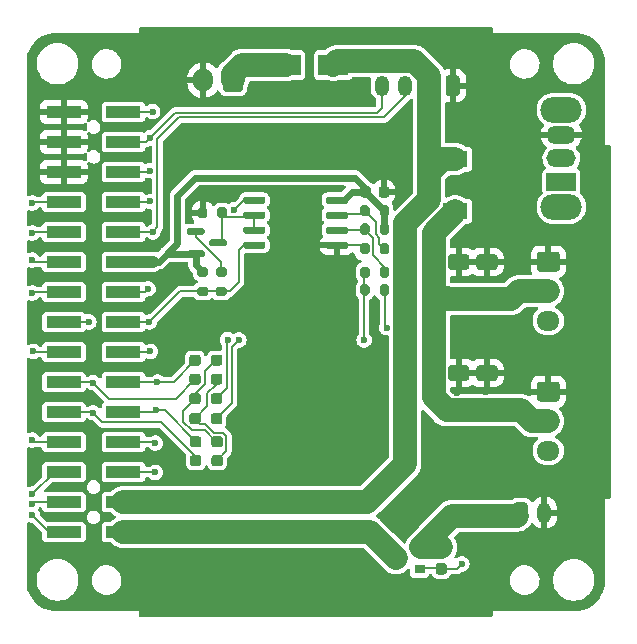
<source format=gtl>
G04 #@! TF.GenerationSoftware,KiCad,Pcbnew,7.0.7-7.0.7~ubuntu23.04.1*
G04 #@! TF.CreationDate,2023-09-19T04:43:27+00:00*
G04 #@! TF.ProjectId,m5-pantilt,6d352d70-616e-4746-996c-742e6b696361,1*
G04 #@! TF.SameCoordinates,Original*
G04 #@! TF.FileFunction,Copper,L1,Top*
G04 #@! TF.FilePolarity,Positive*
%FSLAX46Y46*%
G04 Gerber Fmt 4.6, Leading zero omitted, Abs format (unit mm)*
G04 Created by KiCad (PCBNEW 7.0.7-7.0.7~ubuntu23.04.1) date 2023-09-19 04:43:27*
%MOMM*%
%LPD*%
G01*
G04 APERTURE LIST*
G04 #@! TA.AperFunction,ComponentPad*
%ADD10O,1.200000X1.750000*%
G04 #@! TD*
G04 #@! TA.AperFunction,ComponentPad*
%ADD11O,1.700000X2.000000*%
G04 #@! TD*
G04 #@! TA.AperFunction,ComponentPad*
%ADD12O,3.500000X2.200000*%
G04 #@! TD*
G04 #@! TA.AperFunction,ComponentPad*
%ADD13R,2.500000X1.500000*%
G04 #@! TD*
G04 #@! TA.AperFunction,ComponentPad*
%ADD14O,2.500000X1.500000*%
G04 #@! TD*
G04 #@! TA.AperFunction,SMDPad,CuDef*
%ADD15R,0.900000X0.800000*%
G04 #@! TD*
G04 #@! TA.AperFunction,ComponentPad*
%ADD16O,1.950000X1.700000*%
G04 #@! TD*
G04 #@! TA.AperFunction,SMDPad,CuDef*
%ADD17R,3.000000X1.000000*%
G04 #@! TD*
G04 #@! TA.AperFunction,SMDPad,CuDef*
%ADD18R,2.500000X1.800000*%
G04 #@! TD*
G04 #@! TA.AperFunction,SMDPad,CuDef*
%ADD19R,2.100000X1.400000*%
G04 #@! TD*
G04 #@! TA.AperFunction,ViaPad*
%ADD20C,0.600000*%
G04 #@! TD*
G04 #@! TA.AperFunction,Conductor*
%ADD21C,0.200000*%
G04 #@! TD*
G04 #@! TA.AperFunction,Conductor*
%ADD22C,2.000000*%
G04 #@! TD*
G04 #@! TA.AperFunction,Conductor*
%ADD23C,0.600000*%
G04 #@! TD*
G04 #@! TA.AperFunction,Conductor*
%ADD24C,1.000000*%
G04 #@! TD*
G04 #@! TA.AperFunction,Conductor*
%ADD25C,0.152400*%
G04 #@! TD*
G04 #@! TA.AperFunction,Conductor*
%ADD26C,1.600000*%
G04 #@! TD*
G04 #@! TA.AperFunction,Conductor*
%ADD27C,0.400000*%
G04 #@! TD*
G04 APERTURE END LIST*
G04 #@! TA.AperFunction,ComponentPad*
G36*
G01*
X137200000Y-54375000D02*
X137200000Y-55625000D01*
G75*
G02*
X136950000Y-55875000I-250000J0D01*
G01*
X136250000Y-55875000D01*
G75*
G02*
X136000000Y-55625000I0J250000D01*
G01*
X136000000Y-54375000D01*
G75*
G02*
X136250000Y-54125000I250000J0D01*
G01*
X136950000Y-54125000D01*
G75*
G02*
X137200000Y-54375000I0J-250000D01*
G01*
G37*
G04 #@! TD.AperFunction*
D10*
X134600000Y-55000000D03*
X132600000Y-55000000D03*
X130600000Y-55000000D03*
G04 #@! TA.AperFunction,ComponentPad*
G36*
G01*
X141750000Y-91775000D02*
X141750000Y-90525000D01*
G75*
G02*
X142000000Y-90275000I250000J0D01*
G01*
X142700000Y-90275000D01*
G75*
G02*
X142950000Y-90525000I0J-250000D01*
G01*
X142950000Y-91775000D01*
G75*
G02*
X142700000Y-92025000I-250000J0D01*
G01*
X142000000Y-92025000D01*
G75*
G02*
X141750000Y-91775000I0J250000D01*
G01*
G37*
G04 #@! TD.AperFunction*
X144350000Y-91150000D03*
G04 #@! TA.AperFunction,SMDPad,CuDef*
G36*
G01*
X117100000Y-81262500D02*
X117100000Y-81737500D01*
G75*
G02*
X116862500Y-81975000I-237500J0D01*
G01*
X116362500Y-81975000D01*
G75*
G02*
X116125000Y-81737500I0J237500D01*
G01*
X116125000Y-81262500D01*
G75*
G02*
X116362500Y-81025000I237500J0D01*
G01*
X116862500Y-81025000D01*
G75*
G02*
X117100000Y-81262500I0J-237500D01*
G01*
G37*
G04 #@! TD.AperFunction*
G04 #@! TA.AperFunction,SMDPad,CuDef*
G36*
G01*
X115275000Y-81262500D02*
X115275000Y-81737500D01*
G75*
G02*
X115037500Y-81975000I-237500J0D01*
G01*
X114537500Y-81975000D01*
G75*
G02*
X114300000Y-81737500I0J237500D01*
G01*
X114300000Y-81262500D01*
G75*
G02*
X114537500Y-81025000I237500J0D01*
G01*
X115037500Y-81025000D01*
G75*
G02*
X115275000Y-81262500I0J-237500D01*
G01*
G37*
G04 #@! TD.AperFunction*
G04 #@! TA.AperFunction,SMDPad,CuDef*
G36*
G01*
X117100000Y-82962500D02*
X117100000Y-83437500D01*
G75*
G02*
X116862500Y-83675000I-237500J0D01*
G01*
X116362500Y-83675000D01*
G75*
G02*
X116125000Y-83437500I0J237500D01*
G01*
X116125000Y-82962500D01*
G75*
G02*
X116362500Y-82725000I237500J0D01*
G01*
X116862500Y-82725000D01*
G75*
G02*
X117100000Y-82962500I0J-237500D01*
G01*
G37*
G04 #@! TD.AperFunction*
G04 #@! TA.AperFunction,SMDPad,CuDef*
G36*
G01*
X115275000Y-82962500D02*
X115275000Y-83437500D01*
G75*
G02*
X115037500Y-83675000I-237500J0D01*
G01*
X114537500Y-83675000D01*
G75*
G02*
X114300000Y-83437500I0J237500D01*
G01*
X114300000Y-82962500D01*
G75*
G02*
X114537500Y-82725000I237500J0D01*
G01*
X115037500Y-82725000D01*
G75*
G02*
X115275000Y-82962500I0J-237500D01*
G01*
G37*
G04 #@! TD.AperFunction*
G04 #@! TA.AperFunction,ComponentPad*
G36*
G01*
X118850000Y-53775000D02*
X118850000Y-55275000D01*
G75*
G02*
X118600000Y-55525000I-250000J0D01*
G01*
X117400000Y-55525000D01*
G75*
G02*
X117150000Y-55275000I0J250000D01*
G01*
X117150000Y-53775000D01*
G75*
G02*
X117400000Y-53525000I250000J0D01*
G01*
X118600000Y-53525000D01*
G75*
G02*
X118850000Y-53775000I0J-250000D01*
G01*
G37*
G04 #@! TD.AperFunction*
D11*
X115500000Y-54525000D03*
G04 #@! TA.AperFunction,SMDPad,CuDef*
G36*
G01*
X140150000Y-73725000D02*
X138850000Y-73725000D01*
G75*
G02*
X138600000Y-73475000I0J250000D01*
G01*
X138600000Y-72650000D01*
G75*
G02*
X138850000Y-72400000I250000J0D01*
G01*
X140150000Y-72400000D01*
G75*
G02*
X140400000Y-72650000I0J-250000D01*
G01*
X140400000Y-73475000D01*
G75*
G02*
X140150000Y-73725000I-250000J0D01*
G01*
G37*
G04 #@! TD.AperFunction*
G04 #@! TA.AperFunction,SMDPad,CuDef*
G36*
G01*
X140150000Y-70600000D02*
X138850000Y-70600000D01*
G75*
G02*
X138600000Y-70350000I0J250000D01*
G01*
X138600000Y-69525000D01*
G75*
G02*
X138850000Y-69275000I250000J0D01*
G01*
X140150000Y-69275000D01*
G75*
G02*
X140400000Y-69525000I0J-250000D01*
G01*
X140400000Y-70350000D01*
G75*
G02*
X140150000Y-70600000I-250000J0D01*
G01*
G37*
G04 #@! TD.AperFunction*
G04 #@! TA.AperFunction,SMDPad,CuDef*
G36*
G01*
X136464000Y-69275000D02*
X137764000Y-69275000D01*
G75*
G02*
X138014000Y-69525000I0J-250000D01*
G01*
X138014000Y-70350000D01*
G75*
G02*
X137764000Y-70600000I-250000J0D01*
G01*
X136464000Y-70600000D01*
G75*
G02*
X136214000Y-70350000I0J250000D01*
G01*
X136214000Y-69525000D01*
G75*
G02*
X136464000Y-69275000I250000J0D01*
G01*
G37*
G04 #@! TD.AperFunction*
G04 #@! TA.AperFunction,SMDPad,CuDef*
G36*
G01*
X136464000Y-72400000D02*
X137764000Y-72400000D01*
G75*
G02*
X138014000Y-72650000I0J-250000D01*
G01*
X138014000Y-73475000D01*
G75*
G02*
X137764000Y-73725000I-250000J0D01*
G01*
X136464000Y-73725000D01*
G75*
G02*
X136214000Y-73475000I0J250000D01*
G01*
X136214000Y-72650000D01*
G75*
G02*
X136464000Y-72400000I250000J0D01*
G01*
G37*
G04 #@! TD.AperFunction*
G04 #@! TA.AperFunction,SMDPad,CuDef*
G36*
G01*
X136450000Y-78675000D02*
X137750000Y-78675000D01*
G75*
G02*
X138000000Y-78925000I0J-250000D01*
G01*
X138000000Y-79750000D01*
G75*
G02*
X137750000Y-80000000I-250000J0D01*
G01*
X136450000Y-80000000D01*
G75*
G02*
X136200000Y-79750000I0J250000D01*
G01*
X136200000Y-78925000D01*
G75*
G02*
X136450000Y-78675000I250000J0D01*
G01*
G37*
G04 #@! TD.AperFunction*
G04 #@! TA.AperFunction,SMDPad,CuDef*
G36*
G01*
X136450000Y-81800000D02*
X137750000Y-81800000D01*
G75*
G02*
X138000000Y-82050000I0J-250000D01*
G01*
X138000000Y-82875000D01*
G75*
G02*
X137750000Y-83125000I-250000J0D01*
G01*
X136450000Y-83125000D01*
G75*
G02*
X136200000Y-82875000I0J250000D01*
G01*
X136200000Y-82050000D01*
G75*
G02*
X136450000Y-81800000I250000J0D01*
G01*
G37*
G04 #@! TD.AperFunction*
D12*
X145800000Y-65250000D03*
X145800000Y-57050000D03*
D13*
X145800000Y-63150000D03*
D14*
X145800000Y-61150000D03*
X145800000Y-59150000D03*
D15*
X133800000Y-95950000D03*
X133800000Y-94050000D03*
X131800000Y-95000000D03*
G04 #@! TA.AperFunction,SMDPad,CuDef*
G36*
G01*
X135873700Y-96396200D02*
X135398700Y-96396200D01*
G75*
G02*
X135161200Y-96158700I0J237500D01*
G01*
X135161200Y-95658700D01*
G75*
G02*
X135398700Y-95421200I237500J0D01*
G01*
X135873700Y-95421200D01*
G75*
G02*
X136111200Y-95658700I0J-237500D01*
G01*
X136111200Y-96158700D01*
G75*
G02*
X135873700Y-96396200I-237500J0D01*
G01*
G37*
G04 #@! TD.AperFunction*
G04 #@! TA.AperFunction,SMDPad,CuDef*
G36*
G01*
X135873700Y-94571200D02*
X135398700Y-94571200D01*
G75*
G02*
X135161200Y-94333700I0J237500D01*
G01*
X135161200Y-93833700D01*
G75*
G02*
X135398700Y-93596200I237500J0D01*
G01*
X135873700Y-93596200D01*
G75*
G02*
X136111200Y-93833700I0J-237500D01*
G01*
X136111200Y-94333700D01*
G75*
G02*
X135873700Y-94571200I-237500J0D01*
G01*
G37*
G04 #@! TD.AperFunction*
G04 #@! TA.AperFunction,SMDPad,CuDef*
G36*
G01*
X117100000Y-78012500D02*
X117100000Y-78487500D01*
G75*
G02*
X116862500Y-78725000I-237500J0D01*
G01*
X116362500Y-78725000D01*
G75*
G02*
X116125000Y-78487500I0J237500D01*
G01*
X116125000Y-78012500D01*
G75*
G02*
X116362500Y-77775000I237500J0D01*
G01*
X116862500Y-77775000D01*
G75*
G02*
X117100000Y-78012500I0J-237500D01*
G01*
G37*
G04 #@! TD.AperFunction*
G04 #@! TA.AperFunction,SMDPad,CuDef*
G36*
G01*
X115275000Y-78012500D02*
X115275000Y-78487500D01*
G75*
G02*
X115037500Y-78725000I-237500J0D01*
G01*
X114537500Y-78725000D01*
G75*
G02*
X114300000Y-78487500I0J237500D01*
G01*
X114300000Y-78012500D01*
G75*
G02*
X114537500Y-77775000I237500J0D01*
G01*
X115037500Y-77775000D01*
G75*
G02*
X115275000Y-78012500I0J-237500D01*
G01*
G37*
G04 #@! TD.AperFunction*
G04 #@! TA.AperFunction,SMDPad,CuDef*
G36*
G01*
X117150000Y-84912500D02*
X117150000Y-85387500D01*
G75*
G02*
X116912500Y-85625000I-237500J0D01*
G01*
X116412500Y-85625000D01*
G75*
G02*
X116175000Y-85387500I0J237500D01*
G01*
X116175000Y-84912500D01*
G75*
G02*
X116412500Y-84675000I237500J0D01*
G01*
X116912500Y-84675000D01*
G75*
G02*
X117150000Y-84912500I0J-237500D01*
G01*
G37*
G04 #@! TD.AperFunction*
G04 #@! TA.AperFunction,SMDPad,CuDef*
G36*
G01*
X115325000Y-84912500D02*
X115325000Y-85387500D01*
G75*
G02*
X115087500Y-85625000I-237500J0D01*
G01*
X114587500Y-85625000D01*
G75*
G02*
X114350000Y-85387500I0J237500D01*
G01*
X114350000Y-84912500D01*
G75*
G02*
X114587500Y-84675000I237500J0D01*
G01*
X115087500Y-84675000D01*
G75*
G02*
X115325000Y-84912500I0J-237500D01*
G01*
G37*
G04 #@! TD.AperFunction*
G04 #@! TA.AperFunction,SMDPad,CuDef*
G36*
G01*
X117100000Y-79612500D02*
X117100000Y-80087500D01*
G75*
G02*
X116862500Y-80325000I-237500J0D01*
G01*
X116362500Y-80325000D01*
G75*
G02*
X116125000Y-80087500I0J237500D01*
G01*
X116125000Y-79612500D01*
G75*
G02*
X116362500Y-79375000I237500J0D01*
G01*
X116862500Y-79375000D01*
G75*
G02*
X117100000Y-79612500I0J-237500D01*
G01*
G37*
G04 #@! TD.AperFunction*
G04 #@! TA.AperFunction,SMDPad,CuDef*
G36*
G01*
X115275000Y-79612500D02*
X115275000Y-80087500D01*
G75*
G02*
X115037500Y-80325000I-237500J0D01*
G01*
X114537500Y-80325000D01*
G75*
G02*
X114300000Y-80087500I0J237500D01*
G01*
X114300000Y-79612500D01*
G75*
G02*
X114537500Y-79375000I237500J0D01*
G01*
X115037500Y-79375000D01*
G75*
G02*
X115275000Y-79612500I0J-237500D01*
G01*
G37*
G04 #@! TD.AperFunction*
G04 #@! TA.AperFunction,SMDPad,CuDef*
G36*
G01*
X117150000Y-86512500D02*
X117150000Y-86987500D01*
G75*
G02*
X116912500Y-87225000I-237500J0D01*
G01*
X116412500Y-87225000D01*
G75*
G02*
X116175000Y-86987500I0J237500D01*
G01*
X116175000Y-86512500D01*
G75*
G02*
X116412500Y-86275000I237500J0D01*
G01*
X116912500Y-86275000D01*
G75*
G02*
X117150000Y-86512500I0J-237500D01*
G01*
G37*
G04 #@! TD.AperFunction*
G04 #@! TA.AperFunction,SMDPad,CuDef*
G36*
G01*
X115325000Y-86512500D02*
X115325000Y-86987500D01*
G75*
G02*
X115087500Y-87225000I-237500J0D01*
G01*
X114587500Y-87225000D01*
G75*
G02*
X114350000Y-86987500I0J237500D01*
G01*
X114350000Y-86512500D01*
G75*
G02*
X114587500Y-86275000I237500J0D01*
G01*
X115087500Y-86275000D01*
G75*
G02*
X115325000Y-86512500I0J-237500D01*
G01*
G37*
G04 #@! TD.AperFunction*
G04 #@! TA.AperFunction,SMDPad,CuDef*
G36*
G01*
X128775000Y-72575000D02*
X128775000Y-72025000D01*
G75*
G02*
X128975000Y-71825000I200000J0D01*
G01*
X129375000Y-71825000D01*
G75*
G02*
X129575000Y-72025000I0J-200000D01*
G01*
X129575000Y-72575000D01*
G75*
G02*
X129375000Y-72775000I-200000J0D01*
G01*
X128975000Y-72775000D01*
G75*
G02*
X128775000Y-72575000I0J200000D01*
G01*
G37*
G04 #@! TD.AperFunction*
G04 #@! TA.AperFunction,SMDPad,CuDef*
G36*
G01*
X130425000Y-72575000D02*
X130425000Y-72025000D01*
G75*
G02*
X130625000Y-71825000I200000J0D01*
G01*
X131025000Y-71825000D01*
G75*
G02*
X131225000Y-72025000I0J-200000D01*
G01*
X131225000Y-72575000D01*
G75*
G02*
X131025000Y-72775000I-200000J0D01*
G01*
X130625000Y-72775000D01*
G75*
G02*
X130425000Y-72575000I0J200000D01*
G01*
G37*
G04 #@! TD.AperFunction*
G04 #@! TA.AperFunction,SMDPad,CuDef*
G36*
G01*
X131225000Y-70525000D02*
X131225000Y-71075000D01*
G75*
G02*
X131025000Y-71275000I-200000J0D01*
G01*
X130625000Y-71275000D01*
G75*
G02*
X130425000Y-71075000I0J200000D01*
G01*
X130425000Y-70525000D01*
G75*
G02*
X130625000Y-70325000I200000J0D01*
G01*
X131025000Y-70325000D01*
G75*
G02*
X131225000Y-70525000I0J-200000D01*
G01*
G37*
G04 #@! TD.AperFunction*
G04 #@! TA.AperFunction,SMDPad,CuDef*
G36*
G01*
X129575000Y-70525000D02*
X129575000Y-71075000D01*
G75*
G02*
X129375000Y-71275000I-200000J0D01*
G01*
X128975000Y-71275000D01*
G75*
G02*
X128775000Y-71075000I0J200000D01*
G01*
X128775000Y-70525000D01*
G75*
G02*
X128975000Y-70325000I200000J0D01*
G01*
X129375000Y-70325000D01*
G75*
G02*
X129575000Y-70525000I0J-200000D01*
G01*
G37*
G04 #@! TD.AperFunction*
G04 #@! TA.AperFunction,SMDPad,CuDef*
G36*
G01*
X138850000Y-78675000D02*
X140150000Y-78675000D01*
G75*
G02*
X140400000Y-78925000I0J-250000D01*
G01*
X140400000Y-79750000D01*
G75*
G02*
X140150000Y-80000000I-250000J0D01*
G01*
X138850000Y-80000000D01*
G75*
G02*
X138600000Y-79750000I0J250000D01*
G01*
X138600000Y-78925000D01*
G75*
G02*
X138850000Y-78675000I250000J0D01*
G01*
G37*
G04 #@! TD.AperFunction*
G04 #@! TA.AperFunction,SMDPad,CuDef*
G36*
G01*
X138850000Y-81800000D02*
X140150000Y-81800000D01*
G75*
G02*
X140400000Y-82050000I0J-250000D01*
G01*
X140400000Y-82875000D01*
G75*
G02*
X140150000Y-83125000I-250000J0D01*
G01*
X138850000Y-83125000D01*
G75*
G02*
X138600000Y-82875000I0J250000D01*
G01*
X138600000Y-82050000D01*
G75*
G02*
X138850000Y-81800000I250000J0D01*
G01*
G37*
G04 #@! TD.AperFunction*
G04 #@! TA.AperFunction,ComponentPad*
G36*
G01*
X143975000Y-69050000D02*
X145425000Y-69050000D01*
G75*
G02*
X145675000Y-69300000I0J-250000D01*
G01*
X145675000Y-70500000D01*
G75*
G02*
X145425000Y-70750000I-250000J0D01*
G01*
X143975000Y-70750000D01*
G75*
G02*
X143725000Y-70500000I0J250000D01*
G01*
X143725000Y-69300000D01*
G75*
G02*
X143975000Y-69050000I250000J0D01*
G01*
G37*
G04 #@! TD.AperFunction*
D16*
X144700000Y-72400000D03*
X144700000Y-74900000D03*
G04 #@! TA.AperFunction,SMDPad,CuDef*
G36*
G01*
X117475000Y-65475000D02*
X117475000Y-66025000D01*
G75*
G02*
X117275000Y-66225000I-200000J0D01*
G01*
X116875000Y-66225000D01*
G75*
G02*
X116675000Y-66025000I0J200000D01*
G01*
X116675000Y-65475000D01*
G75*
G02*
X116875000Y-65275000I200000J0D01*
G01*
X117275000Y-65275000D01*
G75*
G02*
X117475000Y-65475000I0J-200000D01*
G01*
G37*
G04 #@! TD.AperFunction*
G04 #@! TA.AperFunction,SMDPad,CuDef*
G36*
G01*
X115825000Y-65475000D02*
X115825000Y-66025000D01*
G75*
G02*
X115625000Y-66225000I-200000J0D01*
G01*
X115225000Y-66225000D01*
G75*
G02*
X115025000Y-66025000I0J200000D01*
G01*
X115025000Y-65475000D01*
G75*
G02*
X115225000Y-65275000I200000J0D01*
G01*
X115625000Y-65275000D01*
G75*
G02*
X115825000Y-65475000I0J-200000D01*
G01*
G37*
G04 #@! TD.AperFunction*
G04 #@! TA.AperFunction,ComponentPad*
G36*
G01*
X143975000Y-80050000D02*
X145425000Y-80050000D01*
G75*
G02*
X145675000Y-80300000I0J-250000D01*
G01*
X145675000Y-81500000D01*
G75*
G02*
X145425000Y-81750000I-250000J0D01*
G01*
X143975000Y-81750000D01*
G75*
G02*
X143725000Y-81500000I0J250000D01*
G01*
X143725000Y-80300000D01*
G75*
G02*
X143975000Y-80050000I250000J0D01*
G01*
G37*
G04 #@! TD.AperFunction*
X144700000Y-83400000D03*
X144700000Y-85900000D03*
G04 #@! TA.AperFunction,SMDPad,CuDef*
G36*
G01*
X131215000Y-65325000D02*
X131215000Y-65875000D01*
G75*
G02*
X131015000Y-66075000I-200000J0D01*
G01*
X130615000Y-66075000D01*
G75*
G02*
X130415000Y-65875000I0J200000D01*
G01*
X130415000Y-65325000D01*
G75*
G02*
X130615000Y-65125000I200000J0D01*
G01*
X131015000Y-65125000D01*
G75*
G02*
X131215000Y-65325000I0J-200000D01*
G01*
G37*
G04 #@! TD.AperFunction*
G04 #@! TA.AperFunction,SMDPad,CuDef*
G36*
G01*
X129565000Y-65325000D02*
X129565000Y-65875000D01*
G75*
G02*
X129365000Y-66075000I-200000J0D01*
G01*
X128965000Y-66075000D01*
G75*
G02*
X128765000Y-65875000I0J200000D01*
G01*
X128765000Y-65325000D01*
G75*
G02*
X128965000Y-65125000I200000J0D01*
G01*
X129365000Y-65125000D01*
G75*
G02*
X129565000Y-65325000I0J-200000D01*
G01*
G37*
G04 #@! TD.AperFunction*
G04 #@! TA.AperFunction,SMDPad,CuDef*
G36*
G01*
X128775000Y-64250000D02*
X128775000Y-63750000D01*
G75*
G02*
X129000000Y-63525000I225000J0D01*
G01*
X129450000Y-63525000D01*
G75*
G02*
X129675000Y-63750000I0J-225000D01*
G01*
X129675000Y-64250000D01*
G75*
G02*
X129450000Y-64475000I-225000J0D01*
G01*
X129000000Y-64475000D01*
G75*
G02*
X128775000Y-64250000I0J225000D01*
G01*
G37*
G04 #@! TD.AperFunction*
G04 #@! TA.AperFunction,SMDPad,CuDef*
G36*
G01*
X130325000Y-64250000D02*
X130325000Y-63750000D01*
G75*
G02*
X130550000Y-63525000I225000J0D01*
G01*
X131000000Y-63525000D01*
G75*
G02*
X131225000Y-63750000I0J-225000D01*
G01*
X131225000Y-64250000D01*
G75*
G02*
X131000000Y-64475000I-225000J0D01*
G01*
X130550000Y-64475000D01*
G75*
G02*
X130325000Y-64250000I0J225000D01*
G01*
G37*
G04 #@! TD.AperFunction*
D17*
X108720000Y-57220000D03*
X103680000Y-57220000D03*
X108720000Y-59760000D03*
X103680000Y-59760000D03*
X108720000Y-62300000D03*
X103680000Y-62300000D03*
X108720000Y-64840000D03*
X103680000Y-64840000D03*
X108720000Y-67380000D03*
X103680000Y-67380000D03*
X108720000Y-69920000D03*
X103680000Y-69920000D03*
X108720000Y-72460000D03*
X103680000Y-72460000D03*
X108720000Y-75000000D03*
X103680000Y-75000000D03*
X108720000Y-77540000D03*
X103680000Y-77540000D03*
X108720000Y-80080000D03*
X103680000Y-80080000D03*
X108720000Y-82620000D03*
X103680000Y-82620000D03*
X108720000Y-85160000D03*
X103680000Y-85160000D03*
X108720000Y-87700000D03*
X103680000Y-87700000D03*
X108720000Y-90240000D03*
X103680000Y-90240000D03*
X108720000Y-92780000D03*
X103680000Y-92780000D03*
D18*
X126500000Y-53250000D03*
X122500000Y-53250000D03*
G04 #@! TA.AperFunction,SMDPad,CuDef*
G36*
G01*
X114125000Y-67500000D02*
X114125000Y-67200000D01*
G75*
G02*
X114275000Y-67050000I150000J0D01*
G01*
X115450000Y-67050000D01*
G75*
G02*
X115600000Y-67200000I0J-150000D01*
G01*
X115600000Y-67500000D01*
G75*
G02*
X115450000Y-67650000I-150000J0D01*
G01*
X114275000Y-67650000D01*
G75*
G02*
X114125000Y-67500000I0J150000D01*
G01*
G37*
G04 #@! TD.AperFunction*
G04 #@! TA.AperFunction,SMDPad,CuDef*
G36*
G01*
X114125000Y-69400000D02*
X114125000Y-69100000D01*
G75*
G02*
X114275000Y-68950000I150000J0D01*
G01*
X115450000Y-68950000D01*
G75*
G02*
X115600000Y-69100000I0J-150000D01*
G01*
X115600000Y-69400000D01*
G75*
G02*
X115450000Y-69550000I-150000J0D01*
G01*
X114275000Y-69550000D01*
G75*
G02*
X114125000Y-69400000I0J150000D01*
G01*
G37*
G04 #@! TD.AperFunction*
G04 #@! TA.AperFunction,SMDPad,CuDef*
G36*
G01*
X116000000Y-68450000D02*
X116000000Y-68150000D01*
G75*
G02*
X116150000Y-68000000I150000J0D01*
G01*
X117325000Y-68000000D01*
G75*
G02*
X117475000Y-68150000I0J-150000D01*
G01*
X117475000Y-68450000D01*
G75*
G02*
X117325000Y-68600000I-150000J0D01*
G01*
X116150000Y-68600000D01*
G75*
G02*
X116000000Y-68450000I0J150000D01*
G01*
G37*
G04 #@! TD.AperFunction*
G04 #@! TA.AperFunction,SMDPad,CuDef*
G36*
G01*
X131225000Y-68525000D02*
X131225000Y-69075000D01*
G75*
G02*
X131025000Y-69275000I-200000J0D01*
G01*
X130625000Y-69275000D01*
G75*
G02*
X130425000Y-69075000I0J200000D01*
G01*
X130425000Y-68525000D01*
G75*
G02*
X130625000Y-68325000I200000J0D01*
G01*
X131025000Y-68325000D01*
G75*
G02*
X131225000Y-68525000I0J-200000D01*
G01*
G37*
G04 #@! TD.AperFunction*
G04 #@! TA.AperFunction,SMDPad,CuDef*
G36*
G01*
X129575000Y-68525000D02*
X129575000Y-69075000D01*
G75*
G02*
X129375000Y-69275000I-200000J0D01*
G01*
X128975000Y-69275000D01*
G75*
G02*
X128775000Y-69075000I0J200000D01*
G01*
X128775000Y-68525000D01*
G75*
G02*
X128975000Y-68325000I200000J0D01*
G01*
X129375000Y-68325000D01*
G75*
G02*
X129575000Y-68525000I0J-200000D01*
G01*
G37*
G04 #@! TD.AperFunction*
G04 #@! TA.AperFunction,SMDPad,CuDef*
G36*
G01*
X118850000Y-64845000D02*
X118850000Y-64545000D01*
G75*
G02*
X119000000Y-64395000I150000J0D01*
G01*
X120600000Y-64395000D01*
G75*
G02*
X120750000Y-64545000I0J-150000D01*
G01*
X120750000Y-64845000D01*
G75*
G02*
X120600000Y-64995000I-150000J0D01*
G01*
X119000000Y-64995000D01*
G75*
G02*
X118850000Y-64845000I0J150000D01*
G01*
G37*
G04 #@! TD.AperFunction*
G04 #@! TA.AperFunction,SMDPad,CuDef*
G36*
G01*
X118850000Y-66115000D02*
X118850000Y-65815000D01*
G75*
G02*
X119000000Y-65665000I150000J0D01*
G01*
X120600000Y-65665000D01*
G75*
G02*
X120750000Y-65815000I0J-150000D01*
G01*
X120750000Y-66115000D01*
G75*
G02*
X120600000Y-66265000I-150000J0D01*
G01*
X119000000Y-66265000D01*
G75*
G02*
X118850000Y-66115000I0J150000D01*
G01*
G37*
G04 #@! TD.AperFunction*
G04 #@! TA.AperFunction,SMDPad,CuDef*
G36*
G01*
X118850000Y-67385000D02*
X118850000Y-67085000D01*
G75*
G02*
X119000000Y-66935000I150000J0D01*
G01*
X120600000Y-66935000D01*
G75*
G02*
X120750000Y-67085000I0J-150000D01*
G01*
X120750000Y-67385000D01*
G75*
G02*
X120600000Y-67535000I-150000J0D01*
G01*
X119000000Y-67535000D01*
G75*
G02*
X118850000Y-67385000I0J150000D01*
G01*
G37*
G04 #@! TD.AperFunction*
G04 #@! TA.AperFunction,SMDPad,CuDef*
G36*
G01*
X118850000Y-68655000D02*
X118850000Y-68355000D01*
G75*
G02*
X119000000Y-68205000I150000J0D01*
G01*
X120600000Y-68205000D01*
G75*
G02*
X120750000Y-68355000I0J-150000D01*
G01*
X120750000Y-68655000D01*
G75*
G02*
X120600000Y-68805000I-150000J0D01*
G01*
X119000000Y-68805000D01*
G75*
G02*
X118850000Y-68655000I0J150000D01*
G01*
G37*
G04 #@! TD.AperFunction*
G04 #@! TA.AperFunction,SMDPad,CuDef*
G36*
G01*
X125850000Y-68655000D02*
X125850000Y-68355000D01*
G75*
G02*
X126000000Y-68205000I150000J0D01*
G01*
X127600000Y-68205000D01*
G75*
G02*
X127750000Y-68355000I0J-150000D01*
G01*
X127750000Y-68655000D01*
G75*
G02*
X127600000Y-68805000I-150000J0D01*
G01*
X126000000Y-68805000D01*
G75*
G02*
X125850000Y-68655000I0J150000D01*
G01*
G37*
G04 #@! TD.AperFunction*
G04 #@! TA.AperFunction,SMDPad,CuDef*
G36*
G01*
X125850000Y-67385000D02*
X125850000Y-67085000D01*
G75*
G02*
X126000000Y-66935000I150000J0D01*
G01*
X127600000Y-66935000D01*
G75*
G02*
X127750000Y-67085000I0J-150000D01*
G01*
X127750000Y-67385000D01*
G75*
G02*
X127600000Y-67535000I-150000J0D01*
G01*
X126000000Y-67535000D01*
G75*
G02*
X125850000Y-67385000I0J150000D01*
G01*
G37*
G04 #@! TD.AperFunction*
G04 #@! TA.AperFunction,SMDPad,CuDef*
G36*
G01*
X125850000Y-66115000D02*
X125850000Y-65815000D01*
G75*
G02*
X126000000Y-65665000I150000J0D01*
G01*
X127600000Y-65665000D01*
G75*
G02*
X127750000Y-65815000I0J-150000D01*
G01*
X127750000Y-66115000D01*
G75*
G02*
X127600000Y-66265000I-150000J0D01*
G01*
X126000000Y-66265000D01*
G75*
G02*
X125850000Y-66115000I0J150000D01*
G01*
G37*
G04 #@! TD.AperFunction*
G04 #@! TA.AperFunction,SMDPad,CuDef*
G36*
G01*
X125850000Y-64845000D02*
X125850000Y-64545000D01*
G75*
G02*
X126000000Y-64395000I150000J0D01*
G01*
X127600000Y-64395000D01*
G75*
G02*
X127750000Y-64545000I0J-150000D01*
G01*
X127750000Y-64845000D01*
G75*
G02*
X127600000Y-64995000I-150000J0D01*
G01*
X126000000Y-64995000D01*
G75*
G02*
X125850000Y-64845000I0J150000D01*
G01*
G37*
G04 #@! TD.AperFunction*
G04 #@! TA.AperFunction,SMDPad,CuDef*
G36*
G01*
X117275000Y-72825000D02*
X116725000Y-72825000D01*
G75*
G02*
X116525000Y-72625000I0J200000D01*
G01*
X116525000Y-72225000D01*
G75*
G02*
X116725000Y-72025000I200000J0D01*
G01*
X117275000Y-72025000D01*
G75*
G02*
X117475000Y-72225000I0J-200000D01*
G01*
X117475000Y-72625000D01*
G75*
G02*
X117275000Y-72825000I-200000J0D01*
G01*
G37*
G04 #@! TD.AperFunction*
G04 #@! TA.AperFunction,SMDPad,CuDef*
G36*
G01*
X117275000Y-71175000D02*
X116725000Y-71175000D01*
G75*
G02*
X116525000Y-70975000I0J200000D01*
G01*
X116525000Y-70575000D01*
G75*
G02*
X116725000Y-70375000I200000J0D01*
G01*
X117275000Y-70375000D01*
G75*
G02*
X117475000Y-70575000I0J-200000D01*
G01*
X117475000Y-70975000D01*
G75*
G02*
X117275000Y-71175000I-200000J0D01*
G01*
G37*
G04 #@! TD.AperFunction*
G04 #@! TA.AperFunction,SMDPad,CuDef*
G36*
G01*
X131225000Y-66865000D02*
X131225000Y-67415000D01*
G75*
G02*
X131025000Y-67615000I-200000J0D01*
G01*
X130625000Y-67615000D01*
G75*
G02*
X130425000Y-67415000I0J200000D01*
G01*
X130425000Y-66865000D01*
G75*
G02*
X130625000Y-66665000I200000J0D01*
G01*
X131025000Y-66665000D01*
G75*
G02*
X131225000Y-66865000I0J-200000D01*
G01*
G37*
G04 #@! TD.AperFunction*
G04 #@! TA.AperFunction,SMDPad,CuDef*
G36*
G01*
X129575000Y-66865000D02*
X129575000Y-67415000D01*
G75*
G02*
X129375000Y-67615000I-200000J0D01*
G01*
X128975000Y-67615000D01*
G75*
G02*
X128775000Y-67415000I0J200000D01*
G01*
X128775000Y-66865000D01*
G75*
G02*
X128975000Y-66665000I200000J0D01*
G01*
X129375000Y-66665000D01*
G75*
G02*
X129575000Y-66865000I0J-200000D01*
G01*
G37*
G04 #@! TD.AperFunction*
G04 #@! TA.AperFunction,SMDPad,CuDef*
G36*
G01*
X115175000Y-70375000D02*
X115725000Y-70375000D01*
G75*
G02*
X115925000Y-70575000I0J-200000D01*
G01*
X115925000Y-70975000D01*
G75*
G02*
X115725000Y-71175000I-200000J0D01*
G01*
X115175000Y-71175000D01*
G75*
G02*
X114975000Y-70975000I0J200000D01*
G01*
X114975000Y-70575000D01*
G75*
G02*
X115175000Y-70375000I200000J0D01*
G01*
G37*
G04 #@! TD.AperFunction*
G04 #@! TA.AperFunction,SMDPad,CuDef*
G36*
G01*
X115175000Y-72025000D02*
X115725000Y-72025000D01*
G75*
G02*
X115925000Y-72225000I0J-200000D01*
G01*
X115925000Y-72625000D01*
G75*
G02*
X115725000Y-72825000I-200000J0D01*
G01*
X115175000Y-72825000D01*
G75*
G02*
X114975000Y-72625000I0J200000D01*
G01*
X114975000Y-72225000D01*
G75*
G02*
X115175000Y-72025000I200000J0D01*
G01*
G37*
G04 #@! TD.AperFunction*
D19*
X136830000Y-65624000D03*
X136830000Y-61224000D03*
D20*
X108000000Y-51500000D03*
X101500000Y-95000000D03*
X138600000Y-76200000D03*
X142000000Y-51500000D03*
X148500000Y-94500000D03*
X112600000Y-62650000D03*
X127900000Y-69700000D03*
X141400000Y-84200000D03*
X143700000Y-63400000D03*
X116250000Y-76800000D03*
X140500000Y-51000000D03*
X113900000Y-73400000D03*
X149000000Y-63000000D03*
X101000000Y-81450000D03*
X109000000Y-94600000D03*
X130950000Y-62400000D03*
X106200000Y-93300000D03*
X101000000Y-76000000D03*
X126000000Y-94850000D03*
X137000000Y-81000000D03*
X116000000Y-99000000D03*
X117800000Y-63700000D03*
X101000000Y-86538000D03*
X149000000Y-74000000D03*
X123000000Y-61550000D03*
X130980000Y-96530000D03*
X139400000Y-80963000D03*
X128000000Y-74750000D03*
X108000000Y-98500000D03*
X149000000Y-68000000D03*
X129000000Y-51000000D03*
X131800000Y-92000000D03*
X101000000Y-71000000D03*
X138200000Y-71400000D03*
X132400000Y-57650000D03*
X126000000Y-99000000D03*
X146400000Y-87100000D03*
X137000000Y-75000000D03*
X101000000Y-61000000D03*
X131000000Y-99000000D03*
X113550000Y-70550000D03*
X124000000Y-51000000D03*
X149000000Y-79000000D03*
X101500000Y-55000000D03*
X121000000Y-94850000D03*
X130350000Y-78000000D03*
X148500000Y-55500000D03*
X136600000Y-59300000D03*
X149000000Y-89000000D03*
X136800000Y-77600000D03*
X126600000Y-88000000D03*
X119000000Y-51000000D03*
X134000000Y-51000000D03*
X111000000Y-99000000D03*
X107600000Y-88976400D03*
X136000000Y-99000000D03*
X116000000Y-94850000D03*
X121000000Y-99000000D03*
X134600000Y-83900000D03*
X119400000Y-88200000D03*
X141000000Y-77800000D03*
X119400000Y-69600000D03*
X129100000Y-54900000D03*
X130200000Y-84600000D03*
X137795200Y-93065800D03*
X119200000Y-77700000D03*
X142000000Y-98500000D03*
X123050000Y-58650000D03*
X106200000Y-76100000D03*
X111000000Y-94830000D03*
X126800000Y-63700000D03*
X106150000Y-81400000D03*
X107700000Y-91500000D03*
X134600000Y-87600000D03*
X101000000Y-66000000D03*
X106250000Y-87550000D03*
X149000000Y-84000000D03*
X113900000Y-58600000D03*
X114000000Y-51000000D03*
X111300000Y-90600000D03*
X111300000Y-89800000D03*
X111000000Y-59400000D03*
X101016000Y-91364000D03*
X110700000Y-92300000D03*
X110700000Y-93300000D03*
X101016000Y-90385503D03*
X111220000Y-67380000D03*
X101016000Y-89586000D03*
X111200000Y-69900000D03*
X111410000Y-87740000D03*
X101016000Y-85014000D03*
X111430000Y-85268000D03*
X110930000Y-75010000D03*
X118100480Y-65499520D03*
X105800000Y-75000000D03*
X101100000Y-77500000D03*
X111000000Y-77500000D03*
X101016000Y-72568000D03*
X110809600Y-72201600D03*
X101016000Y-69774000D03*
X101016000Y-67488000D03*
X101016000Y-64948000D03*
X111000000Y-64800000D03*
X131000000Y-75500000D03*
X117550000Y-76500000D03*
X106150000Y-82700000D03*
X111500000Y-82500000D03*
X106150000Y-80150000D03*
X111600000Y-80100000D03*
X118500000Y-76534015D03*
X129100000Y-76534015D03*
X111000000Y-62200000D03*
X111200000Y-57200000D03*
X137380000Y-95490000D03*
D21*
X126800000Y-68505000D02*
X128880000Y-68505000D01*
X128880000Y-68505000D02*
X129175000Y-68800000D01*
D22*
X126500000Y-53250000D02*
X126825000Y-52925000D01*
X134600000Y-63400000D02*
X134600000Y-55000000D01*
X108720000Y-90240000D02*
X129360000Y-90240000D01*
X126825000Y-52925000D02*
X133345584Y-52925000D01*
X132600000Y-87000000D02*
X132600000Y-66650000D01*
X136830000Y-61224000D02*
X135776000Y-61224000D01*
X134600000Y-64650000D02*
X134600000Y-63400000D01*
X134600000Y-62400000D02*
X134600000Y-63400000D01*
X129360000Y-90240000D02*
X132600000Y-87000000D01*
X132600000Y-66650000D02*
X134600000Y-64650000D01*
X133345584Y-52925000D02*
X134600000Y-54179416D01*
X134600000Y-54179416D02*
X134600000Y-55000000D01*
X135776000Y-61224000D02*
X134600000Y-62400000D01*
X118000000Y-54525000D02*
X118000000Y-54000000D01*
X118750000Y-53250000D02*
X122500000Y-53250000D01*
X118000000Y-54000000D02*
X118750000Y-53250000D01*
D21*
X111000000Y-59400000D02*
X110640000Y-59760000D01*
X110640000Y-59760000D02*
X108720000Y-59760000D01*
X130209520Y-57290480D02*
X130600000Y-56900000D01*
X130600000Y-56900000D02*
X130600000Y-55000000D01*
X111000000Y-59400000D02*
X113109520Y-57290480D01*
X113109520Y-57290480D02*
X130209520Y-57290480D01*
X101016000Y-91364000D02*
X102432000Y-92780000D01*
X102432000Y-92780000D02*
X103680000Y-92780000D01*
D22*
X108720000Y-92780000D02*
X129580000Y-92780000D01*
X129580000Y-92780000D02*
X131800000Y-95000000D01*
D21*
X101161503Y-90240000D02*
X103680000Y-90240000D01*
X101016000Y-90385503D02*
X101161503Y-90240000D01*
X132600000Y-55900000D02*
X132600000Y-55000000D01*
X111220000Y-67380000D02*
X108720000Y-67380000D01*
X111600000Y-59500000D02*
X113410000Y-57690000D01*
X111220000Y-67380000D02*
X111600000Y-67000000D01*
X111600000Y-67000000D02*
X111600000Y-59500000D01*
X113410000Y-57690000D02*
X130810000Y-57690000D01*
X130810000Y-57690000D02*
X132600000Y-55900000D01*
X101016000Y-89586000D02*
X102902000Y-87700000D01*
X102902000Y-87700000D02*
X103680000Y-87700000D01*
D23*
X129225000Y-64000000D02*
X129225000Y-64010000D01*
X129225000Y-64010000D02*
X130815000Y-65600000D01*
X128295000Y-62795000D02*
X129225000Y-63725000D01*
X130815000Y-67130000D02*
X130825000Y-67140000D01*
X113300000Y-68352150D02*
X113300000Y-64310730D01*
X111752150Y-69900000D02*
X112376075Y-69276075D01*
X129225000Y-63725000D02*
X129225000Y-64000000D01*
X114815730Y-62795000D02*
X115705000Y-62795000D01*
X127405000Y-64695000D02*
X128100000Y-64000000D01*
X114836425Y-69276075D02*
X114862500Y-69250000D01*
X114862500Y-69250000D02*
X114862500Y-70187500D01*
X114862500Y-70187500D02*
X115450000Y-70775000D01*
X130815000Y-65600000D02*
X130815000Y-67130000D01*
X128100000Y-64000000D02*
X129225000Y-64000000D01*
X115705000Y-62795000D02*
X128295000Y-62795000D01*
X111200000Y-69900000D02*
X111752150Y-69900000D01*
X112376075Y-69276075D02*
X114836425Y-69276075D01*
X126800000Y-64695000D02*
X127405000Y-64695000D01*
X113300000Y-64310730D02*
X114815730Y-62795000D01*
D24*
X108720000Y-69920000D02*
X111180000Y-69920000D01*
X111180000Y-69920000D02*
X111200000Y-69900000D01*
D23*
X112376075Y-69276075D02*
X113300000Y-68352150D01*
D21*
X111370000Y-87700000D02*
X111410000Y-87740000D01*
X108720000Y-87700000D02*
X111370000Y-87700000D01*
X101162000Y-85160000D02*
X101016000Y-85014000D01*
X103680000Y-85160000D02*
X101162000Y-85160000D01*
X108720000Y-85160000D02*
X111322000Y-85160000D01*
X111322000Y-85160000D02*
X111430000Y-85268000D01*
X118500000Y-68900000D02*
X118895000Y-68505000D01*
X118500000Y-71650000D02*
X118500000Y-68900000D01*
X110930000Y-75010000D02*
X113515000Y-72425000D01*
X117000000Y-72425000D02*
X117725000Y-72425000D01*
X110930000Y-75010000D02*
X110920000Y-75000000D01*
X115450000Y-72425000D02*
X117000000Y-72425000D01*
X110920000Y-75000000D02*
X108720000Y-75000000D01*
X117725000Y-72425000D02*
X118500000Y-71650000D01*
X118895000Y-68505000D02*
X119800000Y-68505000D01*
X113515000Y-72425000D02*
X115450000Y-72425000D01*
X118905000Y-64695000D02*
X118100480Y-65499520D01*
X105800000Y-75000000D02*
X103680000Y-75000000D01*
X119800000Y-64695000D02*
X118905000Y-64695000D01*
D25*
X101140000Y-77540000D02*
X103680000Y-77540000D01*
X101100000Y-77500000D02*
X101140000Y-77540000D01*
X110960000Y-77540000D02*
X111000000Y-77500000D01*
X108720000Y-77540000D02*
X110960000Y-77540000D01*
X103680000Y-72460000D02*
X101124000Y-72460000D01*
X101124000Y-72460000D02*
X101016000Y-72568000D01*
D21*
X108720000Y-72460000D02*
X110551200Y-72460000D01*
X110551200Y-72460000D02*
X110809600Y-72201600D01*
X103680000Y-69920000D02*
X101162000Y-69920000D01*
X101162000Y-69920000D02*
X101016000Y-69774000D01*
X103680000Y-67380000D02*
X101124000Y-67380000D01*
X101124000Y-67380000D02*
X101016000Y-67488000D01*
X103680000Y-64840000D02*
X101124000Y-64840000D01*
X101124000Y-64840000D02*
X101016000Y-64948000D01*
D25*
X110960000Y-64840000D02*
X111000000Y-64800000D01*
X108720000Y-64840000D02*
X110960000Y-64840000D01*
D21*
X117550000Y-76500000D02*
X117499520Y-76550480D01*
X117499520Y-76550480D02*
X117499520Y-80575480D01*
X117499520Y-80575480D02*
X116575000Y-81500000D01*
X130912500Y-75412500D02*
X130912500Y-72300000D01*
X131000000Y-75500000D02*
X130912500Y-75412500D01*
D22*
X136585548Y-91400000D02*
X142050000Y-91400000D01*
D21*
X135633574Y-92351974D02*
X135636200Y-92354600D01*
D26*
X142050000Y-91400000D02*
X142100000Y-91350000D01*
D27*
X133800000Y-94050000D02*
X133950000Y-94050000D01*
D22*
X133950000Y-94050000D02*
X135602500Y-94050000D01*
X135633574Y-92366426D02*
X133950000Y-94050000D01*
X135602500Y-94050000D02*
X135636200Y-94083700D01*
X135633574Y-92351974D02*
X135633574Y-92366426D01*
X135633574Y-92351974D02*
X136585548Y-91400000D01*
D21*
X135636200Y-92354600D02*
X135636200Y-94121200D01*
X115611342Y-84170000D02*
X114510540Y-84170000D01*
X115325082Y-80600720D02*
X115625720Y-80300082D01*
X114825000Y-81100720D02*
X115325000Y-80600720D01*
X115625720Y-79199280D02*
X116575000Y-78250000D01*
X113800000Y-82525000D02*
X114825000Y-81500000D01*
X113800000Y-83459460D02*
X113800000Y-82525000D01*
X115625720Y-80300082D02*
X115625720Y-79199280D01*
X116591342Y-85150000D02*
X115611342Y-84170000D01*
X114510540Y-84170000D02*
X113800000Y-83459460D01*
X114825000Y-81500000D02*
X114825000Y-81100720D01*
X115325000Y-80600720D02*
X115325082Y-80600720D01*
X116625000Y-85150000D02*
X116591342Y-85150000D01*
X117449520Y-84690060D02*
X117449520Y-85609940D01*
X114787500Y-83200000D02*
X115230672Y-83643172D01*
X117134940Y-84375480D02*
X117449520Y-84690060D01*
X117449520Y-85609940D02*
X117425720Y-85633740D01*
X116540540Y-80325000D02*
X116575000Y-80325000D01*
X115825480Y-82162020D02*
X115825480Y-81040060D01*
X116381828Y-84375480D02*
X117134940Y-84375480D01*
X114787500Y-83200000D02*
X115825480Y-82162020D01*
X115649520Y-83643172D02*
X116381828Y-84375480D01*
X117425720Y-85949280D02*
X116625000Y-86750000D01*
X117425720Y-85633740D02*
X117425720Y-85949280D01*
X115230672Y-83643172D02*
X115649520Y-83643172D01*
X115825480Y-81040060D02*
X116540540Y-80325000D01*
X106950000Y-83500000D02*
X106150000Y-82700000D01*
X106070000Y-82620000D02*
X103680000Y-82620000D01*
X114875000Y-86750000D02*
X114875000Y-86475000D01*
X114875000Y-86475000D02*
X111900000Y-83500000D01*
X106150000Y-82700000D02*
X106070000Y-82620000D01*
X111900000Y-83500000D02*
X106950000Y-83500000D01*
X111500000Y-82500000D02*
X112225000Y-82500000D01*
D25*
X111380000Y-82620000D02*
X108720000Y-82620000D01*
D21*
X112225000Y-82500000D02*
X114875000Y-85150000D01*
D25*
X111500000Y-82500000D02*
X111380000Y-82620000D01*
D21*
X107500000Y-81500000D02*
X113175000Y-81500000D01*
X106080000Y-80080000D02*
X103680000Y-80080000D01*
X113175000Y-81500000D02*
X114825000Y-79850000D01*
X106150000Y-80150000D02*
X106080000Y-80080000D01*
X106150000Y-80150000D02*
X107500000Y-81500000D01*
X112975000Y-80100000D02*
X114825000Y-78250000D01*
X111580000Y-80080000D02*
X108720000Y-80080000D01*
X111600000Y-80100000D02*
X112975000Y-80100000D01*
X111600000Y-80100000D02*
X111580000Y-80080000D01*
X129100000Y-73984015D02*
X129087500Y-73971515D01*
X118500000Y-76534015D02*
X117899040Y-77134975D01*
X129087500Y-73971515D02*
X129087500Y-70800000D01*
X129100000Y-76534015D02*
X129100000Y-73984015D01*
X117899040Y-77134975D02*
X117899040Y-81875960D01*
X117899040Y-81875960D02*
X116575000Y-83200000D01*
D25*
X111000000Y-62200000D02*
X110900000Y-62300000D01*
X110900000Y-62300000D02*
X108720000Y-62300000D01*
D21*
X111180000Y-57220000D02*
X111200000Y-57200000D01*
X108720000Y-57220000D02*
X111180000Y-57220000D01*
X135636200Y-95871200D02*
X133878800Y-95871200D01*
X136961300Y-95908700D02*
X137380000Y-95490000D01*
X135636200Y-95908700D02*
X136961300Y-95908700D01*
X133878800Y-95871200D02*
X133800000Y-95950000D01*
X117000000Y-69935717D02*
X117000000Y-70775000D01*
X114862500Y-67350000D02*
X114862500Y-67798217D01*
X114862500Y-67798217D02*
X117000000Y-69935717D01*
X129175000Y-67236433D02*
X129175000Y-67140000D01*
X126800000Y-67235000D02*
X129080000Y-67235000D01*
X129080000Y-67235000D02*
X129175000Y-67140000D01*
X129874520Y-67935953D02*
X129175000Y-67236433D01*
X130912500Y-70400000D02*
X129874520Y-69362020D01*
X129874520Y-69362020D02*
X129874520Y-67935953D01*
X119800000Y-67235000D02*
X119800000Y-65965000D01*
X117424031Y-66099031D02*
X119665969Y-66099031D01*
X117075000Y-65750000D02*
X117075000Y-67962500D01*
X117075000Y-67962500D02*
X116737500Y-68300000D01*
X119665969Y-66099031D02*
X119800000Y-65965000D01*
X117075000Y-65750000D02*
X117424031Y-66099031D01*
X126800000Y-65965000D02*
X126865000Y-65900000D01*
X128865000Y-65900000D02*
X129165000Y-65600000D01*
X130400000Y-68375000D02*
X130825000Y-68800000D01*
X126865000Y-65900000D02*
X128865000Y-65900000D01*
X130400000Y-67896427D02*
X130400000Y-68375000D01*
X130100000Y-67596427D02*
X130400000Y-67896427D01*
X129165000Y-65600000D02*
X130100000Y-66535000D01*
X130100000Y-66535000D02*
X130100000Y-67596427D01*
D22*
X139462500Y-82500000D02*
X139500000Y-82462500D01*
X136830000Y-65624000D02*
X135000000Y-67454000D01*
X136200000Y-73000000D02*
X136262500Y-73062500D01*
X136100000Y-82500000D02*
X139462500Y-82500000D01*
X140400000Y-82462500D02*
X142362500Y-82462500D01*
X136262500Y-73062500D02*
X141537500Y-73062500D01*
X142362500Y-82462500D02*
X143300000Y-83400000D01*
X143300000Y-83400000D02*
X144700000Y-83400000D01*
X135000000Y-81400000D02*
X136100000Y-82500000D01*
X141537500Y-73062500D02*
X142200000Y-72400000D01*
X138000000Y-82462500D02*
X140400000Y-82462500D01*
X142200000Y-72400000D02*
X144700000Y-72400000D01*
X135000000Y-67454000D02*
X135000000Y-81400000D01*
G04 #@! TA.AperFunction,Conductor*
G36*
X139916621Y-50045502D02*
G01*
X139963114Y-50099158D01*
X139974500Y-50151500D01*
X139974500Y-50469867D01*
X139972398Y-50480435D01*
X139972399Y-50500000D01*
X139974500Y-50505073D01*
X139980482Y-50519517D01*
X140000000Y-50527601D01*
X140019575Y-50527601D01*
X140030137Y-50525500D01*
X146991715Y-50525500D01*
X146998097Y-50525500D01*
X147001900Y-50525614D01*
X147294470Y-50543312D01*
X147302012Y-50544228D01*
X147588449Y-50596719D01*
X147595822Y-50598536D01*
X147873837Y-50685169D01*
X147880941Y-50687864D01*
X148146479Y-50807373D01*
X148153216Y-50810910D01*
X148402411Y-50961552D01*
X148408671Y-50965872D01*
X148637899Y-51145461D01*
X148643589Y-51150502D01*
X148849496Y-51356409D01*
X148854538Y-51362100D01*
X149033036Y-51589936D01*
X149034121Y-51591320D01*
X149038447Y-51597588D01*
X149189089Y-51846783D01*
X149192628Y-51853525D01*
X149226307Y-51928357D01*
X149308637Y-52111286D01*
X149312131Y-52119048D01*
X149314831Y-52126167D01*
X149401461Y-52404172D01*
X149403283Y-52411562D01*
X149421079Y-52508672D01*
X149455770Y-52697980D01*
X149456688Y-52705539D01*
X149472171Y-52961505D01*
X149474385Y-52998097D01*
X149474500Y-53001902D01*
X149474500Y-59969867D01*
X149472398Y-59980435D01*
X149472399Y-60000000D01*
X149474500Y-60005073D01*
X149480482Y-60019517D01*
X149500000Y-60027601D01*
X149519575Y-60027601D01*
X149530137Y-60025500D01*
X149848500Y-60025500D01*
X149916621Y-60045502D01*
X149963114Y-60099158D01*
X149974500Y-60151500D01*
X149974500Y-89848500D01*
X149954498Y-89916621D01*
X149900842Y-89963114D01*
X149848500Y-89974500D01*
X149530136Y-89974500D01*
X149519574Y-89972399D01*
X149499999Y-89972399D01*
X149494927Y-89974500D01*
X149480482Y-89980482D01*
X149472399Y-89999999D01*
X149472399Y-90019575D01*
X149474500Y-90030136D01*
X149474500Y-96998097D01*
X149474385Y-97001902D01*
X149456688Y-97294460D01*
X149455770Y-97302019D01*
X149403284Y-97588433D01*
X149401461Y-97595827D01*
X149314831Y-97873832D01*
X149312131Y-97880951D01*
X149192628Y-98146474D01*
X149189089Y-98153216D01*
X149038447Y-98402411D01*
X149034121Y-98408679D01*
X148854538Y-98637899D01*
X148849489Y-98643598D01*
X148643598Y-98849489D01*
X148637899Y-98854538D01*
X148408679Y-99034121D01*
X148402411Y-99038447D01*
X148153216Y-99189089D01*
X148146474Y-99192628D01*
X147880951Y-99312131D01*
X147873832Y-99314831D01*
X147595827Y-99401461D01*
X147588433Y-99403284D01*
X147302019Y-99455770D01*
X147294460Y-99456688D01*
X147039453Y-99472113D01*
X147001900Y-99474385D01*
X146998097Y-99474500D01*
X140030136Y-99474500D01*
X140019574Y-99472399D01*
X139999999Y-99472399D01*
X139994927Y-99474500D01*
X139980482Y-99480482D01*
X139972399Y-99499999D01*
X139972399Y-99519575D01*
X139974500Y-99530136D01*
X139974500Y-99848500D01*
X139954498Y-99916621D01*
X139900842Y-99963114D01*
X139848500Y-99974500D01*
X110151500Y-99974500D01*
X110083379Y-99954498D01*
X110036886Y-99900842D01*
X110025500Y-99848500D01*
X110025500Y-99530130D01*
X110027601Y-99519576D01*
X110027601Y-99499999D01*
X110019517Y-99480482D01*
X110005073Y-99474500D01*
X110000001Y-99472399D01*
X109980426Y-99472399D01*
X109969864Y-99474500D01*
X103001903Y-99474500D01*
X102998099Y-99474385D01*
X102953724Y-99471700D01*
X102705539Y-99456688D01*
X102697980Y-99455770D01*
X102515862Y-99422396D01*
X102411562Y-99403283D01*
X102404172Y-99401461D01*
X102126167Y-99314831D01*
X102119048Y-99312131D01*
X101853525Y-99192628D01*
X101846783Y-99189089D01*
X101597588Y-99038447D01*
X101591325Y-99034124D01*
X101362100Y-98854538D01*
X101356409Y-98849496D01*
X101150502Y-98643589D01*
X101145461Y-98637899D01*
X101116161Y-98600500D01*
X100965872Y-98408671D01*
X100961552Y-98402411D01*
X100810910Y-98153216D01*
X100807371Y-98146474D01*
X100687864Y-97880941D01*
X100685168Y-97873832D01*
X100598533Y-97595811D01*
X100596719Y-97588449D01*
X100562064Y-97399339D01*
X100560000Y-97376628D01*
X100560000Y-96981182D01*
X101399500Y-96981182D01*
X101405131Y-97018538D01*
X101438604Y-97240619D01*
X101515933Y-97491314D01*
X101515938Y-97491327D01*
X101629773Y-97727706D01*
X101629777Y-97727713D01*
X101777562Y-97944472D01*
X101777567Y-97944479D01*
X101956019Y-98136805D01*
X102161143Y-98300386D01*
X102161146Y-98300388D01*
X102388352Y-98431566D01*
X102388356Y-98431567D01*
X102388357Y-98431568D01*
X102632584Y-98527420D01*
X102888370Y-98585802D01*
X103040409Y-98597195D01*
X103084503Y-98600500D01*
X103084506Y-98600500D01*
X103215497Y-98600500D01*
X103256516Y-98597425D01*
X103411630Y-98585802D01*
X103667416Y-98527420D01*
X103911643Y-98431568D01*
X103911645Y-98431566D01*
X103911647Y-98431566D01*
X104124067Y-98308925D01*
X104138857Y-98300386D01*
X104343981Y-98136805D01*
X104522433Y-97944479D01*
X104670228Y-97727704D01*
X104784063Y-97491323D01*
X104784066Y-97491314D01*
X104861395Y-97240619D01*
X104861792Y-97237986D01*
X104900500Y-96981182D01*
X104900500Y-96906330D01*
X106045710Y-96906330D01*
X106058656Y-97001902D01*
X106075925Y-97129390D01*
X106145484Y-97343467D01*
X106252144Y-97541675D01*
X106252148Y-97541682D01*
X106292425Y-97592187D01*
X106392492Y-97717666D01*
X106562004Y-97865765D01*
X106755236Y-97981215D01*
X106965976Y-98060307D01*
X106965978Y-98060307D01*
X106965980Y-98060308D01*
X107099229Y-98084489D01*
X107187453Y-98100500D01*
X107187454Y-98100500D01*
X107356149Y-98100500D01*
X107356155Y-98100500D01*
X107513759Y-98086315D01*
X107524189Y-98085377D01*
X107524189Y-98085376D01*
X107699507Y-98036991D01*
X107741167Y-98025494D01*
X107741167Y-98025493D01*
X107741170Y-98025493D01*
X107943973Y-97927829D01*
X108126078Y-97795522D01*
X108281632Y-97632825D01*
X108405635Y-97444968D01*
X108494103Y-97237988D01*
X108544191Y-97018537D01*
X108549230Y-96906330D01*
X141445710Y-96906330D01*
X141458656Y-97001902D01*
X141475925Y-97129390D01*
X141545484Y-97343467D01*
X141652144Y-97541675D01*
X141652148Y-97541682D01*
X141692425Y-97592187D01*
X141792492Y-97717666D01*
X141962004Y-97865765D01*
X142155236Y-97981215D01*
X142365976Y-98060307D01*
X142365978Y-98060307D01*
X142365980Y-98060308D01*
X142499229Y-98084489D01*
X142587453Y-98100500D01*
X142587454Y-98100500D01*
X142756149Y-98100500D01*
X142756155Y-98100500D01*
X142913759Y-98086315D01*
X142924189Y-98085377D01*
X142924189Y-98085376D01*
X143099507Y-98036991D01*
X143141167Y-98025494D01*
X143141167Y-98025493D01*
X143141170Y-98025493D01*
X143343973Y-97927829D01*
X143526078Y-97795522D01*
X143681632Y-97632825D01*
X143805635Y-97444968D01*
X143894103Y-97237988D01*
X143944191Y-97018537D01*
X143945869Y-96981182D01*
X145099500Y-96981182D01*
X145105131Y-97018538D01*
X145138604Y-97240619D01*
X145215933Y-97491314D01*
X145215938Y-97491327D01*
X145329773Y-97727706D01*
X145329777Y-97727713D01*
X145477562Y-97944472D01*
X145477567Y-97944479D01*
X145656019Y-98136805D01*
X145861143Y-98300386D01*
X145861146Y-98300388D01*
X146088352Y-98431566D01*
X146088356Y-98431567D01*
X146088357Y-98431568D01*
X146332584Y-98527420D01*
X146588370Y-98585802D01*
X146740408Y-98597195D01*
X146784503Y-98600500D01*
X146784506Y-98600500D01*
X146915497Y-98600500D01*
X146956516Y-98597425D01*
X147111630Y-98585802D01*
X147367416Y-98527420D01*
X147611643Y-98431568D01*
X147611645Y-98431566D01*
X147611647Y-98431566D01*
X147824067Y-98308925D01*
X147838857Y-98300386D01*
X148043981Y-98136805D01*
X148222433Y-97944479D01*
X148370228Y-97727704D01*
X148484063Y-97491323D01*
X148484066Y-97491314D01*
X148561395Y-97240619D01*
X148561792Y-97237986D01*
X148600500Y-96981182D01*
X148600500Y-96718818D01*
X148561396Y-96459385D01*
X148561395Y-96459383D01*
X148561395Y-96459380D01*
X148484066Y-96208685D01*
X148484061Y-96208672D01*
X148392083Y-96017679D01*
X148370228Y-95972296D01*
X148370226Y-95972293D01*
X148370222Y-95972286D01*
X148222437Y-95755527D01*
X148222433Y-95755521D01*
X148043981Y-95563195D01*
X147838857Y-95399614D01*
X147838852Y-95399611D01*
X147838853Y-95399611D01*
X147611647Y-95268433D01*
X147611639Y-95268430D01*
X147367419Y-95172581D01*
X147367417Y-95172580D01*
X147111632Y-95114198D01*
X146915497Y-95099500D01*
X146915494Y-95099500D01*
X146784506Y-95099500D01*
X146784503Y-95099500D01*
X146588367Y-95114198D01*
X146332582Y-95172580D01*
X146332580Y-95172581D01*
X146088360Y-95268430D01*
X146088352Y-95268433D01*
X145861146Y-95399611D01*
X145656018Y-95563195D01*
X145477566Y-95755522D01*
X145477562Y-95755527D01*
X145329777Y-95972286D01*
X145329773Y-95972293D01*
X145215938Y-96208672D01*
X145215933Y-96208685D01*
X145138604Y-96459380D01*
X145123968Y-96556485D01*
X145099500Y-96718818D01*
X145099500Y-96981182D01*
X143945869Y-96981182D01*
X143954290Y-96793670D01*
X143924075Y-96570613D01*
X143854517Y-96356536D01*
X143847797Y-96344048D01*
X143747855Y-96158324D01*
X143747851Y-96158317D01*
X143607506Y-95982332D01*
X143437998Y-95834237D01*
X143437996Y-95834235D01*
X143244764Y-95718785D01*
X143034024Y-95639693D01*
X143034019Y-95639691D01*
X142844091Y-95605224D01*
X142812547Y-95599500D01*
X142643845Y-95599500D01*
X142612558Y-95602315D01*
X142475810Y-95614622D01*
X142475810Y-95614623D01*
X142258832Y-95674505D01*
X142056031Y-95772168D01*
X142056023Y-95772173D01*
X141873921Y-95904478D01*
X141873920Y-95904479D01*
X141718369Y-96067172D01*
X141594367Y-96255027D01*
X141594363Y-96255035D01*
X141505897Y-96462011D01*
X141505896Y-96462013D01*
X141455809Y-96681461D01*
X141455809Y-96681463D01*
X141450770Y-96793673D01*
X141445710Y-96906330D01*
X108549230Y-96906330D01*
X108554290Y-96793670D01*
X108524075Y-96570613D01*
X108454517Y-96356536D01*
X108447797Y-96344048D01*
X108347855Y-96158324D01*
X108347851Y-96158317D01*
X108207506Y-95982332D01*
X108037998Y-95834237D01*
X108037996Y-95834235D01*
X107844764Y-95718785D01*
X107634024Y-95639693D01*
X107634019Y-95639691D01*
X107444091Y-95605224D01*
X107412547Y-95599500D01*
X107243845Y-95599500D01*
X107212558Y-95602315D01*
X107075810Y-95614622D01*
X107075810Y-95614623D01*
X106858832Y-95674505D01*
X106656031Y-95772168D01*
X106656023Y-95772173D01*
X106473921Y-95904478D01*
X106473920Y-95904479D01*
X106318369Y-96067172D01*
X106194367Y-96255027D01*
X106194363Y-96255035D01*
X106105897Y-96462011D01*
X106105896Y-96462013D01*
X106055809Y-96681461D01*
X106055809Y-96681463D01*
X106050770Y-96793673D01*
X106045710Y-96906330D01*
X104900500Y-96906330D01*
X104900500Y-96718818D01*
X104861396Y-96459385D01*
X104861395Y-96459383D01*
X104861395Y-96459380D01*
X104784066Y-96208685D01*
X104784061Y-96208672D01*
X104692083Y-96017679D01*
X104670228Y-95972296D01*
X104670226Y-95972293D01*
X104670222Y-95972286D01*
X104522437Y-95755527D01*
X104522433Y-95755521D01*
X104343981Y-95563195D01*
X104138857Y-95399614D01*
X104138852Y-95399611D01*
X104138853Y-95399611D01*
X103911647Y-95268433D01*
X103911639Y-95268430D01*
X103667419Y-95172581D01*
X103667417Y-95172580D01*
X103411632Y-95114198D01*
X103215497Y-95099500D01*
X103215494Y-95099500D01*
X103084506Y-95099500D01*
X103084503Y-95099500D01*
X102888367Y-95114198D01*
X102632582Y-95172580D01*
X102632580Y-95172581D01*
X102388360Y-95268430D01*
X102388352Y-95268433D01*
X102161146Y-95399611D01*
X101956018Y-95563195D01*
X101777566Y-95755522D01*
X101777562Y-95755527D01*
X101629777Y-95972286D01*
X101629773Y-95972293D01*
X101515938Y-96208672D01*
X101515933Y-96208685D01*
X101438604Y-96459380D01*
X101423968Y-96556485D01*
X101399500Y-96718818D01*
X101399500Y-96981182D01*
X100560000Y-96981182D01*
X100560000Y-92067752D01*
X100580002Y-91999631D01*
X100633658Y-91953138D01*
X100703932Y-91943034D01*
X100744553Y-91956184D01*
X100783635Y-91976696D01*
X100783636Y-91976696D01*
X100783638Y-91976697D01*
X100860325Y-91995598D01*
X100937015Y-92014500D01*
X100977206Y-92014500D01*
X101045327Y-92034502D01*
X101066301Y-92051405D01*
X101792594Y-92777698D01*
X101826620Y-92840010D01*
X101829499Y-92866793D01*
X101829499Y-93313254D01*
X101829500Y-93313261D01*
X101839427Y-93381394D01*
X101890801Y-93486482D01*
X101890803Y-93486485D01*
X101973514Y-93569196D01*
X101973517Y-93569198D01*
X102078607Y-93620573D01*
X102146740Y-93630500D01*
X102146745Y-93630500D01*
X105213255Y-93630500D01*
X105213260Y-93630500D01*
X105281393Y-93620573D01*
X105386483Y-93569198D01*
X105469198Y-93486483D01*
X105520573Y-93381393D01*
X105530500Y-93313261D01*
X106869500Y-93313261D01*
X106879427Y-93381394D01*
X106930801Y-93486482D01*
X106930803Y-93486485D01*
X107013514Y-93569196D01*
X107013517Y-93569198D01*
X107118607Y-93620573D01*
X107186740Y-93630500D01*
X107608414Y-93630500D01*
X107676535Y-93650502D01*
X107697509Y-93667405D01*
X107848599Y-93818495D01*
X107848603Y-93818498D01*
X107848607Y-93818501D01*
X108042167Y-93954033D01*
X108042166Y-93954033D01*
X108066858Y-93965547D01*
X108256337Y-94053903D01*
X108484592Y-94115063D01*
X108661034Y-94130500D01*
X128968415Y-94130500D01*
X129036536Y-94150502D01*
X129057505Y-94167400D01*
X130886747Y-95996643D01*
X131022426Y-96110491D01*
X131227074Y-96228644D01*
X131227074Y-96228645D01*
X131227080Y-96228648D01*
X131382252Y-96285125D01*
X131449129Y-96309466D01*
X131681847Y-96350500D01*
X131681848Y-96350500D01*
X131918152Y-96350500D01*
X131918153Y-96350500D01*
X132150870Y-96309466D01*
X132272136Y-96265328D01*
X132372919Y-96228648D01*
X132372920Y-96228646D01*
X132372926Y-96228645D01*
X132577573Y-96110491D01*
X132758596Y-95958596D01*
X132776977Y-95936689D01*
X132836085Y-95897362D01*
X132907073Y-95896234D01*
X132967402Y-95933664D01*
X132997917Y-95997768D01*
X132999500Y-96017679D01*
X132999500Y-96383261D01*
X133009427Y-96451394D01*
X133060801Y-96556482D01*
X133060803Y-96556485D01*
X133143514Y-96639196D01*
X133143517Y-96639198D01*
X133248607Y-96690573D01*
X133316740Y-96700500D01*
X133316745Y-96700500D01*
X134283255Y-96700500D01*
X134283260Y-96700500D01*
X134351393Y-96690573D01*
X134456483Y-96639198D01*
X134539198Y-96556483D01*
X134590573Y-96451393D01*
X134592673Y-96436982D01*
X134593759Y-96429532D01*
X134623374Y-96365007D01*
X134683173Y-96326737D01*
X134718442Y-96321700D01*
X134745580Y-96321700D01*
X134813701Y-96341702D01*
X134860194Y-96395358D01*
X134861977Y-96399456D01*
X134885083Y-96455237D01*
X134979333Y-96578067D01*
X135102163Y-96672317D01*
X135102166Y-96672319D01*
X135170203Y-96700500D01*
X135245201Y-96731565D01*
X135360160Y-96746700D01*
X135360167Y-96746700D01*
X135912233Y-96746700D01*
X135912240Y-96746700D01*
X136027199Y-96731565D01*
X136133690Y-96687455D01*
X136170233Y-96672319D01*
X136170233Y-96672318D01*
X136170237Y-96672317D01*
X136293067Y-96578067D01*
X136387317Y-96455237D01*
X136394879Y-96436980D01*
X136439427Y-96381701D01*
X136506790Y-96359280D01*
X136511287Y-96359200D01*
X136932457Y-96359200D01*
X136939511Y-96359595D01*
X136978335Y-96363970D01*
X136978335Y-96363969D01*
X136978336Y-96363970D01*
X136978336Y-96363969D01*
X137003697Y-96359170D01*
X137036778Y-96352912D01*
X137067936Y-96348215D01*
X137095587Y-96344048D01*
X137095595Y-96344043D01*
X137103772Y-96341521D01*
X137111772Y-96338723D01*
X137164373Y-96310922D01*
X137181784Y-96302536D01*
X137217942Y-96285125D01*
X137217946Y-96285121D01*
X137224989Y-96280319D01*
X137231833Y-96275268D01*
X137231838Y-96275266D01*
X137273898Y-96233204D01*
X137317494Y-96192755D01*
X137317497Y-96192749D01*
X137321331Y-96187943D01*
X137379441Y-96147154D01*
X137419844Y-96140500D01*
X137458983Y-96140500D01*
X137458985Y-96140500D01*
X137612365Y-96102696D01*
X137752240Y-96029283D01*
X137870483Y-95924530D01*
X137960220Y-95794523D01*
X138016237Y-95646818D01*
X138016237Y-95646817D01*
X138016238Y-95646815D01*
X138035278Y-95490003D01*
X138035278Y-95489996D01*
X138016238Y-95333184D01*
X137998544Y-95286530D01*
X137960220Y-95185477D01*
X137960216Y-95185472D01*
X137960216Y-95185470D01*
X137870483Y-95055470D01*
X137870481Y-95055468D01*
X137752240Y-94950717D01*
X137612365Y-94877304D01*
X137612361Y-94877302D01*
X137458987Y-94839500D01*
X137458985Y-94839500D01*
X137301015Y-94839500D01*
X137301012Y-94839500D01*
X137147638Y-94877302D01*
X137147634Y-94877304D01*
X137007759Y-94950717D01*
X136947962Y-95003692D01*
X136883709Y-95033891D01*
X136813328Y-95024559D01*
X136759166Y-94978657D01*
X136738418Y-94910760D01*
X136755291Y-94846378D01*
X136864843Y-94656630D01*
X136864848Y-94656619D01*
X136901528Y-94555837D01*
X136945666Y-94434571D01*
X136986700Y-94201853D01*
X136986700Y-93965547D01*
X136945666Y-93732829D01*
X136912188Y-93640848D01*
X136864848Y-93510780D01*
X136864842Y-93510769D01*
X136850820Y-93486483D01*
X136817164Y-93428189D01*
X136746692Y-93306127D01*
X136743535Y-93301619D01*
X136745320Y-93300369D01*
X136720635Y-93243937D01*
X136731865Y-93173834D01*
X136756526Y-93138915D01*
X137108038Y-92787404D01*
X137170351Y-92753379D01*
X137197134Y-92750500D01*
X142108965Y-92750500D01*
X142108966Y-92750500D01*
X142285408Y-92735063D01*
X142513663Y-92673903D01*
X142727829Y-92574035D01*
X142921401Y-92438495D01*
X143088495Y-92271401D01*
X143201028Y-92110687D01*
X143218720Y-92085421D01*
X143221029Y-92082409D01*
X143224536Y-92077841D01*
X143224541Y-92077828D01*
X143228517Y-92070943D01*
X143279895Y-92021945D01*
X143349608Y-92008502D01*
X143415521Y-92034883D01*
X143436685Y-92056045D01*
X143544455Y-92193085D01*
X143544460Y-92193091D01*
X143704374Y-92331656D01*
X143704375Y-92331657D01*
X143887622Y-92437454D01*
X143887631Y-92437458D01*
X144087584Y-92506662D01*
X144087590Y-92506664D01*
X144096000Y-92507873D01*
X144096000Y-91427503D01*
X144169052Y-91484363D01*
X144287424Y-91525000D01*
X144381073Y-91525000D01*
X144473446Y-91509586D01*
X144583514Y-91450019D01*
X144604000Y-91427765D01*
X144604000Y-92503519D01*
X144714038Y-92476824D01*
X144714045Y-92476822D01*
X144906515Y-92388922D01*
X144906519Y-92388920D01*
X145078887Y-92266178D01*
X145078888Y-92266177D01*
X145224909Y-92113035D01*
X145224910Y-92113034D01*
X145339308Y-91935024D01*
X145339311Y-91935019D01*
X145417952Y-91738585D01*
X145417953Y-91738579D01*
X145457999Y-91530805D01*
X145458000Y-91530796D01*
X145458000Y-91404000D01*
X144625878Y-91404000D01*
X144668278Y-91357941D01*
X144718551Y-91243330D01*
X144728886Y-91118605D01*
X144698163Y-90997281D01*
X144631992Y-90896000D01*
X145458000Y-90896000D01*
X145458000Y-90822220D01*
X145457998Y-90822199D01*
X145442927Y-90664366D01*
X145442924Y-90664351D01*
X145383310Y-90461322D01*
X145286349Y-90273245D01*
X145155544Y-90106914D01*
X145155539Y-90106908D01*
X144995625Y-89968343D01*
X144995624Y-89968342D01*
X144812377Y-89862545D01*
X144812368Y-89862541D01*
X144612413Y-89793336D01*
X144612405Y-89793334D01*
X144604000Y-89792124D01*
X144604000Y-90872496D01*
X144530948Y-90815637D01*
X144412576Y-90775000D01*
X144318927Y-90775000D01*
X144226554Y-90790414D01*
X144116486Y-90849981D01*
X144096000Y-90872234D01*
X144096000Y-89796479D01*
X143985961Y-89823175D01*
X143985952Y-89823178D01*
X143793484Y-89911077D01*
X143793480Y-89911079D01*
X143621112Y-90033821D01*
X143621111Y-90033822D01*
X143475091Y-90186963D01*
X143444097Y-90235192D01*
X143390441Y-90281685D01*
X143320167Y-90291789D01*
X143255587Y-90262295D01*
X143230873Y-90228032D01*
X143228663Y-90229309D01*
X143224538Y-90222164D01*
X143224536Y-90222159D01*
X143128282Y-90096718D01*
X143002841Y-90000464D01*
X143001719Y-89999999D01*
X142856760Y-89939955D01*
X142780332Y-89929893D01*
X142739361Y-89924500D01*
X142739358Y-89924500D01*
X141960640Y-89924500D01*
X141960631Y-89924501D01*
X141854978Y-89938410D01*
X141843238Y-89939956D01*
X141697160Y-90000463D01*
X141697152Y-90000468D01*
X141667185Y-90023463D01*
X141600964Y-90049063D01*
X141590482Y-90049500D01*
X136706300Y-90049500D01*
X136706276Y-90049499D01*
X136703702Y-90049499D01*
X136467395Y-90049499D01*
X136467393Y-90049499D01*
X136411800Y-90059300D01*
X136406352Y-90060018D01*
X136350147Y-90064935D01*
X136295630Y-90079542D01*
X136290265Y-90080731D01*
X136234677Y-90090534D01*
X136234676Y-90090534D01*
X136181647Y-90109834D01*
X136176406Y-90111487D01*
X136121887Y-90126096D01*
X136070740Y-90149945D01*
X136065663Y-90152048D01*
X136012621Y-90171355D01*
X135963737Y-90199577D01*
X135958864Y-90202114D01*
X135907715Y-90225966D01*
X135861487Y-90258336D01*
X135856851Y-90261289D01*
X135807974Y-90289509D01*
X135807972Y-90289511D01*
X135764746Y-90325781D01*
X135760386Y-90329126D01*
X135714151Y-90361501D01*
X135714147Y-90361504D01*
X135630600Y-90445051D01*
X135547053Y-90528599D01*
X135547050Y-90528602D01*
X134762176Y-91313476D01*
X134762173Y-91313479D01*
X134717711Y-91357941D01*
X134595080Y-91480571D01*
X134567644Y-91519753D01*
X134553528Y-91536575D01*
X133758448Y-92331656D01*
X133078602Y-93011502D01*
X133078599Y-93011505D01*
X132995052Y-93095051D01*
X132911506Y-93178597D01*
X132879129Y-93224834D01*
X132875783Y-93229195D01*
X132839512Y-93272421D01*
X132839508Y-93272427D01*
X132811289Y-93321302D01*
X132808336Y-93325938D01*
X132775967Y-93372166D01*
X132752115Y-93423314D01*
X132749578Y-93428189D01*
X132721355Y-93477074D01*
X132702048Y-93530115D01*
X132699945Y-93535192D01*
X132676095Y-93586340D01*
X132661490Y-93640848D01*
X132659837Y-93646090D01*
X132646401Y-93683007D01*
X132604307Y-93740179D01*
X132537986Y-93765518D01*
X132468494Y-93750978D01*
X132438904Y-93729009D01*
X131549905Y-92840010D01*
X130620674Y-91910779D01*
X130620655Y-91910758D01*
X130451406Y-91741509D01*
X130451398Y-91741503D01*
X130447222Y-91738579D01*
X130405170Y-91709134D01*
X130400810Y-91705789D01*
X130357574Y-91669509D01*
X130357572Y-91669508D01*
X130357570Y-91669506D01*
X130337758Y-91658068D01*
X130308677Y-91641278D01*
X130304064Y-91638339D01*
X130257829Y-91605965D01*
X130206681Y-91582114D01*
X130201804Y-91579575D01*
X130157861Y-91554204D01*
X130108868Y-91502821D01*
X130095432Y-91433108D01*
X130121819Y-91367197D01*
X130139862Y-91348570D01*
X130180830Y-91314193D01*
X130185146Y-91310881D01*
X130231401Y-91278495D01*
X130398495Y-91111401D01*
X130405668Y-91104228D01*
X130405679Y-91104214D01*
X133464214Y-88045679D01*
X133464228Y-88045668D01*
X133638492Y-87871404D01*
X133638495Y-87871401D01*
X133670884Y-87825143D01*
X133674205Y-87820815D01*
X133710491Y-87777573D01*
X133738718Y-87728680D01*
X133741652Y-87724074D01*
X133774035Y-87677829D01*
X133797891Y-87626667D01*
X133800421Y-87621810D01*
X133822722Y-87583184D01*
X133828645Y-87572926D01*
X133847953Y-87519874D01*
X133850051Y-87514811D01*
X133856437Y-87501117D01*
X133873903Y-87463663D01*
X133888512Y-87409135D01*
X133890161Y-87403909D01*
X133909464Y-87350877D01*
X133909467Y-87350866D01*
X133910864Y-87342940D01*
X133919269Y-87295269D01*
X133920453Y-87289932D01*
X133935063Y-87235408D01*
X133939981Y-87179185D01*
X133940699Y-87173734D01*
X133948886Y-87127304D01*
X133950500Y-87118153D01*
X133950500Y-86881847D01*
X133950500Y-86881846D01*
X133950500Y-82564584D01*
X133970502Y-82496464D01*
X134024158Y-82449971D01*
X134094432Y-82439867D01*
X134159012Y-82469361D01*
X134165594Y-82475489D01*
X135059826Y-83369721D01*
X135059855Y-83369752D01*
X135228598Y-83538495D01*
X135274835Y-83570870D01*
X135279197Y-83574217D01*
X135322427Y-83610491D01*
X135371303Y-83638709D01*
X135375941Y-83641664D01*
X135422171Y-83674035D01*
X135473325Y-83697889D01*
X135478193Y-83700423D01*
X135527074Y-83728645D01*
X135576690Y-83746703D01*
X135580113Y-83747949D01*
X135585188Y-83750051D01*
X135611070Y-83762120D01*
X135636332Y-83773901D01*
X135636333Y-83773901D01*
X135636337Y-83773903D01*
X135687615Y-83787642D01*
X135690843Y-83788507D01*
X135696089Y-83790161D01*
X135718053Y-83798155D01*
X135749129Y-83809466D01*
X135749131Y-83809466D01*
X135749133Y-83809467D01*
X135766545Y-83812536D01*
X135804722Y-83819268D01*
X135810078Y-83820456D01*
X135864584Y-83835061D01*
X135864592Y-83835063D01*
X135919082Y-83839829D01*
X135920811Y-83839981D01*
X135926264Y-83840699D01*
X135961474Y-83846907D01*
X135981847Y-83850500D01*
X135981848Y-83850500D01*
X139580651Y-83850500D01*
X139580653Y-83850500D01*
X139622103Y-83843190D01*
X139636234Y-83840699D01*
X139641685Y-83839981D01*
X139697908Y-83835063D01*
X139752432Y-83820453D01*
X139757769Y-83819269D01*
X139775361Y-83816167D01*
X139782474Y-83814914D01*
X139804350Y-83813000D01*
X140341034Y-83813000D01*
X141750914Y-83813000D01*
X141819035Y-83833002D01*
X141840010Y-83849905D01*
X142261504Y-84271400D01*
X142428596Y-84438492D01*
X142428604Y-84438499D01*
X142445848Y-84450573D01*
X142474833Y-84470868D01*
X142479184Y-84474207D01*
X142522426Y-84510491D01*
X142571311Y-84538714D01*
X142575928Y-84541655D01*
X142622171Y-84574035D01*
X142673312Y-84597882D01*
X142678185Y-84600419D01*
X142727070Y-84628643D01*
X142727071Y-84628643D01*
X142727074Y-84628645D01*
X142773694Y-84645612D01*
X142780111Y-84647948D01*
X142785186Y-84650050D01*
X142836337Y-84673903D01*
X142890871Y-84688514D01*
X142896098Y-84690163D01*
X142905847Y-84693711D01*
X142949129Y-84709465D01*
X143002649Y-84718902D01*
X143004702Y-84719264D01*
X143010070Y-84720454D01*
X143064584Y-84735061D01*
X143064592Y-84735063D01*
X143120837Y-84739982D01*
X143126243Y-84740694D01*
X143181847Y-84750500D01*
X143241034Y-84750500D01*
X143729165Y-84750500D01*
X143797286Y-84770502D01*
X143843779Y-84824158D01*
X143853883Y-84894432D01*
X143824389Y-84959012D01*
X143805097Y-84977050D01*
X143762764Y-85009017D01*
X143612875Y-85173438D01*
X143612874Y-85173439D01*
X143495759Y-85362587D01*
X143495751Y-85362603D01*
X143415383Y-85570053D01*
X143404795Y-85626695D01*
X143374500Y-85788757D01*
X143374500Y-86011243D01*
X143402711Y-86162158D01*
X143415383Y-86229946D01*
X143495751Y-86437396D01*
X143495759Y-86437412D01*
X143612874Y-86626560D01*
X143612875Y-86626561D01*
X143762764Y-86790982D01*
X143940310Y-86925057D01*
X143940315Y-86925061D01*
X144139462Y-87024225D01*
X144139468Y-87024227D01*
X144139472Y-87024229D01*
X144139478Y-87024230D01*
X144139479Y-87024231D01*
X144145840Y-87026041D01*
X144353464Y-87085115D01*
X144519497Y-87100500D01*
X144519504Y-87100500D01*
X144880496Y-87100500D01*
X144880503Y-87100500D01*
X145046536Y-87085115D01*
X145260528Y-87024229D01*
X145260533Y-87024226D01*
X145260537Y-87024225D01*
X145459684Y-86925061D01*
X145459685Y-86925059D01*
X145459689Y-86925058D01*
X145637236Y-86790981D01*
X145787124Y-86626562D01*
X145904247Y-86437401D01*
X145964002Y-86283155D01*
X145984616Y-86229946D01*
X145984616Y-86229944D01*
X145984618Y-86229940D01*
X146025500Y-86011243D01*
X146025500Y-85788757D01*
X145984618Y-85570060D01*
X145984616Y-85570056D01*
X145984616Y-85570053D01*
X145928351Y-85424818D01*
X145904247Y-85362599D01*
X145876956Y-85318523D01*
X145787125Y-85173439D01*
X145787124Y-85173438D01*
X145637235Y-85009017D01*
X145459689Y-84874942D01*
X145459684Y-84874938D01*
X145342031Y-84816354D01*
X145289967Y-84768085D01*
X145272265Y-84699331D01*
X145294545Y-84631921D01*
X145344945Y-84589369D01*
X145377829Y-84574035D01*
X145377832Y-84574033D01*
X145468577Y-84510493D01*
X145571401Y-84438495D01*
X145738495Y-84271401D01*
X145874035Y-84077830D01*
X145973903Y-83863663D01*
X146035063Y-83635408D01*
X146055659Y-83400000D01*
X146035063Y-83164592D01*
X145973903Y-82936337D01*
X145874035Y-82722171D01*
X145874034Y-82722170D01*
X145874033Y-82722167D01*
X145738501Y-82528607D01*
X145738498Y-82528603D01*
X145738495Y-82528599D01*
X145632108Y-82422212D01*
X145598082Y-82359900D01*
X145603147Y-82289085D01*
X145645694Y-82232249D01*
X145681571Y-82213512D01*
X145747524Y-82191657D01*
X145898339Y-82098634D01*
X145898345Y-82098629D01*
X146023629Y-81973345D01*
X146023634Y-81973339D01*
X146116657Y-81822525D01*
X146172393Y-81654321D01*
X146172394Y-81654318D01*
X146182999Y-81550516D01*
X146183000Y-81550516D01*
X146183000Y-81154000D01*
X145101398Y-81154000D01*
X145136519Y-81099351D01*
X145175000Y-80968295D01*
X145175000Y-80831705D01*
X145136519Y-80700649D01*
X145101398Y-80646000D01*
X146183000Y-80646000D01*
X146183000Y-80249483D01*
X146172394Y-80145681D01*
X146172393Y-80145678D01*
X146116657Y-79977474D01*
X146023634Y-79826660D01*
X146023629Y-79826654D01*
X145898345Y-79701370D01*
X145898339Y-79701365D01*
X145747525Y-79608342D01*
X145579321Y-79552606D01*
X145579318Y-79552605D01*
X145475516Y-79542000D01*
X144954000Y-79542000D01*
X144954000Y-80493808D01*
X144835199Y-80439554D01*
X144733975Y-80425000D01*
X144666025Y-80425000D01*
X144564801Y-80439554D01*
X144446000Y-80493808D01*
X144446000Y-79542000D01*
X143924483Y-79542000D01*
X143820681Y-79552605D01*
X143820678Y-79552606D01*
X143652474Y-79608342D01*
X143501660Y-79701365D01*
X143501654Y-79701370D01*
X143376370Y-79826654D01*
X143376365Y-79826660D01*
X143283342Y-79977474D01*
X143227606Y-80145678D01*
X143227605Y-80145681D01*
X143217000Y-80249483D01*
X143217000Y-80646000D01*
X144298602Y-80646000D01*
X144263481Y-80700649D01*
X144225000Y-80831705D01*
X144225000Y-80968295D01*
X144263481Y-81099351D01*
X144298602Y-81154000D01*
X143217000Y-81154000D01*
X143217000Y-81173067D01*
X143196998Y-81241188D01*
X143143342Y-81287681D01*
X143073068Y-81297785D01*
X143037750Y-81287262D01*
X142989181Y-81264614D01*
X142984315Y-81262081D01*
X142935426Y-81233855D01*
X142935425Y-81233854D01*
X142896506Y-81219689D01*
X142882391Y-81214552D01*
X142877315Y-81212450D01*
X142826170Y-81188600D01*
X142826166Y-81188598D01*
X142826163Y-81188597D01*
X142826161Y-81188596D01*
X142826155Y-81188594D01*
X142771640Y-81173987D01*
X142766397Y-81172334D01*
X142713377Y-81153035D01*
X142713371Y-81153034D01*
X142657783Y-81143231D01*
X142652418Y-81142041D01*
X142597916Y-81127438D01*
X142597903Y-81127436D01*
X142541691Y-81122518D01*
X142536242Y-81121800D01*
X142480655Y-81112000D01*
X142480653Y-81112000D01*
X142421466Y-81112000D01*
X140458966Y-81112000D01*
X137941034Y-81112000D01*
X137905745Y-81115087D01*
X137764588Y-81127437D01*
X137698273Y-81145207D01*
X137665662Y-81149500D01*
X136711585Y-81149500D01*
X136643464Y-81129498D01*
X136622490Y-81112595D01*
X136387405Y-80877510D01*
X136353379Y-80815198D01*
X136350500Y-80788415D01*
X136350500Y-80634000D01*
X136370502Y-80565879D01*
X136424158Y-80519386D01*
X136476500Y-80508000D01*
X136846000Y-80508000D01*
X136846000Y-79591500D01*
X137354000Y-79591500D01*
X137354000Y-80508000D01*
X137800517Y-80508000D01*
X137800516Y-80507999D01*
X137904318Y-80497394D01*
X137904321Y-80497393D01*
X138072525Y-80441657D01*
X138229585Y-80344782D01*
X138230528Y-80346311D01*
X138287686Y-80323251D01*
X138357435Y-80336500D01*
X138370388Y-80344824D01*
X138370415Y-80344782D01*
X138527474Y-80441657D01*
X138695678Y-80497393D01*
X138695681Y-80497394D01*
X138799483Y-80507999D01*
X138799483Y-80508000D01*
X139246000Y-80508000D01*
X139246000Y-79591500D01*
X139754000Y-79591500D01*
X139754000Y-80508000D01*
X140200517Y-80508000D01*
X140200516Y-80507999D01*
X140304318Y-80497394D01*
X140304321Y-80497393D01*
X140472525Y-80441657D01*
X140623339Y-80348634D01*
X140623345Y-80348629D01*
X140748629Y-80223345D01*
X140748634Y-80223339D01*
X140841657Y-80072525D01*
X140897393Y-79904321D01*
X140897394Y-79904318D01*
X140907999Y-79800516D01*
X140908000Y-79800516D01*
X140908000Y-79591500D01*
X139754000Y-79591500D01*
X139246000Y-79591500D01*
X137354000Y-79591500D01*
X136846000Y-79591500D01*
X136846000Y-78167000D01*
X137354000Y-78167000D01*
X137354000Y-79083500D01*
X139246000Y-79083500D01*
X139246000Y-78167000D01*
X139754000Y-78167000D01*
X139754000Y-79083500D01*
X140908000Y-79083500D01*
X140908000Y-78874483D01*
X140897394Y-78770681D01*
X140897393Y-78770678D01*
X140841657Y-78602474D01*
X140748634Y-78451660D01*
X140748629Y-78451654D01*
X140623345Y-78326370D01*
X140623339Y-78326365D01*
X140472525Y-78233342D01*
X140304321Y-78177606D01*
X140304318Y-78177605D01*
X140200516Y-78167000D01*
X139754000Y-78167000D01*
X139246000Y-78167000D01*
X138799483Y-78167000D01*
X138695681Y-78177605D01*
X138695678Y-78177606D01*
X138527474Y-78233342D01*
X138370415Y-78330218D01*
X138369472Y-78328690D01*
X138312296Y-78351750D01*
X138242549Y-78338491D01*
X138229610Y-78330176D01*
X138229585Y-78330218D01*
X138072525Y-78233342D01*
X137904321Y-78177606D01*
X137904318Y-78177605D01*
X137800516Y-78167000D01*
X137354000Y-78167000D01*
X136846000Y-78167000D01*
X136476500Y-78167000D01*
X136408379Y-78146998D01*
X136361886Y-78093342D01*
X136350500Y-78041000D01*
X136350500Y-74539000D01*
X136370502Y-74470879D01*
X136424158Y-74424386D01*
X136476500Y-74413000D01*
X141655651Y-74413000D01*
X141655653Y-74413000D01*
X141697103Y-74405690D01*
X141711234Y-74403199D01*
X141716685Y-74402481D01*
X141772908Y-74397563D01*
X141827432Y-74382953D01*
X141832769Y-74381769D01*
X141880440Y-74373364D01*
X141888366Y-74371967D01*
X141888367Y-74371966D01*
X141888371Y-74371966D01*
X141888374Y-74371964D01*
X141888377Y-74371964D01*
X141941409Y-74352661D01*
X141946635Y-74351012D01*
X142001163Y-74336403D01*
X142052312Y-74312550D01*
X142057374Y-74310453D01*
X142110426Y-74291145D01*
X142159322Y-74262913D01*
X142164158Y-74260395D01*
X142215329Y-74236535D01*
X142261572Y-74204153D01*
X142266167Y-74201226D01*
X142315074Y-74172991D01*
X142358326Y-74136696D01*
X142362646Y-74133381D01*
X142408901Y-74100995D01*
X142575995Y-73933901D01*
X142586361Y-73923535D01*
X142586368Y-73923525D01*
X142722490Y-73787404D01*
X142784804Y-73753379D01*
X142811586Y-73750500D01*
X143729165Y-73750500D01*
X143797286Y-73770502D01*
X143843779Y-73824158D01*
X143853883Y-73894432D01*
X143824389Y-73959012D01*
X143805097Y-73977050D01*
X143762764Y-74009017D01*
X143612875Y-74173438D01*
X143612874Y-74173439D01*
X143495759Y-74362587D01*
X143495751Y-74362603D01*
X143415383Y-74570053D01*
X143415382Y-74570060D01*
X143374500Y-74788757D01*
X143374500Y-75011243D01*
X143401713Y-75156818D01*
X143415383Y-75229946D01*
X143495751Y-75437396D01*
X143495759Y-75437412D01*
X143612874Y-75626560D01*
X143612875Y-75626561D01*
X143762764Y-75790982D01*
X143940310Y-75925057D01*
X143940315Y-75925061D01*
X144139462Y-76024225D01*
X144139468Y-76024227D01*
X144139472Y-76024229D01*
X144139478Y-76024230D01*
X144139479Y-76024231D01*
X144298772Y-76069554D01*
X144353464Y-76085115D01*
X144519497Y-76100500D01*
X144519504Y-76100500D01*
X144880496Y-76100500D01*
X144880503Y-76100500D01*
X145046536Y-76085115D01*
X145260528Y-76024229D01*
X145260533Y-76024226D01*
X145260537Y-76024225D01*
X145459684Y-75925061D01*
X145459685Y-75925059D01*
X145459689Y-75925058D01*
X145619296Y-75804529D01*
X145637235Y-75790982D01*
X145714267Y-75706482D01*
X145787124Y-75626562D01*
X145904247Y-75437401D01*
X145984618Y-75229940D01*
X146025500Y-75011243D01*
X146025500Y-74788757D01*
X145984618Y-74570060D01*
X145984616Y-74570056D01*
X145984616Y-74570053D01*
X145923018Y-74411052D01*
X145904247Y-74362599D01*
X145902328Y-74359500D01*
X145787125Y-74173439D01*
X145787124Y-74173438D01*
X145637235Y-74009017D01*
X145459689Y-73874942D01*
X145459684Y-73874938D01*
X145342031Y-73816354D01*
X145289967Y-73768085D01*
X145272265Y-73699331D01*
X145294545Y-73631921D01*
X145344945Y-73589369D01*
X145377829Y-73574035D01*
X145377832Y-73574033D01*
X145571392Y-73438501D01*
X145571401Y-73438495D01*
X145738495Y-73271401D01*
X145874035Y-73077830D01*
X145973903Y-72863663D01*
X146035063Y-72635408D01*
X146055659Y-72400000D01*
X146035063Y-72164592D01*
X145973903Y-71936337D01*
X145874035Y-71722171D01*
X145874034Y-71722170D01*
X145874033Y-71722167D01*
X145738501Y-71528607D01*
X145738498Y-71528603D01*
X145738495Y-71528599D01*
X145632108Y-71422212D01*
X145598082Y-71359900D01*
X145603147Y-71289085D01*
X145645694Y-71232249D01*
X145681571Y-71213512D01*
X145747524Y-71191657D01*
X145898339Y-71098634D01*
X145898345Y-71098629D01*
X146023629Y-70973345D01*
X146023634Y-70973339D01*
X146116657Y-70822525D01*
X146172393Y-70654321D01*
X146172394Y-70654318D01*
X146182999Y-70550516D01*
X146183000Y-70550516D01*
X146183000Y-70154000D01*
X145101398Y-70154000D01*
X145136519Y-70099351D01*
X145175000Y-69968295D01*
X145175000Y-69831705D01*
X145136519Y-69700649D01*
X145101398Y-69646000D01*
X146183000Y-69646000D01*
X146183000Y-69249483D01*
X146172394Y-69145681D01*
X146172393Y-69145678D01*
X146116657Y-68977474D01*
X146023634Y-68826660D01*
X146023629Y-68826654D01*
X145898345Y-68701370D01*
X145898339Y-68701365D01*
X145747525Y-68608342D01*
X145579321Y-68552606D01*
X145579318Y-68552605D01*
X145475516Y-68542000D01*
X144954000Y-68542000D01*
X144954000Y-69493808D01*
X144835199Y-69439554D01*
X144733975Y-69425000D01*
X144666025Y-69425000D01*
X144564801Y-69439554D01*
X144446000Y-69493808D01*
X144446000Y-68542000D01*
X143924483Y-68542000D01*
X143820681Y-68552605D01*
X143820678Y-68552606D01*
X143652474Y-68608342D01*
X143501660Y-68701365D01*
X143501654Y-68701370D01*
X143376370Y-68826654D01*
X143376365Y-68826660D01*
X143283342Y-68977474D01*
X143227606Y-69145678D01*
X143227605Y-69145681D01*
X143217000Y-69249483D01*
X143217000Y-69646000D01*
X144298602Y-69646000D01*
X144263481Y-69700649D01*
X144225000Y-69831705D01*
X144225000Y-69968295D01*
X144263481Y-70099351D01*
X144298602Y-70154000D01*
X143217000Y-70154000D01*
X143217000Y-70550516D01*
X143227605Y-70654318D01*
X143227606Y-70654321D01*
X143283343Y-70822528D01*
X143304824Y-70857353D01*
X143323562Y-70925832D01*
X143302303Y-70993571D01*
X143247796Y-71039063D01*
X143197584Y-71049500D01*
X142081844Y-71049500D01*
X142026258Y-71059300D01*
X142020808Y-71060018D01*
X141964591Y-71064936D01*
X141910065Y-71079546D01*
X141904698Y-71080736D01*
X141849130Y-71090534D01*
X141849128Y-71090535D01*
X141796102Y-71109834D01*
X141790860Y-71111487D01*
X141736335Y-71126097D01*
X141685183Y-71149950D01*
X141680103Y-71152054D01*
X141627077Y-71171353D01*
X141627070Y-71171357D01*
X141578199Y-71199572D01*
X141573325Y-71202110D01*
X141522173Y-71225963D01*
X141475936Y-71258338D01*
X141471301Y-71261291D01*
X141422425Y-71289510D01*
X141422423Y-71289512D01*
X141379192Y-71325786D01*
X141374832Y-71329131D01*
X141328601Y-71361502D01*
X141328599Y-71361504D01*
X141227223Y-71462878D01*
X141227215Y-71462889D01*
X141015007Y-71675096D01*
X140952698Y-71709120D01*
X140925914Y-71712000D01*
X136632065Y-71712000D01*
X136588971Y-71704401D01*
X136566986Y-71696399D01*
X136550877Y-71690536D01*
X136550876Y-71690535D01*
X136550871Y-71690534D01*
X136459938Y-71674500D01*
X136454619Y-71673562D01*
X136391007Y-71642034D01*
X136354538Y-71581119D01*
X136350500Y-71549476D01*
X136350500Y-71234000D01*
X136370502Y-71165879D01*
X136424158Y-71119386D01*
X136476500Y-71108000D01*
X136860000Y-71108000D01*
X136860000Y-70191500D01*
X137368000Y-70191500D01*
X137368000Y-71108000D01*
X137814517Y-71108000D01*
X137814516Y-71107999D01*
X137918318Y-71097394D01*
X137918321Y-71097393D01*
X138086525Y-71041657D01*
X138240853Y-70946467D01*
X138309333Y-70927730D01*
X138373147Y-70946467D01*
X138527474Y-71041657D01*
X138695678Y-71097393D01*
X138695681Y-71097394D01*
X138799483Y-71107999D01*
X138799483Y-71108000D01*
X139246000Y-71108000D01*
X139246000Y-70191500D01*
X139754000Y-70191500D01*
X139754000Y-71108000D01*
X140200517Y-71108000D01*
X140200516Y-71107999D01*
X140304318Y-71097394D01*
X140304321Y-71097393D01*
X140472525Y-71041657D01*
X140623339Y-70948634D01*
X140623345Y-70948629D01*
X140748629Y-70823345D01*
X140748634Y-70823339D01*
X140841657Y-70672525D01*
X140897393Y-70504321D01*
X140897394Y-70504318D01*
X140907999Y-70400516D01*
X140908000Y-70400516D01*
X140908000Y-70191500D01*
X139754000Y-70191500D01*
X139246000Y-70191500D01*
X137368000Y-70191500D01*
X136860000Y-70191500D01*
X136860000Y-68767000D01*
X137368000Y-68767000D01*
X137368000Y-69683500D01*
X139246000Y-69683500D01*
X139246000Y-68767000D01*
X139754000Y-68767000D01*
X139754000Y-69683500D01*
X140908000Y-69683500D01*
X140908000Y-69474483D01*
X140897394Y-69370681D01*
X140897393Y-69370678D01*
X140841657Y-69202474D01*
X140748634Y-69051660D01*
X140748629Y-69051654D01*
X140623345Y-68926370D01*
X140623339Y-68926365D01*
X140472525Y-68833342D01*
X140304321Y-68777606D01*
X140304318Y-68777605D01*
X140200516Y-68767000D01*
X139754000Y-68767000D01*
X139246000Y-68767000D01*
X138799483Y-68767000D01*
X138695681Y-68777605D01*
X138695678Y-68777606D01*
X138527472Y-68833343D01*
X138373146Y-68928532D01*
X138304667Y-68947269D01*
X138240854Y-68928532D01*
X138086527Y-68833343D01*
X137918321Y-68777606D01*
X137918318Y-68777605D01*
X137814516Y-68767000D01*
X137368000Y-68767000D01*
X136860000Y-68767000D01*
X136476500Y-68767000D01*
X136408379Y-68746998D01*
X136361886Y-68693342D01*
X136350500Y-68641000D01*
X136350500Y-68065584D01*
X136370502Y-67997463D01*
X136387405Y-67976489D01*
X137652490Y-66711405D01*
X137714802Y-66677379D01*
X137741585Y-66674500D01*
X137913255Y-66674500D01*
X137913260Y-66674500D01*
X137981393Y-66664573D01*
X138086483Y-66613198D01*
X138169198Y-66530483D01*
X138220573Y-66425393D01*
X138230500Y-66357260D01*
X138230500Y-65370192D01*
X143699500Y-65370192D01*
X143712901Y-65450499D01*
X143739065Y-65607294D01*
X143739067Y-65607301D01*
X143817116Y-65834653D01*
X143817117Y-65834655D01*
X143902601Y-65992614D01*
X143931528Y-66046067D01*
X144079175Y-66235764D01*
X144256031Y-66398571D01*
X144457272Y-66530049D01*
X144677409Y-66626610D01*
X144677410Y-66626610D01*
X144677412Y-66626611D01*
X144895170Y-66681754D01*
X144910437Y-66685620D01*
X145070204Y-66698858D01*
X145090008Y-66700500D01*
X145090010Y-66700500D01*
X146509992Y-66700500D01*
X146528760Y-66698944D01*
X146689563Y-66685620D01*
X146922591Y-66626610D01*
X147142728Y-66530049D01*
X147343969Y-66398571D01*
X147520825Y-66235764D01*
X147668472Y-66046067D01*
X147782882Y-65834656D01*
X147860934Y-65607297D01*
X147900500Y-65370192D01*
X147900500Y-65129808D01*
X147860934Y-64892703D01*
X147817780Y-64767000D01*
X147782883Y-64665346D01*
X147782882Y-64665344D01*
X147668472Y-64453933D01*
X147668471Y-64453932D01*
X147655696Y-64437519D01*
X147520825Y-64264236D01*
X147520821Y-64264232D01*
X147520819Y-64264229D01*
X147411506Y-64163600D01*
X147374935Y-64102748D01*
X147377068Y-64031783D01*
X147383644Y-64015566D01*
X147390573Y-64001393D01*
X147400500Y-63933260D01*
X147400500Y-62366740D01*
X147390573Y-62298607D01*
X147339198Y-62193517D01*
X147339196Y-62193514D01*
X147256485Y-62110803D01*
X147256482Y-62110801D01*
X147169814Y-62068432D01*
X147117399Y-62020545D01*
X147099196Y-61951921D01*
X147120982Y-61884350D01*
X147129928Y-61872722D01*
X147200515Y-61791261D01*
X147200515Y-61791259D01*
X147200519Y-61791256D01*
X147305604Y-61609244D01*
X147374344Y-61410633D01*
X147404254Y-61202602D01*
X147399243Y-61097396D01*
X147394255Y-60992680D01*
X147394254Y-60992675D01*
X147394254Y-60992670D01*
X147344704Y-60788424D01*
X147344701Y-60788419D01*
X147344701Y-60788416D01*
X147285454Y-60658685D01*
X147257396Y-60597247D01*
X147135486Y-60426048D01*
X147135482Y-60426044D01*
X147049578Y-60344135D01*
X147014080Y-60282650D01*
X147017458Y-60211734D01*
X147058640Y-60153901D01*
X147062468Y-60151007D01*
X147131035Y-60101191D01*
X147287518Y-59937522D01*
X147412265Y-59748539D01*
X147412266Y-59748536D01*
X147501265Y-59540310D01*
X147532377Y-59404000D01*
X146172968Y-59404000D01*
X146223625Y-59316260D01*
X146253810Y-59184008D01*
X146243673Y-59048735D01*
X146194113Y-58922459D01*
X146173013Y-58896000D01*
X147535082Y-58896000D01*
X147531415Y-58868933D01*
X147461441Y-58653576D01*
X147354140Y-58454175D01*
X147354136Y-58454168D01*
X147302999Y-58390045D01*
X147276165Y-58324315D01*
X147289127Y-58254511D01*
X147332597Y-58206001D01*
X147343964Y-58198574D01*
X147343963Y-58198574D01*
X147343969Y-58198571D01*
X147520825Y-58035764D01*
X147668472Y-57846067D01*
X147782882Y-57634656D01*
X147860934Y-57407297D01*
X147900500Y-57170192D01*
X147900500Y-56929808D01*
X147860934Y-56692703D01*
X147797596Y-56508205D01*
X147782883Y-56465346D01*
X147782882Y-56465344D01*
X147668472Y-56253933D01*
X147668471Y-56253932D01*
X147520825Y-56064236D01*
X147484184Y-56030506D01*
X147343971Y-55901431D01*
X147343969Y-55901429D01*
X147142728Y-55769951D01*
X147142725Y-55769949D01*
X147142724Y-55769949D01*
X146922594Y-55673391D01*
X146922587Y-55673388D01*
X146689570Y-55614381D01*
X146689565Y-55614380D01*
X146689563Y-55614380D01*
X146560805Y-55603710D01*
X146509992Y-55599500D01*
X146509990Y-55599500D01*
X145090010Y-55599500D01*
X145090008Y-55599500D01*
X145030819Y-55604404D01*
X144910437Y-55614380D01*
X144910435Y-55614380D01*
X144910429Y-55614381D01*
X144677412Y-55673388D01*
X144677405Y-55673391D01*
X144457275Y-55769949D01*
X144256028Y-55901431D01*
X144079177Y-56064233D01*
X143931528Y-56253932D01*
X143931527Y-56253933D01*
X143817117Y-56465344D01*
X143817116Y-56465346D01*
X143739067Y-56692698D01*
X143739065Y-56692705D01*
X143726923Y-56765470D01*
X143699500Y-56929808D01*
X143699500Y-57170192D01*
X143704475Y-57200003D01*
X143739065Y-57407294D01*
X143739067Y-57407301D01*
X143817116Y-57634653D01*
X143817117Y-57634655D01*
X143922344Y-57829096D01*
X143931528Y-57846067D01*
X144058496Y-58009196D01*
X144079177Y-58035766D01*
X144225476Y-58170443D01*
X144256031Y-58198571D01*
X144265079Y-58204482D01*
X144311169Y-58258483D01*
X144320747Y-58328830D01*
X144301324Y-58379379D01*
X144187733Y-58551463D01*
X144098734Y-58759689D01*
X144067622Y-58895999D01*
X144067623Y-58896000D01*
X145427032Y-58896000D01*
X145376375Y-58983740D01*
X145346190Y-59115992D01*
X145356327Y-59251265D01*
X145405887Y-59377541D01*
X145426987Y-59404000D01*
X144064918Y-59404000D01*
X144068584Y-59431066D01*
X144138558Y-59646423D01*
X144245859Y-59845826D01*
X144387050Y-60022872D01*
X144540692Y-60157105D01*
X144578832Y-60216987D01*
X144578542Y-60287983D01*
X144541224Y-60345532D01*
X144541453Y-60345772D01*
X144540447Y-60346730D01*
X144539915Y-60347552D01*
X144537514Y-60349527D01*
X144537107Y-60349914D01*
X144399485Y-60508738D01*
X144399479Y-60508746D01*
X144294396Y-60690755D01*
X144294393Y-60690760D01*
X144225658Y-60889359D01*
X144225654Y-60889374D01*
X144195745Y-61097396D01*
X144205744Y-61307319D01*
X144205746Y-61307332D01*
X144255295Y-61511572D01*
X144255298Y-61511583D01*
X144311368Y-61634356D01*
X144342604Y-61702753D01*
X144463638Y-61872722D01*
X144464515Y-61873953D01*
X144465419Y-61874996D01*
X144465706Y-61875626D01*
X144467996Y-61878841D01*
X144467376Y-61879282D01*
X144494912Y-61939577D01*
X144484809Y-62009851D01*
X144438316Y-62063507D01*
X144425534Y-62070706D01*
X144343516Y-62110802D01*
X144343514Y-62110803D01*
X144260803Y-62193514D01*
X144260801Y-62193517D01*
X144209427Y-62298605D01*
X144199500Y-62366738D01*
X144199500Y-63933261D01*
X144209427Y-64001393D01*
X144209427Y-64001394D01*
X144216352Y-64015558D01*
X144228302Y-64085542D01*
X144200519Y-64150877D01*
X144188494Y-64163600D01*
X144079178Y-64264232D01*
X143931528Y-64453932D01*
X143931527Y-64453933D01*
X143817117Y-64665344D01*
X143817116Y-64665346D01*
X143739067Y-64892698D01*
X143739065Y-64892705D01*
X143724164Y-64982007D01*
X143699500Y-65129808D01*
X143699500Y-65370192D01*
X138230500Y-65370192D01*
X138230500Y-64890740D01*
X138220573Y-64822607D01*
X138169198Y-64717517D01*
X138169196Y-64717514D01*
X138086485Y-64634803D01*
X138086482Y-64634801D01*
X137981394Y-64583427D01*
X137913261Y-64573500D01*
X137913260Y-64573500D01*
X137724929Y-64573500D01*
X137656808Y-64553498D01*
X137643938Y-64544022D01*
X137629428Y-64531847D01*
X137607574Y-64513509D01*
X137607573Y-64513508D01*
X137607571Y-64513506D01*
X137402930Y-64395357D01*
X137402919Y-64395351D01*
X137180877Y-64314535D01*
X137148019Y-64308741D01*
X136948153Y-64273499D01*
X136711847Y-64273499D01*
X136575733Y-64297500D01*
X136479123Y-64314535D01*
X136479122Y-64314535D01*
X136257080Y-64395351D01*
X136257075Y-64395354D01*
X136209533Y-64422802D01*
X136139499Y-64463237D01*
X136070506Y-64479975D01*
X136003414Y-64456755D01*
X135959526Y-64400948D01*
X135950500Y-64354118D01*
X135950500Y-63011586D01*
X135970502Y-62943465D01*
X135987405Y-62922490D01*
X136298492Y-62611404D01*
X136360804Y-62577379D01*
X136387587Y-62574500D01*
X136888965Y-62574500D01*
X136888966Y-62574500D01*
X137065408Y-62559063D01*
X137293663Y-62497903D01*
X137507829Y-62398035D01*
X137651713Y-62297286D01*
X137718986Y-62274599D01*
X137723983Y-62274500D01*
X137913255Y-62274500D01*
X137913260Y-62274500D01*
X137981393Y-62264573D01*
X138086483Y-62213198D01*
X138169198Y-62130483D01*
X138220573Y-62025393D01*
X138230500Y-61957260D01*
X138230500Y-60490740D01*
X138220573Y-60422607D01*
X138169198Y-60317517D01*
X138169196Y-60317514D01*
X138086485Y-60234803D01*
X138086482Y-60234801D01*
X137981394Y-60183427D01*
X137913261Y-60173500D01*
X137913260Y-60173500D01*
X137723983Y-60173500D01*
X137655862Y-60153498D01*
X137651727Y-60150723D01*
X137507829Y-60049965D01*
X137293663Y-59950097D01*
X137293661Y-59950096D01*
X137065411Y-59888937D01*
X136933076Y-59877359D01*
X136888966Y-59873500D01*
X136888965Y-59873500D01*
X136076500Y-59873500D01*
X136008379Y-59853498D01*
X135961886Y-59799842D01*
X135950500Y-59747500D01*
X135950500Y-56497090D01*
X135970502Y-56428969D01*
X136024158Y-56382476D01*
X136089307Y-56371743D01*
X136199484Y-56383000D01*
X136346000Y-56383000D01*
X136346000Y-55277503D01*
X136419052Y-55334363D01*
X136537424Y-55375000D01*
X136631073Y-55375000D01*
X136723446Y-55359586D01*
X136833514Y-55300019D01*
X136854000Y-55277765D01*
X136854000Y-56383000D01*
X137000517Y-56383000D01*
X137000516Y-56382999D01*
X137104318Y-56372394D01*
X137104321Y-56372393D01*
X137272525Y-56316657D01*
X137423339Y-56223634D01*
X137423345Y-56223629D01*
X137548629Y-56098345D01*
X137548634Y-56098339D01*
X137641657Y-55947525D01*
X137697393Y-55779321D01*
X137697394Y-55779318D01*
X137707999Y-55675516D01*
X137708000Y-55675516D01*
X137708000Y-55254000D01*
X136875878Y-55254000D01*
X136918278Y-55207941D01*
X136968551Y-55093330D01*
X136978886Y-54968605D01*
X136948163Y-54847281D01*
X136881992Y-54746000D01*
X137708000Y-54746000D01*
X137708000Y-54324483D01*
X137697394Y-54220681D01*
X137697393Y-54220678D01*
X137641657Y-54052474D01*
X137548634Y-53901660D01*
X137548629Y-53901654D01*
X137423345Y-53776370D01*
X137423339Y-53776365D01*
X137272525Y-53683342D01*
X137104321Y-53627606D01*
X137104318Y-53627605D01*
X137000516Y-53617000D01*
X136854000Y-53617000D01*
X136854000Y-54722496D01*
X136780948Y-54665637D01*
X136662576Y-54625000D01*
X136568927Y-54625000D01*
X136476554Y-54640414D01*
X136366486Y-54699981D01*
X136346000Y-54722234D01*
X136346000Y-53617000D01*
X136199483Y-53617000D01*
X136095681Y-53627605D01*
X136095677Y-53627606D01*
X135979193Y-53666205D01*
X135908238Y-53668645D01*
X135847228Y-53632337D01*
X135830441Y-53609600D01*
X135800419Y-53557601D01*
X135797880Y-53552724D01*
X135794422Y-53545308D01*
X135774035Y-53501587D01*
X135741655Y-53455344D01*
X135738710Y-53450720D01*
X135725058Y-53427074D01*
X135710491Y-53401842D01*
X135674207Y-53358600D01*
X135670868Y-53354249D01*
X135638495Y-53308015D01*
X135536810Y-53206330D01*
X141445710Y-53206330D01*
X141459484Y-53308012D01*
X141475925Y-53429390D01*
X141545484Y-53643467D01*
X141652144Y-53841675D01*
X141652148Y-53841682D01*
X141724833Y-53932825D01*
X141792492Y-54017666D01*
X141962004Y-54165765D01*
X142155236Y-54281215D01*
X142365976Y-54360307D01*
X142365978Y-54360307D01*
X142365980Y-54360308D01*
X142499229Y-54384489D01*
X142587453Y-54400500D01*
X142587454Y-54400500D01*
X142756149Y-54400500D01*
X142756155Y-54400500D01*
X142913759Y-54386315D01*
X142924189Y-54385377D01*
X142924189Y-54385376D01*
X143099507Y-54336991D01*
X143141167Y-54325494D01*
X143141167Y-54325493D01*
X143141170Y-54325493D01*
X143343973Y-54227829D01*
X143526078Y-54095522D01*
X143681632Y-53932825D01*
X143805635Y-53744968D01*
X143894103Y-53537988D01*
X143944191Y-53318537D01*
X143945869Y-53281182D01*
X145099500Y-53281182D01*
X145121224Y-53425311D01*
X145138604Y-53540619D01*
X145215933Y-53791314D01*
X145215938Y-53791327D01*
X145329773Y-54027706D01*
X145329777Y-54027713D01*
X145477562Y-54244472D01*
X145477567Y-54244479D01*
X145656019Y-54436805D01*
X145861143Y-54600386D01*
X145861146Y-54600388D01*
X146088352Y-54731566D01*
X146088356Y-54731567D01*
X146088357Y-54731568D01*
X146332584Y-54827420D01*
X146588370Y-54885802D01*
X146740409Y-54897195D01*
X146784503Y-54900500D01*
X146784506Y-54900500D01*
X146915497Y-54900500D01*
X146956516Y-54897425D01*
X147111630Y-54885802D01*
X147367416Y-54827420D01*
X147611643Y-54731568D01*
X147611645Y-54731566D01*
X147611647Y-54731566D01*
X147769526Y-54640414D01*
X147838857Y-54600386D01*
X148043981Y-54436805D01*
X148222433Y-54244479D01*
X148370228Y-54027704D01*
X148484063Y-53791323D01*
X148484066Y-53791314D01*
X148561395Y-53540619D01*
X148561792Y-53537986D01*
X148600500Y-53281182D01*
X148600500Y-53018818D01*
X148561396Y-52759385D01*
X148561395Y-52759383D01*
X148561395Y-52759380D01*
X148484066Y-52508685D01*
X148484061Y-52508672D01*
X148391630Y-52316738D01*
X148370228Y-52272296D01*
X148370226Y-52272293D01*
X148370222Y-52272286D01*
X148226034Y-52060803D01*
X148222433Y-52055521D01*
X148043981Y-51863195D01*
X147838857Y-51699614D01*
X147838852Y-51699611D01*
X147838853Y-51699611D01*
X147611647Y-51568433D01*
X147611639Y-51568430D01*
X147367419Y-51472581D01*
X147367417Y-51472580D01*
X147111632Y-51414198D01*
X146915497Y-51399500D01*
X146915494Y-51399500D01*
X146784506Y-51399500D01*
X146784503Y-51399500D01*
X146588367Y-51414198D01*
X146332582Y-51472580D01*
X146332580Y-51472581D01*
X146088360Y-51568430D01*
X146088352Y-51568433D01*
X145861146Y-51699611D01*
X145656018Y-51863195D01*
X145477566Y-52055522D01*
X145477562Y-52055527D01*
X145329777Y-52272286D01*
X145329773Y-52272293D01*
X145215938Y-52508672D01*
X145215933Y-52508685D01*
X145138604Y-52759380D01*
X145125362Y-52847235D01*
X145099500Y-53018818D01*
X145099500Y-53281182D01*
X143945869Y-53281182D01*
X143954290Y-53093670D01*
X143924075Y-52870613D01*
X143854517Y-52656536D01*
X143799897Y-52555035D01*
X143747855Y-52458324D01*
X143747851Y-52458317D01*
X143613830Y-52290262D01*
X143607508Y-52282334D01*
X143574341Y-52253357D01*
X143489389Y-52179136D01*
X143437996Y-52134235D01*
X143244764Y-52018785D01*
X143095046Y-51962595D01*
X143034019Y-51939691D01*
X142844091Y-51905224D01*
X142812547Y-51899500D01*
X142643845Y-51899500D01*
X142612558Y-51902315D01*
X142475810Y-51914622D01*
X142475810Y-51914623D01*
X142258832Y-51974505D01*
X142056031Y-52072168D01*
X142056023Y-52072173D01*
X141873921Y-52204478D01*
X141873920Y-52204479D01*
X141718369Y-52367172D01*
X141594367Y-52555027D01*
X141594363Y-52555035D01*
X141505897Y-52762011D01*
X141505896Y-52762013D01*
X141455809Y-52981461D01*
X141455809Y-52981463D01*
X141447880Y-53158022D01*
X141445710Y-53206330D01*
X135536810Y-53206330D01*
X135471401Y-53140921D01*
X135471400Y-53140920D01*
X134386258Y-52055779D01*
X134386239Y-52055758D01*
X134216990Y-51886509D01*
X134216982Y-51886503D01*
X134170750Y-51854131D01*
X134166394Y-51850789D01*
X134123158Y-51814509D01*
X134123155Y-51814507D01*
X134123154Y-51814506D01*
X134103342Y-51803068D01*
X134074261Y-51786278D01*
X134069648Y-51783339D01*
X134023413Y-51750965D01*
X133972265Y-51727114D01*
X133967387Y-51724574D01*
X133918509Y-51696354D01*
X133879590Y-51682189D01*
X133865475Y-51677052D01*
X133860399Y-51674950D01*
X133809254Y-51651100D01*
X133809250Y-51651098D01*
X133809247Y-51651097D01*
X133809245Y-51651096D01*
X133809239Y-51651094D01*
X133754724Y-51636487D01*
X133749481Y-51634834D01*
X133696461Y-51615535D01*
X133696455Y-51615534D01*
X133640867Y-51605731D01*
X133635502Y-51604541D01*
X133581000Y-51589938D01*
X133580987Y-51589936D01*
X133524775Y-51585018D01*
X133519326Y-51584300D01*
X133463739Y-51574500D01*
X133463737Y-51574500D01*
X133404550Y-51574500D01*
X126943153Y-51574500D01*
X126706846Y-51574500D01*
X126706844Y-51574500D01*
X126651258Y-51584300D01*
X126645808Y-51585018D01*
X126589591Y-51589936D01*
X126535065Y-51604546D01*
X126529698Y-51605736D01*
X126474130Y-51615534D01*
X126421095Y-51634836D01*
X126415854Y-51636488D01*
X126361339Y-51651096D01*
X126356605Y-51653303D01*
X126310175Y-51674953D01*
X126305110Y-51677051D01*
X126252076Y-51696355D01*
X126203203Y-51724570D01*
X126198329Y-51727108D01*
X126147167Y-51750966D01*
X126100932Y-51783341D01*
X126096296Y-51786294D01*
X126047429Y-51814507D01*
X126047423Y-51814512D01*
X126004191Y-51850786D01*
X125999832Y-51854131D01*
X125953600Y-51886503D01*
X125953591Y-51886511D01*
X125930805Y-51909299D01*
X125911747Y-51928357D01*
X125880269Y-51959835D01*
X125877509Y-51962595D01*
X125815197Y-51996621D01*
X125788414Y-51999500D01*
X125216738Y-51999500D01*
X125148605Y-52009427D01*
X125043517Y-52060801D01*
X125043514Y-52060803D01*
X124960803Y-52143514D01*
X124960801Y-52143517D01*
X124909427Y-52248605D01*
X124899500Y-52316738D01*
X124899500Y-54183261D01*
X124909427Y-54251394D01*
X124960801Y-54356482D01*
X124960803Y-54356485D01*
X125043514Y-54439196D01*
X125043517Y-54439198D01*
X125148607Y-54490573D01*
X125216740Y-54500500D01*
X125964904Y-54500500D01*
X126007997Y-54508098D01*
X126149129Y-54559466D01*
X126381847Y-54600500D01*
X126381848Y-54600500D01*
X126618152Y-54600500D01*
X126618153Y-54600500D01*
X126850871Y-54559466D01*
X126992002Y-54508098D01*
X127035096Y-54500500D01*
X127783255Y-54500500D01*
X127783260Y-54500500D01*
X127851393Y-54490573D01*
X127956483Y-54439198D01*
X128039198Y-54356483D01*
X128044244Y-54346160D01*
X128092131Y-54293748D01*
X128157441Y-54275500D01*
X129568118Y-54275500D01*
X129636239Y-54295502D01*
X129682732Y-54349158D01*
X129692836Y-54419432D01*
X129688603Y-54438061D01*
X129673346Y-54512305D01*
X129655246Y-54600386D01*
X129649500Y-54628345D01*
X129649500Y-55323205D01*
X129649501Y-55323224D01*
X129664154Y-55467316D01*
X129664155Y-55467321D01*
X129697625Y-55573997D01*
X129722025Y-55651766D01*
X129815842Y-55820794D01*
X129920358Y-55942538D01*
X129941760Y-55967468D01*
X130094627Y-56085796D01*
X130094630Y-56085797D01*
X130099681Y-56089707D01*
X130098025Y-56091845D01*
X130137378Y-56136011D01*
X130149500Y-56189934D01*
X130149499Y-56661207D01*
X130129497Y-56729328D01*
X130112594Y-56750301D01*
X130059820Y-56803076D01*
X129997511Y-56837100D01*
X129970727Y-56839980D01*
X113138364Y-56839980D01*
X113131307Y-56839584D01*
X113092485Y-56835210D01*
X113092484Y-56835210D01*
X113034031Y-56846269D01*
X112975233Y-56855131D01*
X112967073Y-56857648D01*
X112959050Y-56860455D01*
X112906446Y-56888257D01*
X112852876Y-56914055D01*
X112845845Y-56918848D01*
X112838983Y-56923913D01*
X112796933Y-56965963D01*
X112753328Y-57006422D01*
X112747439Y-57013807D01*
X112746764Y-57013269D01*
X112737299Y-57025596D01*
X111050300Y-58712596D01*
X110987990Y-58746620D01*
X110961207Y-58749500D01*
X110921012Y-58749500D01*
X110767638Y-58787302D01*
X110767634Y-58787304D01*
X110627757Y-58860718D01*
X110627756Y-58860719D01*
X110539236Y-58939140D01*
X110474983Y-58969340D01*
X110404603Y-58960008D01*
X110400346Y-58958024D01*
X110321394Y-58919427D01*
X110253261Y-58909500D01*
X110253260Y-58909500D01*
X107186740Y-58909500D01*
X107186738Y-58909500D01*
X107118605Y-58919427D01*
X107013517Y-58970801D01*
X107013514Y-58970803D01*
X106930803Y-59053514D01*
X106930801Y-59053517D01*
X106879427Y-59158605D01*
X106869500Y-59226738D01*
X106869500Y-60293261D01*
X106879427Y-60361394D01*
X106930801Y-60466482D01*
X106930803Y-60466485D01*
X107013514Y-60549196D01*
X107013517Y-60549198D01*
X107118607Y-60600573D01*
X107186740Y-60610500D01*
X107186745Y-60610500D01*
X110253255Y-60610500D01*
X110253260Y-60610500D01*
X110321393Y-60600573D01*
X110426483Y-60549198D01*
X110509198Y-60466483D01*
X110560573Y-60361393D01*
X110566775Y-60318825D01*
X110596388Y-60254302D01*
X110656185Y-60216030D01*
X110668033Y-60213189D01*
X110715479Y-60204211D01*
X110715478Y-60204211D01*
X110774287Y-60195348D01*
X110774294Y-60195344D01*
X110782472Y-60192821D01*
X110790472Y-60190023D01*
X110843073Y-60162222D01*
X110866361Y-60151007D01*
X110896642Y-60136425D01*
X110896646Y-60136421D01*
X110903685Y-60131622D01*
X110910531Y-60126569D01*
X110910538Y-60126566D01*
X110934403Y-60102699D01*
X110996715Y-60068674D01*
X111067531Y-60073738D01*
X111124367Y-60116283D01*
X111149179Y-60182803D01*
X111149500Y-60191794D01*
X111149500Y-61423500D01*
X111129498Y-61491621D01*
X111075842Y-61538114D01*
X111023500Y-61549500D01*
X110921012Y-61549500D01*
X110767638Y-61587302D01*
X110767636Y-61587303D01*
X110673685Y-61636613D01*
X110604071Y-61650559D01*
X110537969Y-61624655D01*
X110512585Y-61598261D01*
X110509194Y-61593512D01*
X110426485Y-61510803D01*
X110426482Y-61510801D01*
X110321394Y-61459427D01*
X110253261Y-61449500D01*
X110253260Y-61449500D01*
X107186740Y-61449500D01*
X107186738Y-61449500D01*
X107118605Y-61459427D01*
X107013517Y-61510801D01*
X107013514Y-61510803D01*
X106930803Y-61593514D01*
X106930801Y-61593517D01*
X106879427Y-61698605D01*
X106869500Y-61766738D01*
X106869500Y-62833261D01*
X106879427Y-62901394D01*
X106930801Y-63006482D01*
X106930803Y-63006485D01*
X107013514Y-63089196D01*
X107013517Y-63089198D01*
X107118607Y-63140573D01*
X107186740Y-63150500D01*
X107186745Y-63150500D01*
X110253255Y-63150500D01*
X110253260Y-63150500D01*
X110321393Y-63140573D01*
X110426483Y-63089198D01*
X110509198Y-63006483D01*
X110560573Y-62901393D01*
X110561628Y-62894150D01*
X110591240Y-62829625D01*
X110651037Y-62791351D01*
X110722034Y-62791483D01*
X110744862Y-62800744D01*
X110767635Y-62812696D01*
X110767637Y-62812696D01*
X110767638Y-62812697D01*
X110836320Y-62829625D01*
X110921015Y-62850500D01*
X110921017Y-62850500D01*
X111023500Y-62850500D01*
X111091621Y-62870502D01*
X111138114Y-62924158D01*
X111149500Y-62976500D01*
X111149500Y-64023500D01*
X111129498Y-64091621D01*
X111075842Y-64138114D01*
X111023500Y-64149500D01*
X110921012Y-64149500D01*
X110767638Y-64187302D01*
X110767636Y-64187303D01*
X110697700Y-64224009D01*
X110628086Y-64237955D01*
X110561984Y-64212051D01*
X110525948Y-64167780D01*
X110509198Y-64133517D01*
X110509196Y-64133515D01*
X110509196Y-64133514D01*
X110426485Y-64050803D01*
X110426482Y-64050801D01*
X110321394Y-63999427D01*
X110253261Y-63989500D01*
X110253260Y-63989500D01*
X107186740Y-63989500D01*
X107186738Y-63989500D01*
X107118605Y-63999427D01*
X107013517Y-64050801D01*
X107013514Y-64050803D01*
X106930803Y-64133514D01*
X106930801Y-64133517D01*
X106879427Y-64238605D01*
X106869500Y-64306738D01*
X106869500Y-65373261D01*
X106879427Y-65441394D01*
X106930801Y-65546482D01*
X106930803Y-65546485D01*
X107013514Y-65629196D01*
X107013517Y-65629198D01*
X107118607Y-65680573D01*
X107186740Y-65690500D01*
X107186745Y-65690500D01*
X110253255Y-65690500D01*
X110253260Y-65690500D01*
X110321393Y-65680573D01*
X110426483Y-65629198D01*
X110509198Y-65546483D01*
X110557072Y-65448553D01*
X110604957Y-65396141D01*
X110673580Y-65377937D01*
X110728823Y-65392325D01*
X110767635Y-65412696D01*
X110767636Y-65412696D01*
X110767638Y-65412697D01*
X110793593Y-65419094D01*
X110921015Y-65450500D01*
X110921017Y-65450500D01*
X111023500Y-65450500D01*
X111091621Y-65470502D01*
X111138114Y-65524158D01*
X111149500Y-65576500D01*
X111149500Y-66628693D01*
X111129498Y-66696814D01*
X111075842Y-66743307D01*
X111053654Y-66751032D01*
X110987636Y-66767303D01*
X110987634Y-66767304D01*
X110859860Y-66834366D01*
X110847760Y-66840717D01*
X110783310Y-66897813D01*
X110719058Y-66928013D01*
X110699759Y-66929500D01*
X110691530Y-66929500D01*
X110623409Y-66909498D01*
X110576916Y-66855842D01*
X110566847Y-66821668D01*
X110560573Y-66778607D01*
X110509198Y-66673517D01*
X110509196Y-66673514D01*
X110426485Y-66590803D01*
X110426482Y-66590801D01*
X110321394Y-66539427D01*
X110253261Y-66529500D01*
X110253260Y-66529500D01*
X107186740Y-66529500D01*
X107186738Y-66529500D01*
X107118605Y-66539427D01*
X107013517Y-66590801D01*
X107013514Y-66590803D01*
X106930803Y-66673514D01*
X106930801Y-66673517D01*
X106879427Y-66778605D01*
X106869500Y-66846738D01*
X106869500Y-67913261D01*
X106879427Y-67981394D01*
X106930801Y-68086482D01*
X106930803Y-68086485D01*
X107013514Y-68169196D01*
X107013517Y-68169198D01*
X107118607Y-68220573D01*
X107186740Y-68230500D01*
X107186745Y-68230500D01*
X110253255Y-68230500D01*
X110253260Y-68230500D01*
X110321393Y-68220573D01*
X110426483Y-68169198D01*
X110509198Y-68086483D01*
X110560573Y-67981393D01*
X110566846Y-67938333D01*
X110596460Y-67873809D01*
X110656258Y-67835538D01*
X110691530Y-67830500D01*
X110699759Y-67830500D01*
X110767880Y-67850502D01*
X110783308Y-67862184D01*
X110847760Y-67919283D01*
X110987635Y-67992696D01*
X110987636Y-67992696D01*
X110987638Y-67992697D01*
X111064324Y-68011598D01*
X111141015Y-68030500D01*
X111141017Y-68030500D01*
X111298983Y-68030500D01*
X111298985Y-68030500D01*
X111452365Y-67992696D01*
X111592240Y-67919283D01*
X111710483Y-67814530D01*
X111800220Y-67684523D01*
X111856237Y-67536818D01*
X111856237Y-67536815D01*
X111856238Y-67536814D01*
X111872198Y-67405364D01*
X111900264Y-67340150D01*
X111918713Y-67322045D01*
X111933970Y-67309879D01*
X111967480Y-67260728D01*
X112002793Y-67212882D01*
X112002793Y-67212879D01*
X112002795Y-67212878D01*
X112006781Y-67205336D01*
X112010471Y-67197674D01*
X112010470Y-67197674D01*
X112010472Y-67197673D01*
X112028007Y-67140822D01*
X112047646Y-67084699D01*
X112047646Y-67084692D01*
X112049230Y-67076322D01*
X112050500Y-67067899D01*
X112050500Y-67008426D01*
X112051656Y-66977519D01*
X112052724Y-66948990D01*
X112052722Y-66948984D01*
X112051667Y-66939608D01*
X112052528Y-66939510D01*
X112050500Y-66924102D01*
X112050500Y-59738792D01*
X112070502Y-59670671D01*
X112087400Y-59649702D01*
X113559698Y-58177405D01*
X113622010Y-58143379D01*
X113648793Y-58140500D01*
X130781157Y-58140500D01*
X130788211Y-58140895D01*
X130827035Y-58145270D01*
X130827035Y-58145269D01*
X130827036Y-58145270D01*
X130827036Y-58145269D01*
X130852397Y-58140470D01*
X130885478Y-58134212D01*
X130916636Y-58129515D01*
X130944287Y-58125348D01*
X130944295Y-58125343D01*
X130952472Y-58122821D01*
X130960472Y-58120023D01*
X131013073Y-58092222D01*
X131032422Y-58082904D01*
X131066642Y-58066425D01*
X131066646Y-58066421D01*
X131073685Y-58061622D01*
X131080531Y-58056569D01*
X131080538Y-58056566D01*
X131122599Y-58014504D01*
X131166194Y-57974055D01*
X131166197Y-57974048D01*
X131172081Y-57966672D01*
X131172762Y-57967215D01*
X131182219Y-57954883D01*
X132898170Y-56238931D01*
X132903414Y-56234245D01*
X132933970Y-56209879D01*
X132952344Y-56182927D01*
X133007241Y-56137912D01*
X133012646Y-56135766D01*
X133020753Y-56132764D01*
X133056851Y-56110263D01*
X133125237Y-56091205D01*
X133193075Y-56112145D01*
X133238824Y-56166437D01*
X133249499Y-56217193D01*
X133249500Y-62341034D01*
X133249500Y-64038413D01*
X133229498Y-64106534D01*
X133212595Y-64127508D01*
X131780594Y-65559509D01*
X131718282Y-65593535D01*
X131647467Y-65588470D01*
X131590631Y-65545923D01*
X131565820Y-65479403D01*
X131565500Y-65470441D01*
X131565500Y-65281898D01*
X131554877Y-65193436D01*
X131519930Y-65104818D01*
X131499361Y-65052658D01*
X131499358Y-65052654D01*
X131451283Y-64989258D01*
X131426061Y-64922897D01*
X131440721Y-64853431D01*
X131462587Y-64824031D01*
X131578890Y-64707728D01*
X131668847Y-64561884D01*
X131722742Y-64399241D01*
X131722744Y-64399229D01*
X131732999Y-64298852D01*
X131733000Y-64298852D01*
X131733000Y-64254000D01*
X130647000Y-64254000D01*
X130578879Y-64233998D01*
X130532386Y-64180342D01*
X130521000Y-64128000D01*
X130521000Y-63017000D01*
X131029000Y-63017000D01*
X131029000Y-63746000D01*
X131733000Y-63746000D01*
X131733000Y-63701147D01*
X131722744Y-63600770D01*
X131722742Y-63600758D01*
X131668847Y-63438115D01*
X131578890Y-63292271D01*
X131578885Y-63292265D01*
X131457734Y-63171114D01*
X131457728Y-63171109D01*
X131311884Y-63081152D01*
X131149241Y-63027257D01*
X131149229Y-63027255D01*
X131048852Y-63017000D01*
X131029000Y-63017000D01*
X130521000Y-63017000D01*
X130501147Y-63017000D01*
X130400770Y-63027255D01*
X130400758Y-63027257D01*
X130238115Y-63081152D01*
X130092271Y-63171109D01*
X129974447Y-63288933D01*
X129912135Y-63322958D01*
X129841319Y-63317892D01*
X129808650Y-63299801D01*
X129740233Y-63247302D01*
X129740229Y-63247300D01*
X129740227Y-63247299D01*
X129638791Y-63205282D01*
X129597915Y-63177969D01*
X128815591Y-62395645D01*
X128805460Y-62382999D01*
X128805256Y-62383169D01*
X128800203Y-62377061D01*
X128747755Y-62327809D01*
X128726043Y-62306097D01*
X128726035Y-62306089D01*
X128726029Y-62306084D01*
X128726021Y-62306077D01*
X128720278Y-62301622D01*
X128715763Y-62297766D01*
X128680397Y-62264555D01*
X128680392Y-62264551D01*
X128673910Y-62260988D01*
X128661930Y-62254401D01*
X128645407Y-62243548D01*
X128628765Y-62230639D01*
X128628764Y-62230638D01*
X128584222Y-62211362D01*
X128578900Y-62208755D01*
X128536372Y-62185374D01*
X128536361Y-62185370D01*
X128515954Y-62180130D01*
X128497257Y-62173729D01*
X128477923Y-62165363D01*
X128477924Y-62165363D01*
X128430001Y-62157773D01*
X128424187Y-62156569D01*
X128377181Y-62144501D01*
X128377180Y-62144500D01*
X128377177Y-62144500D01*
X128377174Y-62144500D01*
X128356116Y-62144500D01*
X128336405Y-62142949D01*
X128315594Y-62139652D01*
X128267279Y-62144220D01*
X128261346Y-62144500D01*
X114901456Y-62144500D01*
X114885350Y-62142722D01*
X114885326Y-62142986D01*
X114877434Y-62142240D01*
X114805527Y-62144500D01*
X114774805Y-62144500D01*
X114774799Y-62144500D01*
X114774793Y-62144501D01*
X114767573Y-62145413D01*
X114761661Y-62145878D01*
X114713164Y-62147402D01*
X114713159Y-62147403D01*
X114692929Y-62153280D01*
X114673577Y-62157287D01*
X114652676Y-62159927D01*
X114652674Y-62159928D01*
X114607545Y-62177794D01*
X114601931Y-62179716D01*
X114555332Y-62193255D01*
X114555326Y-62193258D01*
X114537194Y-62203981D01*
X114519447Y-62212676D01*
X114499857Y-62220432D01*
X114460602Y-62248952D01*
X114455641Y-62252211D01*
X114413864Y-62276918D01*
X114398969Y-62291814D01*
X114383942Y-62304648D01*
X114366896Y-62317033D01*
X114366893Y-62317036D01*
X114335951Y-62354437D01*
X114331955Y-62358828D01*
X112900641Y-63790141D01*
X112887996Y-63800275D01*
X112888164Y-63800478D01*
X112882060Y-63805527D01*
X112832809Y-63857974D01*
X112811086Y-63879697D01*
X112806620Y-63885454D01*
X112802772Y-63889959D01*
X112769551Y-63925337D01*
X112759405Y-63943794D01*
X112748553Y-63960314D01*
X112735642Y-63976959D01*
X112735637Y-63976968D01*
X112716367Y-64021496D01*
X112713755Y-64026827D01*
X112690373Y-64069360D01*
X112685130Y-64089779D01*
X112678729Y-64108474D01*
X112670364Y-64127804D01*
X112670362Y-64127811D01*
X112662773Y-64175730D01*
X112661569Y-64181544D01*
X112649500Y-64228552D01*
X112649500Y-64249614D01*
X112647949Y-64269324D01*
X112644653Y-64290134D01*
X112644653Y-64290135D01*
X112649220Y-64338450D01*
X112649500Y-64344382D01*
X112649499Y-68030512D01*
X112629497Y-68098633D01*
X112612594Y-68119607D01*
X111959312Y-68772889D01*
X111944283Y-68785727D01*
X111927238Y-68798112D01*
X111896296Y-68835512D01*
X111892300Y-68839903D01*
X111652897Y-69079305D01*
X111590585Y-69113331D01*
X111526819Y-69110660D01*
X111361217Y-69059813D01*
X111361212Y-69059812D01*
X111176838Y-69044798D01*
X111176835Y-69044798D01*
X110999771Y-69068923D01*
X110991256Y-69069500D01*
X107186738Y-69069500D01*
X107118605Y-69079427D01*
X107013517Y-69130801D01*
X107013514Y-69130803D01*
X106930803Y-69213514D01*
X106930801Y-69213517D01*
X106879427Y-69318605D01*
X106869500Y-69386738D01*
X106869500Y-70453261D01*
X106879427Y-70521394D01*
X106930801Y-70626482D01*
X106930803Y-70626485D01*
X107013514Y-70709196D01*
X107013517Y-70709198D01*
X107118607Y-70760573D01*
X107186740Y-70770500D01*
X108627503Y-70770500D01*
X111142877Y-70770500D01*
X111147985Y-70770707D01*
X111174108Y-70772834D01*
X111203163Y-70775201D01*
X111203164Y-70775200D01*
X111203167Y-70775201D01*
X111283392Y-70764270D01*
X111363910Y-70755514D01*
X111363911Y-70755513D01*
X111363916Y-70755513D01*
X111366351Y-70754976D01*
X111384028Y-70750834D01*
X111386463Y-70750227D01*
X111386468Y-70750227D01*
X111462486Y-70722299D01*
X111539221Y-70696444D01*
X111539224Y-70696441D01*
X111541482Y-70695397D01*
X111557922Y-70687519D01*
X111560108Y-70686434D01*
X111560116Y-70686432D01*
X111590091Y-70667272D01*
X111628353Y-70642816D01*
X111667450Y-70619292D01*
X111697736Y-70601070D01*
X111697745Y-70601060D01*
X111699713Y-70599566D01*
X111714056Y-70588353D01*
X111715985Y-70586802D01*
X111715989Y-70586800D01*
X111715991Y-70586797D01*
X111721316Y-70582518D01*
X111722110Y-70583506D01*
X111778186Y-70552879D01*
X111789178Y-70550992D01*
X111793070Y-70550500D01*
X111793075Y-70550500D01*
X111800309Y-70549585D01*
X111806202Y-70549121D01*
X111854719Y-70547597D01*
X111871842Y-70542622D01*
X111874944Y-70541721D01*
X111894300Y-70537711D01*
X111915208Y-70535071D01*
X111960337Y-70517202D01*
X111965938Y-70515284D01*
X111995339Y-70506743D01*
X112012546Y-70501745D01*
X112015258Y-70500141D01*
X112030679Y-70491020D01*
X112048435Y-70482321D01*
X112068021Y-70474568D01*
X112107278Y-70446045D01*
X112112239Y-70442787D01*
X112112906Y-70442392D01*
X112154015Y-70418081D01*
X112168912Y-70403183D01*
X112183946Y-70390342D01*
X112200987Y-70377963D01*
X112231925Y-70340563D01*
X112235915Y-70336180D01*
X112608617Y-69963479D01*
X112670929Y-69929454D01*
X112697712Y-69926575D01*
X114086000Y-69926575D01*
X114154121Y-69946577D01*
X114200614Y-70000233D01*
X114212000Y-70052575D01*
X114212000Y-70101774D01*
X114210222Y-70117879D01*
X114210486Y-70117904D01*
X114209740Y-70125795D01*
X114212000Y-70197703D01*
X114212000Y-70228418D01*
X114212001Y-70228438D01*
X114212912Y-70235655D01*
X114213378Y-70241568D01*
X114214902Y-70290067D01*
X114214903Y-70290070D01*
X114220780Y-70310302D01*
X114224787Y-70329653D01*
X114227427Y-70350551D01*
X114227431Y-70350564D01*
X114245292Y-70395677D01*
X114247215Y-70401293D01*
X114260755Y-70447897D01*
X114260756Y-70447899D01*
X114271479Y-70466031D01*
X114280176Y-70483784D01*
X114287928Y-70503364D01*
X114287932Y-70503371D01*
X114316448Y-70542622D01*
X114319707Y-70547582D01*
X114344418Y-70589364D01*
X114344421Y-70589368D01*
X114359312Y-70604259D01*
X114372152Y-70619292D01*
X114384534Y-70636333D01*
X114384536Y-70636336D01*
X114421931Y-70667272D01*
X114426312Y-70671258D01*
X114510030Y-70754976D01*
X114587594Y-70832540D01*
X114621620Y-70894852D01*
X114624499Y-70921634D01*
X114624499Y-71018098D01*
X114624500Y-71018105D01*
X114635122Y-71106564D01*
X114690638Y-71247341D01*
X114690641Y-71247345D01*
X114782077Y-71367922D01*
X114902654Y-71459358D01*
X114902658Y-71459361D01*
X114962057Y-71482785D01*
X115018090Y-71526384D01*
X115041657Y-71593355D01*
X115025275Y-71662435D01*
X114974146Y-71711693D01*
X114962058Y-71717214D01*
X114902658Y-71740639D01*
X114902657Y-71740639D01*
X114902656Y-71740640D01*
X114902654Y-71740641D01*
X114782077Y-71832077D01*
X114711890Y-71924634D01*
X114654792Y-71966827D01*
X114611493Y-71974500D01*
X113543843Y-71974500D01*
X113536788Y-71974104D01*
X113497965Y-71969730D01*
X113497964Y-71969730D01*
X113497963Y-71969730D01*
X113497962Y-71969730D01*
X113454131Y-71978023D01*
X113439520Y-71980788D01*
X113380713Y-71989652D01*
X113380710Y-71989653D01*
X113380711Y-71989653D01*
X113372525Y-71992177D01*
X113364528Y-71994976D01*
X113311926Y-72022777D01*
X113258362Y-72048572D01*
X113251293Y-72053391D01*
X113244462Y-72058433D01*
X113202400Y-72100495D01*
X113158808Y-72140941D01*
X113152923Y-72148322D01*
X113152247Y-72147783D01*
X113142782Y-72160112D01*
X110980300Y-74322596D01*
X110917990Y-74356620D01*
X110891207Y-74359500D01*
X110851012Y-74359500D01*
X110697630Y-74397305D01*
X110690506Y-74400007D01*
X110689460Y-74397250D01*
X110633221Y-74408506D01*
X110567124Y-74382589D01*
X110531107Y-74338333D01*
X110509198Y-74293517D01*
X110509196Y-74293515D01*
X110509196Y-74293514D01*
X110426485Y-74210803D01*
X110426482Y-74210801D01*
X110321394Y-74159427D01*
X110253261Y-74149500D01*
X110253260Y-74149500D01*
X107186740Y-74149500D01*
X107186738Y-74149500D01*
X107118605Y-74159427D01*
X107013517Y-74210801D01*
X107013514Y-74210803D01*
X106930803Y-74293514D01*
X106930801Y-74293517D01*
X106879427Y-74398605D01*
X106869500Y-74466738D01*
X106869500Y-75533261D01*
X106879427Y-75601394D01*
X106930801Y-75706482D01*
X106930803Y-75706485D01*
X107013514Y-75789196D01*
X107013517Y-75789198D01*
X107118607Y-75840573D01*
X107186740Y-75850500D01*
X107186745Y-75850500D01*
X110253255Y-75850500D01*
X110253260Y-75850500D01*
X110321393Y-75840573D01*
X110426483Y-75789198D01*
X110509198Y-75706483D01*
X110523325Y-75677584D01*
X110571212Y-75625169D01*
X110639835Y-75606965D01*
X110690453Y-75620149D01*
X110690512Y-75619994D01*
X110691950Y-75620539D01*
X110695078Y-75621354D01*
X110697633Y-75622695D01*
X110697635Y-75622696D01*
X110697638Y-75622697D01*
X110768016Y-75640043D01*
X110851015Y-75660500D01*
X110851017Y-75660500D01*
X111008983Y-75660500D01*
X111008985Y-75660500D01*
X111162365Y-75622696D01*
X111302240Y-75549283D01*
X111420483Y-75444530D01*
X111510220Y-75314523D01*
X111566237Y-75166818D01*
X111566237Y-75166817D01*
X111566238Y-75166815D01*
X111582549Y-75032475D01*
X111610615Y-74967262D01*
X111618524Y-74958578D01*
X113664698Y-72912404D01*
X113727010Y-72878379D01*
X113753793Y-72875500D01*
X114611493Y-72875500D01*
X114679614Y-72895502D01*
X114711890Y-72925366D01*
X114782077Y-73017922D01*
X114902654Y-73109358D01*
X114902658Y-73109361D01*
X115043435Y-73164877D01*
X115043434Y-73164877D01*
X115071394Y-73168234D01*
X115131898Y-73175500D01*
X115131901Y-73175500D01*
X115768099Y-73175500D01*
X115768102Y-73175500D01*
X115856564Y-73164877D01*
X115997342Y-73109361D01*
X116117922Y-73017922D01*
X116124602Y-73009112D01*
X116181700Y-72966920D01*
X116252546Y-72962294D01*
X116314646Y-72996705D01*
X116325397Y-73009112D01*
X116332077Y-73017922D01*
X116332078Y-73017922D01*
X116452654Y-73109358D01*
X116452658Y-73109361D01*
X116593435Y-73164877D01*
X116593434Y-73164877D01*
X116621394Y-73168234D01*
X116681898Y-73175500D01*
X116681901Y-73175500D01*
X117318099Y-73175500D01*
X117318102Y-73175500D01*
X117406564Y-73164877D01*
X117547342Y-73109361D01*
X117667922Y-73017922D01*
X117747183Y-72913399D01*
X117804280Y-72871209D01*
X117828800Y-72864942D01*
X117859287Y-72860348D01*
X117859295Y-72860343D01*
X117867472Y-72857821D01*
X117875472Y-72855023D01*
X117928073Y-72827222D01*
X117945484Y-72818836D01*
X117981642Y-72801425D01*
X117981646Y-72801421D01*
X117988685Y-72796622D01*
X117995531Y-72791569D01*
X117995538Y-72791566D01*
X118037599Y-72749504D01*
X118081194Y-72709055D01*
X118081197Y-72709048D01*
X118087081Y-72701672D01*
X118087761Y-72702214D01*
X118097217Y-72689885D01*
X118798166Y-71988935D01*
X118803418Y-71984241D01*
X118833970Y-71959879D01*
X118867480Y-71910728D01*
X118902793Y-71862882D01*
X118902793Y-71862879D01*
X118902795Y-71862878D01*
X118906781Y-71855336D01*
X118910471Y-71847674D01*
X118910470Y-71847674D01*
X118910472Y-71847673D01*
X118928007Y-71790822D01*
X118947646Y-71734699D01*
X118947646Y-71734696D01*
X118949229Y-71726330D01*
X118950500Y-71717901D01*
X118950500Y-71658441D01*
X118951198Y-71639792D01*
X118952725Y-71598990D01*
X118952723Y-71598985D01*
X118951668Y-71589605D01*
X118952527Y-71589508D01*
X118950500Y-71574096D01*
X118950500Y-69281499D01*
X118970502Y-69213378D01*
X119024158Y-69166885D01*
X119076495Y-69155499D01*
X120647872Y-69155499D01*
X120707483Y-69149091D01*
X120821646Y-69106510D01*
X120842326Y-69098798D01*
X120842326Y-69098797D01*
X120842331Y-69098796D01*
X120957546Y-69012546D01*
X121043796Y-68897331D01*
X121045115Y-68893796D01*
X121065215Y-68839903D01*
X121094091Y-68762483D01*
X121094465Y-68759000D01*
X125345007Y-68759000D01*
X125391318Y-68918401D01*
X125475948Y-69061501D01*
X125475949Y-69061503D01*
X125593496Y-69179050D01*
X125593498Y-69179051D01*
X125736598Y-69263681D01*
X125896251Y-69310065D01*
X125896249Y-69310065D01*
X125933539Y-69313000D01*
X125933540Y-69313000D01*
X126546000Y-69312999D01*
X126546000Y-68759000D01*
X125345007Y-68759000D01*
X121094465Y-68759000D01*
X121100500Y-68702873D01*
X121100499Y-68307128D01*
X121094091Y-68247517D01*
X121072800Y-68190435D01*
X121043798Y-68112673D01*
X121043796Y-68112670D01*
X121043796Y-68112669D01*
X120957546Y-67997454D01*
X120922028Y-67970865D01*
X120879485Y-67914033D01*
X120874419Y-67843217D01*
X120908444Y-67780905D01*
X120922017Y-67769142D01*
X120957546Y-67742546D01*
X121043796Y-67627331D01*
X121094091Y-67492483D01*
X121100500Y-67432873D01*
X121100499Y-67037128D01*
X121094091Y-66977517D01*
X121068722Y-66909498D01*
X121043798Y-66842673D01*
X121043796Y-66842670D01*
X121043796Y-66842669D01*
X120957546Y-66727454D01*
X120922028Y-66700865D01*
X120879485Y-66644033D01*
X120874419Y-66573217D01*
X120908444Y-66510905D01*
X120922017Y-66499142D01*
X120957546Y-66472546D01*
X121043796Y-66357331D01*
X121043823Y-66357260D01*
X121066170Y-66297342D01*
X121094091Y-66222483D01*
X121100500Y-66162873D01*
X121100499Y-65767128D01*
X121094091Y-65707517D01*
X121056713Y-65607301D01*
X121043798Y-65572673D01*
X121043796Y-65572670D01*
X121043796Y-65572669D01*
X120957546Y-65457454D01*
X120922028Y-65430865D01*
X120879485Y-65374033D01*
X120874419Y-65303217D01*
X120908444Y-65240905D01*
X120922017Y-65229142D01*
X120957546Y-65202546D01*
X121043796Y-65087331D01*
X121094091Y-64952483D01*
X121100500Y-64892873D01*
X121100499Y-64497128D01*
X121094091Y-64437517D01*
X121059158Y-64343857D01*
X121043798Y-64302673D01*
X121043796Y-64302670D01*
X121043796Y-64302669D01*
X120984911Y-64224009D01*
X120957546Y-64187453D01*
X120852042Y-64108474D01*
X120842331Y-64101204D01*
X120842329Y-64101203D01*
X120842326Y-64101201D01*
X120707483Y-64050909D01*
X120707486Y-64050909D01*
X120647873Y-64044500D01*
X118952135Y-64044500D01*
X118952114Y-64044502D01*
X118892519Y-64050908D01*
X118892518Y-64050908D01*
X118757673Y-64101201D01*
X118757670Y-64101203D01*
X118642453Y-64187453D01*
X118556203Y-64302670D01*
X118556202Y-64302671D01*
X118503906Y-64442885D01*
X118474946Y-64487948D01*
X118150782Y-64812115D01*
X118088470Y-64846140D01*
X118061686Y-64849020D01*
X118021492Y-64849020D01*
X117868118Y-64886822D01*
X117868114Y-64886824D01*
X117728239Y-64960237D01*
X117703666Y-64982007D01*
X117639412Y-65012206D01*
X117569032Y-65002874D01*
X117555002Y-64994594D01*
X117554852Y-64994862D01*
X117547341Y-64990638D01*
X117406564Y-64935122D01*
X117406565Y-64935122D01*
X117318105Y-64924500D01*
X117318102Y-64924500D01*
X116831898Y-64924500D01*
X116831894Y-64924500D01*
X116743435Y-64935122D01*
X116602658Y-64990638D01*
X116602654Y-64990641D01*
X116482079Y-65082076D01*
X116445527Y-65130277D01*
X116388427Y-65172469D01*
X116317582Y-65177094D01*
X116255482Y-65142682D01*
X116237301Y-65119326D01*
X116186421Y-65035159D01*
X116186413Y-65035149D01*
X116064850Y-64913586D01*
X116064840Y-64913578D01*
X115917706Y-64824633D01*
X115753552Y-64773481D01*
X115682223Y-64767000D01*
X115679000Y-64767000D01*
X115679000Y-65878000D01*
X115658998Y-65946121D01*
X115605342Y-65992614D01*
X115553000Y-66004000D01*
X114517001Y-66004000D01*
X114517001Y-66082221D01*
X114523481Y-66153553D01*
X114574633Y-66317706D01*
X114663578Y-66464840D01*
X114663586Y-66464850D01*
X114683141Y-66484405D01*
X114717167Y-66546717D01*
X114712102Y-66617532D01*
X114669555Y-66674368D01*
X114603035Y-66699179D01*
X114594046Y-66699500D01*
X114227135Y-66699500D01*
X114227114Y-66699502D01*
X114167519Y-66705908D01*
X114167517Y-66705908D01*
X114120531Y-66723433D01*
X114049715Y-66728497D01*
X113987403Y-66694471D01*
X113953379Y-66632158D01*
X113950500Y-66605377D01*
X113950500Y-65417777D01*
X114516999Y-65417777D01*
X114517000Y-65496000D01*
X115171000Y-65496000D01*
X115170999Y-64767000D01*
X115167768Y-64767001D01*
X115096446Y-64773481D01*
X114932293Y-64824633D01*
X114785159Y-64913578D01*
X114785149Y-64913586D01*
X114663586Y-65035149D01*
X114663578Y-65035159D01*
X114574633Y-65182293D01*
X114523481Y-65346446D01*
X114523481Y-65346447D01*
X114516999Y-65417777D01*
X113950500Y-65417777D01*
X113950500Y-64632366D01*
X113970502Y-64564245D01*
X113987405Y-64543271D01*
X115048271Y-63482405D01*
X115110583Y-63448379D01*
X115137366Y-63445500D01*
X115622823Y-63445500D01*
X127430362Y-63445500D01*
X127498483Y-63465502D01*
X127544976Y-63519158D01*
X127555080Y-63589432D01*
X127525586Y-63654012D01*
X127519458Y-63660595D01*
X127172459Y-64007595D01*
X127110146Y-64041620D01*
X127083363Y-64044500D01*
X125952135Y-64044500D01*
X125952114Y-64044502D01*
X125892519Y-64050908D01*
X125892518Y-64050908D01*
X125757673Y-64101201D01*
X125757670Y-64101203D01*
X125642453Y-64187453D01*
X125556203Y-64302670D01*
X125556201Y-64302673D01*
X125505909Y-64437515D01*
X125499500Y-64497121D01*
X125499500Y-64892864D01*
X125499502Y-64892885D01*
X125505908Y-64952480D01*
X125505908Y-64952481D01*
X125556201Y-65087326D01*
X125556203Y-65087329D01*
X125556204Y-65087331D01*
X125597640Y-65142682D01*
X125642452Y-65202544D01*
X125642454Y-65202546D01*
X125677968Y-65229132D01*
X125720514Y-65285966D01*
X125725580Y-65356781D01*
X125691555Y-65419094D01*
X125677970Y-65430866D01*
X125642453Y-65457454D01*
X125556203Y-65572670D01*
X125556201Y-65572673D01*
X125505909Y-65707515D01*
X125499500Y-65767121D01*
X125499500Y-66162864D01*
X125499502Y-66162885D01*
X125505908Y-66222480D01*
X125505908Y-66222481D01*
X125556201Y-66357326D01*
X125556203Y-66357329D01*
X125556204Y-66357331D01*
X125573679Y-66380674D01*
X125642452Y-66472544D01*
X125642453Y-66472544D01*
X125642454Y-66472546D01*
X125677969Y-66499133D01*
X125720515Y-66555968D01*
X125725579Y-66626784D01*
X125691554Y-66689096D01*
X125677973Y-66700863D01*
X125663893Y-66711405D01*
X125642452Y-66727455D01*
X125556203Y-66842670D01*
X125556201Y-66842673D01*
X125505909Y-66977515D01*
X125499500Y-67037121D01*
X125499500Y-67432864D01*
X125499502Y-67432885D01*
X125505908Y-67492480D01*
X125505908Y-67492481D01*
X125556201Y-67627326D01*
X125556203Y-67627329D01*
X125556204Y-67627331D01*
X125573779Y-67650808D01*
X125593912Y-67677702D01*
X125618723Y-67744222D01*
X125603632Y-67813596D01*
X125582140Y-67842306D01*
X125475947Y-67948499D01*
X125391318Y-68091598D01*
X125345007Y-68251000D01*
X126928000Y-68251000D01*
X126996121Y-68271002D01*
X127042614Y-68324658D01*
X127054000Y-68377000D01*
X127054000Y-69312999D01*
X127666458Y-69312999D01*
X127703750Y-69310065D01*
X127863400Y-69263681D01*
X128006499Y-69179052D01*
X128058968Y-69126584D01*
X128121280Y-69092559D01*
X128192095Y-69097623D01*
X128248932Y-69140169D01*
X128270859Y-69197276D01*
X128272180Y-69197014D01*
X128273480Y-69203550D01*
X128324633Y-69367706D01*
X128413578Y-69514840D01*
X128413586Y-69514850D01*
X128535149Y-69636413D01*
X128535159Y-69636421D01*
X128682294Y-69725366D01*
X128798937Y-69761714D01*
X128858023Y-69801077D01*
X128886448Y-69866135D01*
X128875188Y-69936233D01*
X128827817Y-69989115D01*
X128807677Y-69999224D01*
X128702656Y-70040639D01*
X128702654Y-70040641D01*
X128582077Y-70132077D01*
X128490641Y-70252654D01*
X128490638Y-70252658D01*
X128435122Y-70393435D01*
X128424500Y-70481894D01*
X128424500Y-71118105D01*
X128435122Y-71206564D01*
X128490638Y-71347341D01*
X128490641Y-71347345D01*
X128586585Y-71473866D01*
X128611809Y-71540231D01*
X128597148Y-71609697D01*
X128586585Y-71626134D01*
X128490641Y-71752654D01*
X128490638Y-71752658D01*
X128435122Y-71893435D01*
X128424500Y-71981894D01*
X128424500Y-72618105D01*
X128435122Y-72706564D01*
X128490638Y-72847341D01*
X128490641Y-72847345D01*
X128582077Y-72967922D01*
X128587131Y-72971754D01*
X128629326Y-73028851D01*
X128637000Y-73072153D01*
X128637000Y-73942671D01*
X128636604Y-73949727D01*
X128632230Y-73988550D01*
X128643288Y-74046994D01*
X128647679Y-74076128D01*
X128648093Y-74078873D01*
X128649500Y-74097650D01*
X128649500Y-76007355D01*
X128629498Y-76075476D01*
X128614138Y-76093401D01*
X128614569Y-76093783D01*
X128609515Y-76099487D01*
X128519783Y-76229485D01*
X128519782Y-76229488D01*
X128463761Y-76377199D01*
X128444722Y-76534011D01*
X128444722Y-76534018D01*
X128463761Y-76690830D01*
X128491771Y-76764685D01*
X128519780Y-76838538D01*
X128519781Y-76838540D01*
X128519782Y-76838541D01*
X128519783Y-76838544D01*
X128607655Y-76965848D01*
X128609517Y-76968545D01*
X128727760Y-77073298D01*
X128867635Y-77146711D01*
X128867636Y-77146711D01*
X128867638Y-77146712D01*
X128944325Y-77165613D01*
X129021015Y-77184515D01*
X129021017Y-77184515D01*
X129178983Y-77184515D01*
X129178985Y-77184515D01*
X129332365Y-77146711D01*
X129472240Y-77073298D01*
X129590483Y-76968545D01*
X129680220Y-76838538D01*
X129736237Y-76690833D01*
X129736237Y-76690832D01*
X129736238Y-76690830D01*
X129755278Y-76534018D01*
X129755278Y-76534011D01*
X129736238Y-76377199D01*
X129728392Y-76356513D01*
X129680220Y-76229492D01*
X129680216Y-76229487D01*
X129680216Y-76229485D01*
X129618649Y-76140290D01*
X129590483Y-76099485D01*
X129590479Y-76099481D01*
X129585431Y-76093783D01*
X129587080Y-76092321D01*
X129555217Y-76041508D01*
X129550500Y-76007355D01*
X129550500Y-74012857D01*
X129550896Y-74005797D01*
X129555270Y-73966980D01*
X129544210Y-73908526D01*
X129539406Y-73876657D01*
X129538000Y-73857879D01*
X129538000Y-73188235D01*
X129558002Y-73120114D01*
X129611658Y-73073621D01*
X129617764Y-73071024D01*
X129647342Y-73059361D01*
X129767922Y-72967922D01*
X129859361Y-72847342D01*
X129882785Y-72787942D01*
X129926383Y-72731910D01*
X129993354Y-72708342D01*
X130062435Y-72724723D01*
X130111693Y-72775852D01*
X130117215Y-72787943D01*
X130140638Y-72847341D01*
X130140641Y-72847345D01*
X130232077Y-72967922D01*
X130352654Y-73059358D01*
X130352658Y-73059361D01*
X130382223Y-73071020D01*
X130438256Y-73114618D01*
X130461824Y-73181589D01*
X130461999Y-73188235D01*
X130461999Y-75095047D01*
X130441997Y-75163168D01*
X130439697Y-75166620D01*
X130419782Y-75195473D01*
X130363761Y-75343184D01*
X130344722Y-75499996D01*
X130344722Y-75500003D01*
X130363761Y-75656815D01*
X130377279Y-75692458D01*
X130419780Y-75804523D01*
X130419781Y-75804525D01*
X130419782Y-75804526D01*
X130419783Y-75804529D01*
X130500398Y-75921319D01*
X130509517Y-75934530D01*
X130627760Y-76039283D01*
X130767635Y-76112696D01*
X130767636Y-76112696D01*
X130767638Y-76112697D01*
X130844324Y-76131598D01*
X130921015Y-76150500D01*
X130921017Y-76150500D01*
X131078983Y-76150500D01*
X131078985Y-76150500D01*
X131087582Y-76148381D01*
X131093345Y-76146961D01*
X131164274Y-76150079D01*
X131222256Y-76191048D01*
X131248885Y-76256862D01*
X131249500Y-76269299D01*
X131249500Y-86388414D01*
X131229498Y-86456535D01*
X131212595Y-86477509D01*
X128837510Y-88852595D01*
X128775198Y-88886620D01*
X128748415Y-88889500D01*
X108661034Y-88889500D01*
X108625745Y-88892587D01*
X108484588Y-88904937D01*
X108256338Y-88966096D01*
X108256334Y-88966098D01*
X108042167Y-89065966D01*
X107848607Y-89201498D01*
X107848596Y-89201507D01*
X107697509Y-89352595D01*
X107635197Y-89386621D01*
X107608414Y-89389500D01*
X107186738Y-89389500D01*
X107118605Y-89399427D01*
X107013517Y-89450801D01*
X107013514Y-89450803D01*
X106930803Y-89533514D01*
X106930801Y-89533517D01*
X106879427Y-89638605D01*
X106869500Y-89706738D01*
X106869500Y-90773261D01*
X106879427Y-90841394D01*
X106930801Y-90946482D01*
X106930803Y-90946485D01*
X107013514Y-91029196D01*
X107013517Y-91029198D01*
X107118607Y-91080573D01*
X107186740Y-91090500D01*
X107608414Y-91090500D01*
X107676535Y-91110502D01*
X107697509Y-91127405D01*
X107848599Y-91278495D01*
X107848602Y-91278497D01*
X108031819Y-91406787D01*
X108076147Y-91462244D01*
X108083456Y-91532863D01*
X108051425Y-91596224D01*
X108031819Y-91613213D01*
X107848602Y-91741502D01*
X107848596Y-91741507D01*
X107697509Y-91892595D01*
X107635197Y-91926621D01*
X107608414Y-91929500D01*
X107186738Y-91929500D01*
X107118605Y-91939427D01*
X107013517Y-91990801D01*
X107013514Y-91990803D01*
X106930803Y-92073514D01*
X106930801Y-92073517D01*
X106879427Y-92178605D01*
X106869500Y-92246738D01*
X106869500Y-93313261D01*
X105530500Y-93313261D01*
X105530500Y-93313260D01*
X105530500Y-92246740D01*
X105520573Y-92178607D01*
X105469198Y-92073517D01*
X105469196Y-92073514D01*
X105386485Y-91990803D01*
X105386482Y-91990801D01*
X105281394Y-91939427D01*
X105213261Y-91929500D01*
X105213260Y-91929500D01*
X102270793Y-91929500D01*
X102202672Y-91909498D01*
X102181698Y-91892595D01*
X101839103Y-91550000D01*
X105619534Y-91550000D01*
X105639312Y-91700234D01*
X105697301Y-91840231D01*
X105697306Y-91840239D01*
X105789548Y-91960451D01*
X105909760Y-92052693D01*
X105909767Y-92052698D01*
X106049764Y-92110687D01*
X106200000Y-92130466D01*
X106350236Y-92110687D01*
X106490233Y-92052698D01*
X106610451Y-91960451D01*
X106702698Y-91840233D01*
X106760687Y-91700236D01*
X106780466Y-91550000D01*
X106760687Y-91399764D01*
X106702698Y-91259767D01*
X106702693Y-91259760D01*
X106610451Y-91139548D01*
X106490239Y-91047306D01*
X106490231Y-91047301D01*
X106350234Y-90989312D01*
X106200000Y-90969534D01*
X106049765Y-90989312D01*
X105909768Y-91047301D01*
X105909760Y-91047306D01*
X105789548Y-91139548D01*
X105697306Y-91259760D01*
X105697301Y-91259768D01*
X105639312Y-91399765D01*
X105619534Y-91549999D01*
X105619534Y-91550000D01*
X101839103Y-91550000D01*
X101704535Y-91415432D01*
X101670509Y-91353120D01*
X101668549Y-91341524D01*
X101652238Y-91207184D01*
X101626587Y-91139548D01*
X101596220Y-91059477D01*
X101594282Y-91056670D01*
X101587816Y-91047302D01*
X101518116Y-90946324D01*
X101495882Y-90878903D01*
X101513629Y-90810160D01*
X101518097Y-90803206D01*
X101558328Y-90744921D01*
X101613487Y-90700223D01*
X101662023Y-90690500D01*
X101708470Y-90690500D01*
X101776591Y-90710502D01*
X101823084Y-90764158D01*
X101833152Y-90798331D01*
X101838139Y-90832559D01*
X101839427Y-90841394D01*
X101890801Y-90946482D01*
X101890803Y-90946485D01*
X101973514Y-91029196D01*
X101973517Y-91029198D01*
X102078607Y-91080573D01*
X102146740Y-91090500D01*
X102146745Y-91090500D01*
X105213255Y-91090500D01*
X105213260Y-91090500D01*
X105281393Y-91080573D01*
X105386483Y-91029198D01*
X105469198Y-90946483D01*
X105520573Y-90841393D01*
X105530500Y-90773260D01*
X105530500Y-89706740D01*
X105520573Y-89638607D01*
X105469198Y-89533517D01*
X105469196Y-89533514D01*
X105386485Y-89450803D01*
X105386482Y-89450801D01*
X105281394Y-89399427D01*
X105213261Y-89389500D01*
X105213260Y-89389500D01*
X102153793Y-89389500D01*
X102085672Y-89369498D01*
X102039179Y-89315842D01*
X102029075Y-89245568D01*
X102058569Y-89180988D01*
X102064698Y-89174405D01*
X102262703Y-88976400D01*
X105619534Y-88976400D01*
X105639312Y-89126634D01*
X105697301Y-89266631D01*
X105697306Y-89266639D01*
X105789548Y-89386851D01*
X105872892Y-89450803D01*
X105909767Y-89479098D01*
X106049764Y-89537087D01*
X106200000Y-89556866D01*
X106350236Y-89537087D01*
X106490233Y-89479098D01*
X106610451Y-89386851D01*
X106702698Y-89266633D01*
X106760687Y-89126636D01*
X106780466Y-88976400D01*
X106780058Y-88973304D01*
X106760687Y-88826165D01*
X106702698Y-88686168D01*
X106702698Y-88686167D01*
X106640817Y-88605522D01*
X106610451Y-88565948D01*
X106490239Y-88473706D01*
X106490231Y-88473701D01*
X106350234Y-88415712D01*
X106200000Y-88395934D01*
X106049765Y-88415712D01*
X105909768Y-88473701D01*
X105909760Y-88473706D01*
X105789548Y-88565948D01*
X105697306Y-88686160D01*
X105697301Y-88686168D01*
X105639312Y-88826165D01*
X105619534Y-88976399D01*
X105619534Y-88976400D01*
X102262703Y-88976400D01*
X102651698Y-88587405D01*
X102714010Y-88553379D01*
X102740793Y-88550500D01*
X105213255Y-88550500D01*
X105213260Y-88550500D01*
X105281393Y-88540573D01*
X105386483Y-88489198D01*
X105469198Y-88406483D01*
X105520573Y-88301393D01*
X105530500Y-88233261D01*
X106869500Y-88233261D01*
X106879427Y-88301394D01*
X106930801Y-88406482D01*
X106930803Y-88406485D01*
X107013514Y-88489196D01*
X107013517Y-88489198D01*
X107118607Y-88540573D01*
X107186740Y-88550500D01*
X107186745Y-88550500D01*
X110253255Y-88550500D01*
X110253260Y-88550500D01*
X110321393Y-88540573D01*
X110426483Y-88489198D01*
X110509198Y-88406483D01*
X110560573Y-88301393D01*
X110566846Y-88258333D01*
X110596460Y-88193809D01*
X110656258Y-88155538D01*
X110691530Y-88150500D01*
X110844607Y-88150500D01*
X110912728Y-88170502D01*
X110928160Y-88182187D01*
X111037760Y-88279283D01*
X111177635Y-88352696D01*
X111177636Y-88352696D01*
X111177638Y-88352697D01*
X111254324Y-88371598D01*
X111331015Y-88390500D01*
X111331017Y-88390500D01*
X111488983Y-88390500D01*
X111488985Y-88390500D01*
X111642365Y-88352696D01*
X111782240Y-88279283D01*
X111900483Y-88174530D01*
X111990220Y-88044523D01*
X112046237Y-87896818D01*
X112046237Y-87896817D01*
X112046238Y-87896815D01*
X112065278Y-87740003D01*
X112065278Y-87739996D01*
X112046238Y-87583184D01*
X112020307Y-87514811D01*
X111990220Y-87435477D01*
X111990216Y-87435472D01*
X111990216Y-87435470D01*
X111900483Y-87305470D01*
X111900481Y-87305468D01*
X111782240Y-87200717D01*
X111642365Y-87127304D01*
X111642361Y-87127302D01*
X111488987Y-87089500D01*
X111488985Y-87089500D01*
X111331015Y-87089500D01*
X111331012Y-87089500D01*
X111177638Y-87127302D01*
X111177634Y-87127304D01*
X111078781Y-87179187D01*
X111037760Y-87200717D01*
X111018460Y-87217814D01*
X110954208Y-87248013D01*
X110934910Y-87249500D01*
X110691530Y-87249500D01*
X110623409Y-87229498D01*
X110576916Y-87175842D01*
X110566847Y-87141668D01*
X110560573Y-87098607D01*
X110509198Y-86993517D01*
X110509196Y-86993514D01*
X110426485Y-86910803D01*
X110426482Y-86910801D01*
X110321394Y-86859427D01*
X110253261Y-86849500D01*
X110253260Y-86849500D01*
X107186740Y-86849500D01*
X107186738Y-86849500D01*
X107118605Y-86859427D01*
X107013517Y-86910801D01*
X107013514Y-86910803D01*
X106930803Y-86993514D01*
X106930801Y-86993517D01*
X106879427Y-87098605D01*
X106869500Y-87166738D01*
X106869500Y-88233261D01*
X105530500Y-88233261D01*
X105530500Y-88233260D01*
X105530500Y-87166740D01*
X105520573Y-87098607D01*
X105469198Y-86993517D01*
X105469196Y-86993514D01*
X105386485Y-86910803D01*
X105386482Y-86910801D01*
X105281394Y-86859427D01*
X105213261Y-86849500D01*
X105213260Y-86849500D01*
X102146740Y-86849500D01*
X102146738Y-86849500D01*
X102078605Y-86859427D01*
X101973517Y-86910801D01*
X101973514Y-86910803D01*
X101890803Y-86993514D01*
X101890801Y-86993517D01*
X101839427Y-87098605D01*
X101829500Y-87166738D01*
X101829500Y-88083206D01*
X101809498Y-88151327D01*
X101792596Y-88172300D01*
X101066300Y-88898596D01*
X101003990Y-88932620D01*
X100977207Y-88935500D01*
X100937012Y-88935500D01*
X100783638Y-88973302D01*
X100783633Y-88973305D01*
X100744554Y-88993815D01*
X100674941Y-89007761D01*
X100608839Y-88981857D01*
X100567235Y-88924328D01*
X100560000Y-88882247D01*
X100560000Y-85717752D01*
X100580002Y-85649631D01*
X100633658Y-85603138D01*
X100703932Y-85593034D01*
X100744553Y-85606184D01*
X100783635Y-85626696D01*
X100783636Y-85626696D01*
X100783638Y-85626697D01*
X100860324Y-85645598D01*
X100937015Y-85664500D01*
X100937017Y-85664500D01*
X101094983Y-85664500D01*
X101094985Y-85664500D01*
X101248365Y-85626696D01*
X101248367Y-85626695D01*
X101251727Y-85624932D01*
X101255414Y-85624023D01*
X101255494Y-85623993D01*
X101255497Y-85624002D01*
X101310281Y-85610500D01*
X101708470Y-85610500D01*
X101776591Y-85630502D01*
X101823084Y-85684158D01*
X101833152Y-85718331D01*
X101837879Y-85750767D01*
X101839427Y-85761394D01*
X101890801Y-85866482D01*
X101890803Y-85866485D01*
X101973514Y-85949196D01*
X101973517Y-85949198D01*
X102078607Y-86000573D01*
X102146740Y-86010500D01*
X102146745Y-86010500D01*
X105213255Y-86010500D01*
X105213260Y-86010500D01*
X105281393Y-86000573D01*
X105386483Y-85949198D01*
X105469198Y-85866483D01*
X105520573Y-85761393D01*
X105530500Y-85693261D01*
X106869500Y-85693261D01*
X106879427Y-85761394D01*
X106930801Y-85866482D01*
X106930803Y-85866485D01*
X107013514Y-85949196D01*
X107013517Y-85949198D01*
X107118607Y-86000573D01*
X107186740Y-86010500D01*
X107186745Y-86010500D01*
X110253255Y-86010500D01*
X110253260Y-86010500D01*
X110321393Y-86000573D01*
X110426483Y-85949198D01*
X110509198Y-85866483D01*
X110560573Y-85761393D01*
X110566846Y-85718333D01*
X110596460Y-85653809D01*
X110656258Y-85615538D01*
X110691530Y-85610500D01*
X110809864Y-85610500D01*
X110877985Y-85630502D01*
X110913559Y-85664923D01*
X110939517Y-85702530D01*
X111057760Y-85807283D01*
X111197635Y-85880696D01*
X111197636Y-85880696D01*
X111197638Y-85880697D01*
X111268937Y-85898270D01*
X111351015Y-85918500D01*
X111351017Y-85918500D01*
X111508983Y-85918500D01*
X111508985Y-85918500D01*
X111662365Y-85880696D01*
X111802240Y-85807283D01*
X111920483Y-85702530D01*
X112010220Y-85572523D01*
X112066237Y-85424818D01*
X112066237Y-85424817D01*
X112066238Y-85424815D01*
X112085278Y-85268003D01*
X112085278Y-85267996D01*
X112066238Y-85111184D01*
X112058392Y-85090498D01*
X112010220Y-84963477D01*
X112010216Y-84963472D01*
X112010216Y-84963470D01*
X111920483Y-84833470D01*
X111920481Y-84833468D01*
X111802240Y-84728717D01*
X111662365Y-84655304D01*
X111662361Y-84655302D01*
X111508987Y-84617500D01*
X111508985Y-84617500D01*
X111351015Y-84617500D01*
X111351012Y-84617500D01*
X111197638Y-84655302D01*
X111197634Y-84655304D01*
X111162198Y-84673903D01*
X111131218Y-84690163D01*
X111121874Y-84695067D01*
X111063318Y-84709500D01*
X110691530Y-84709500D01*
X110623409Y-84689498D01*
X110576916Y-84635842D01*
X110566847Y-84601668D01*
X110560573Y-84558607D01*
X110509198Y-84453517D01*
X110509196Y-84453514D01*
X110426485Y-84370803D01*
X110426482Y-84370801D01*
X110321394Y-84319427D01*
X110253261Y-84309500D01*
X110253260Y-84309500D01*
X107186740Y-84309500D01*
X107186738Y-84309500D01*
X107118605Y-84319427D01*
X107013517Y-84370801D01*
X107013514Y-84370803D01*
X106930803Y-84453514D01*
X106930801Y-84453517D01*
X106879427Y-84558605D01*
X106869500Y-84626738D01*
X106869500Y-85693261D01*
X105530500Y-85693261D01*
X105530500Y-85693260D01*
X105530500Y-84626740D01*
X105520573Y-84558607D01*
X105469198Y-84453517D01*
X105469196Y-84453514D01*
X105386485Y-84370803D01*
X105386482Y-84370801D01*
X105281394Y-84319427D01*
X105213261Y-84309500D01*
X105213260Y-84309500D01*
X102146740Y-84309500D01*
X102146738Y-84309500D01*
X102078605Y-84319427D01*
X101973517Y-84370801D01*
X101973514Y-84370803D01*
X101890803Y-84453514D01*
X101890801Y-84453517D01*
X101839427Y-84558605D01*
X101839426Y-84558607D01*
X101839427Y-84558607D01*
X101833153Y-84601666D01*
X101803540Y-84666191D01*
X101743742Y-84704462D01*
X101708470Y-84709500D01*
X101662366Y-84709500D01*
X101594245Y-84689498D01*
X101558670Y-84655076D01*
X101506483Y-84579470D01*
X101506481Y-84579468D01*
X101388240Y-84474717D01*
X101248365Y-84401304D01*
X101248361Y-84401302D01*
X101094987Y-84363500D01*
X101094985Y-84363500D01*
X100937015Y-84363500D01*
X100937012Y-84363500D01*
X100783638Y-84401302D01*
X100783633Y-84401305D01*
X100744554Y-84421815D01*
X100674941Y-84435761D01*
X100608839Y-84409857D01*
X100567235Y-84352328D01*
X100560000Y-84310247D01*
X100560000Y-83153261D01*
X101829500Y-83153261D01*
X101839427Y-83221394D01*
X101890801Y-83326482D01*
X101890803Y-83326485D01*
X101973514Y-83409196D01*
X101973517Y-83409198D01*
X102078607Y-83460573D01*
X102146740Y-83470500D01*
X102146745Y-83470500D01*
X105213255Y-83470500D01*
X105213260Y-83470500D01*
X105281393Y-83460573D01*
X105386483Y-83409198D01*
X105469198Y-83326483D01*
X105519440Y-83223708D01*
X105567326Y-83171298D01*
X105635949Y-83153094D01*
X105703520Y-83174880D01*
X105716188Y-83184737D01*
X105777756Y-83239280D01*
X105777757Y-83239281D01*
X105777758Y-83239281D01*
X105777760Y-83239283D01*
X105917635Y-83312696D01*
X105917636Y-83312696D01*
X105917638Y-83312697D01*
X105973568Y-83326482D01*
X106071015Y-83350500D01*
X106111205Y-83350500D01*
X106179326Y-83370502D01*
X106200300Y-83387405D01*
X106611050Y-83798155D01*
X106615760Y-83803425D01*
X106638031Y-83831350D01*
X106640121Y-83833970D01*
X106640124Y-83833972D01*
X106640125Y-83833973D01*
X106661641Y-83848642D01*
X106689271Y-83867480D01*
X106737118Y-83902793D01*
X106737121Y-83902794D01*
X106744660Y-83906779D01*
X106752324Y-83910470D01*
X106752327Y-83910472D01*
X106809177Y-83928007D01*
X106865301Y-83947646D01*
X106865309Y-83947646D01*
X106873682Y-83949231D01*
X106882096Y-83950499D01*
X106882098Y-83950500D01*
X106882100Y-83950500D01*
X106941559Y-83950500D01*
X107001010Y-83952725D01*
X107001014Y-83952723D01*
X107010395Y-83951668D01*
X107010492Y-83952529D01*
X107025903Y-83950500D01*
X111661206Y-83950500D01*
X111729327Y-83970502D01*
X111750301Y-83987405D01*
X113986519Y-86223623D01*
X114020545Y-86285935D01*
X114015906Y-86350792D01*
X114016772Y-86351025D01*
X114015568Y-86355517D01*
X114015480Y-86356750D01*
X114014720Y-86358681D01*
X114014635Y-86358999D01*
X113999500Y-86473958D01*
X113999500Y-87026041D01*
X114014635Y-87140999D01*
X114073880Y-87284033D01*
X114073882Y-87284036D01*
X114073883Y-87284037D01*
X114168133Y-87406867D01*
X114242152Y-87463663D01*
X114290966Y-87501119D01*
X114371618Y-87534525D01*
X114434001Y-87560365D01*
X114548960Y-87575500D01*
X114548967Y-87575500D01*
X115126033Y-87575500D01*
X115126040Y-87575500D01*
X115240999Y-87560365D01*
X115350977Y-87514811D01*
X115384033Y-87501119D01*
X115384033Y-87501118D01*
X115384037Y-87501117D01*
X115506867Y-87406867D01*
X115601117Y-87284037D01*
X115621260Y-87235409D01*
X115633591Y-87205638D01*
X115678139Y-87150357D01*
X115745502Y-87127935D01*
X115814293Y-87145493D01*
X115862672Y-87197454D01*
X115866409Y-87205638D01*
X115898880Y-87284033D01*
X115898882Y-87284036D01*
X115898883Y-87284037D01*
X115993133Y-87406867D01*
X116067152Y-87463663D01*
X116115966Y-87501119D01*
X116196618Y-87534525D01*
X116259001Y-87560365D01*
X116373960Y-87575500D01*
X116373967Y-87575500D01*
X116951033Y-87575500D01*
X116951040Y-87575500D01*
X117065999Y-87560365D01*
X117175977Y-87514811D01*
X117209033Y-87501119D01*
X117209033Y-87501118D01*
X117209037Y-87501117D01*
X117331867Y-87406867D01*
X117426117Y-87284037D01*
X117485365Y-87140999D01*
X117500500Y-87026040D01*
X117500500Y-86563793D01*
X117520502Y-86495672D01*
X117537400Y-86474702D01*
X117723886Y-86288215D01*
X117729138Y-86283521D01*
X117759690Y-86259159D01*
X117793200Y-86210008D01*
X117828513Y-86162162D01*
X117828513Y-86162159D01*
X117828515Y-86162158D01*
X117832501Y-86154616D01*
X117836191Y-86146954D01*
X117836190Y-86146954D01*
X117836192Y-86146953D01*
X117853727Y-86090102D01*
X117873366Y-86033979D01*
X117873366Y-86033972D01*
X117874950Y-86025602D01*
X117876220Y-86017179D01*
X117876220Y-85957707D01*
X117877565Y-85921755D01*
X117878444Y-85898270D01*
X117878442Y-85898263D01*
X117877386Y-85888886D01*
X117878247Y-85888788D01*
X117876219Y-85873376D01*
X117876219Y-85850037D01*
X117876219Y-85775904D01*
X117883289Y-85734297D01*
X117897166Y-85694640D01*
X117897166Y-85694632D01*
X117898749Y-85686265D01*
X117900020Y-85677841D01*
X117900020Y-85618366D01*
X117900802Y-85597454D01*
X117902244Y-85558930D01*
X117902242Y-85558924D01*
X117901187Y-85549548D01*
X117902048Y-85549450D01*
X117900020Y-85534042D01*
X117900020Y-84718902D01*
X117900416Y-84711843D01*
X117904790Y-84673023D01*
X117904789Y-84673022D01*
X117893732Y-84614581D01*
X117887620Y-84574035D01*
X117884868Y-84555773D01*
X117884864Y-84555765D01*
X117882340Y-84547580D01*
X117879544Y-84539590D01*
X117864165Y-84510493D01*
X117851746Y-84486996D01*
X117825945Y-84433418D01*
X117825943Y-84433416D01*
X117825942Y-84433413D01*
X117821153Y-84426389D01*
X117816083Y-84419519D01*
X117774036Y-84377473D01*
X117733574Y-84333864D01*
X117726194Y-84327979D01*
X117726733Y-84327302D01*
X117714400Y-84317837D01*
X117667960Y-84271397D01*
X117473882Y-84077319D01*
X117469179Y-84072056D01*
X117444820Y-84041511D01*
X117444821Y-84041511D01*
X117395668Y-84007999D01*
X117352266Y-83975967D01*
X117309334Y-83919422D01*
X117303788Y-83848642D01*
X117327123Y-83797886D01*
X117376117Y-83734037D01*
X117378351Y-83728645D01*
X117391255Y-83697490D01*
X117435365Y-83590999D01*
X117450500Y-83476040D01*
X117450500Y-83013793D01*
X117470502Y-82945672D01*
X117487400Y-82924702D01*
X118197206Y-82214895D01*
X118202457Y-82210202D01*
X118233010Y-82185839D01*
X118266517Y-82136693D01*
X118301833Y-82088843D01*
X118301833Y-82088840D01*
X118301835Y-82088839D01*
X118305814Y-82081311D01*
X118309508Y-82073637D01*
X118309512Y-82073633D01*
X118327044Y-82016791D01*
X118346686Y-81960660D01*
X118346686Y-81960657D01*
X118348267Y-81952299D01*
X118349537Y-81943870D01*
X118349540Y-81943862D01*
X118349539Y-81884386D01*
X118351764Y-81824950D01*
X118351762Y-81824944D01*
X118350706Y-81815565D01*
X118351567Y-81815467D01*
X118349539Y-81800056D01*
X118349539Y-79591500D01*
X118349539Y-77373765D01*
X118369541Y-77305648D01*
X118386439Y-77284678D01*
X118449700Y-77221418D01*
X118512014Y-77187394D01*
X118538795Y-77184515D01*
X118578983Y-77184515D01*
X118578985Y-77184515D01*
X118732365Y-77146711D01*
X118872240Y-77073298D01*
X118990483Y-76968545D01*
X119080220Y-76838538D01*
X119136237Y-76690833D01*
X119136237Y-76690832D01*
X119136238Y-76690830D01*
X119155278Y-76534018D01*
X119155278Y-76534011D01*
X119136238Y-76377199D01*
X119128392Y-76356513D01*
X119080220Y-76229492D01*
X119080216Y-76229487D01*
X119080216Y-76229485D01*
X118990483Y-76099485D01*
X118990481Y-76099483D01*
X118872240Y-75994732D01*
X118732365Y-75921319D01*
X118732361Y-75921317D01*
X118578987Y-75883515D01*
X118578985Y-75883515D01*
X118421015Y-75883515D01*
X118421012Y-75883515D01*
X118267638Y-75921317D01*
X118267634Y-75921319D01*
X118127757Y-75994733D01*
X118127756Y-75994734D01*
X118127741Y-75994748D01*
X118127727Y-75994754D01*
X118121485Y-75999063D01*
X118120768Y-75998024D01*
X118063485Y-76024942D01*
X117993105Y-76015603D01*
X117960644Y-75994740D01*
X117960637Y-75994734D01*
X117922240Y-75960717D01*
X117782365Y-75887304D01*
X117782361Y-75887302D01*
X117628987Y-75849500D01*
X117628985Y-75849500D01*
X117471015Y-75849500D01*
X117471012Y-75849500D01*
X117317638Y-75887302D01*
X117317634Y-75887304D01*
X117177759Y-75960717D01*
X117059518Y-76065468D01*
X117059516Y-76065470D01*
X116969783Y-76195470D01*
X116969782Y-76195473D01*
X116969781Y-76195475D01*
X116969780Y-76195477D01*
X116956881Y-76229488D01*
X116913761Y-76343184D01*
X116894722Y-76499996D01*
X116894722Y-76500003D01*
X116913761Y-76656815D01*
X116926663Y-76690833D01*
X116969780Y-76804523D01*
X117023544Y-76882415D01*
X117026715Y-76887008D01*
X117048951Y-76954433D01*
X117049019Y-76958584D01*
X117049019Y-77300306D01*
X117029017Y-77368427D01*
X116975361Y-77414920D01*
X116906582Y-77425229D01*
X116901049Y-77424501D01*
X116901046Y-77424500D01*
X116901040Y-77424500D01*
X116323960Y-77424500D01*
X116323958Y-77424500D01*
X116209000Y-77439635D01*
X116065966Y-77498880D01*
X115943133Y-77593133D01*
X115848881Y-77715965D01*
X115816409Y-77794362D01*
X115771861Y-77849643D01*
X115704498Y-77872064D01*
X115635706Y-77854506D01*
X115587328Y-77802544D01*
X115583591Y-77794362D01*
X115551118Y-77715965D01*
X115551117Y-77715964D01*
X115551117Y-77715963D01*
X115456867Y-77593133D01*
X115334037Y-77498883D01*
X115334036Y-77498882D01*
X115334033Y-77498880D01*
X115190999Y-77439635D01*
X115076041Y-77424500D01*
X115076040Y-77424500D01*
X114498960Y-77424500D01*
X114498958Y-77424500D01*
X114384000Y-77439635D01*
X114240966Y-77498880D01*
X114118133Y-77593133D01*
X114023880Y-77715966D01*
X113964635Y-77859000D01*
X113949500Y-77973958D01*
X113949500Y-78436206D01*
X113929498Y-78504327D01*
X113912595Y-78525301D01*
X112825302Y-79612595D01*
X112762990Y-79646620D01*
X112736207Y-79649500D01*
X112120241Y-79649500D01*
X112052120Y-79629498D01*
X112036691Y-79617815D01*
X111972240Y-79560717D01*
X111832365Y-79487304D01*
X111832361Y-79487302D01*
X111678987Y-79449500D01*
X111678985Y-79449500D01*
X111521015Y-79449500D01*
X111521012Y-79449500D01*
X111367638Y-79487302D01*
X111367634Y-79487304D01*
X111227759Y-79560717D01*
X111185887Y-79597813D01*
X111121634Y-79628013D01*
X111102334Y-79629500D01*
X110691530Y-79629500D01*
X110623409Y-79609498D01*
X110576916Y-79555842D01*
X110566847Y-79521668D01*
X110560573Y-79478607D01*
X110509198Y-79373517D01*
X110509196Y-79373514D01*
X110426485Y-79290803D01*
X110426482Y-79290801D01*
X110321394Y-79239427D01*
X110253261Y-79229500D01*
X110253260Y-79229500D01*
X107186740Y-79229500D01*
X107186738Y-79229500D01*
X107118605Y-79239427D01*
X107013517Y-79290801D01*
X107013514Y-79290803D01*
X106930803Y-79373514D01*
X106930801Y-79373517D01*
X106879427Y-79478605D01*
X106869500Y-79546738D01*
X106869500Y-79642910D01*
X106849498Y-79711031D01*
X106795842Y-79757524D01*
X106725568Y-79767628D01*
X106660988Y-79738134D01*
X106645678Y-79721045D01*
X106645535Y-79721173D01*
X106640481Y-79715468D01*
X106522240Y-79610717D01*
X106382365Y-79537304D01*
X106382361Y-79537302D01*
X106228987Y-79499500D01*
X106228985Y-79499500D01*
X106071015Y-79499500D01*
X106071012Y-79499500D01*
X105917638Y-79537302D01*
X105917634Y-79537304D01*
X105827738Y-79584485D01*
X105777760Y-79610717D01*
X105777759Y-79610717D01*
X105771012Y-79614259D01*
X105769601Y-79611572D01*
X105715416Y-79629432D01*
X105711285Y-79629500D01*
X105651530Y-79629500D01*
X105583409Y-79609498D01*
X105536916Y-79555842D01*
X105526847Y-79521668D01*
X105520573Y-79478607D01*
X105469198Y-79373517D01*
X105469196Y-79373514D01*
X105386485Y-79290803D01*
X105386482Y-79290801D01*
X105281394Y-79239427D01*
X105213261Y-79229500D01*
X105213260Y-79229500D01*
X102146740Y-79229500D01*
X102146738Y-79229500D01*
X102078605Y-79239427D01*
X101973517Y-79290801D01*
X101973514Y-79290803D01*
X101890803Y-79373514D01*
X101890801Y-79373517D01*
X101839427Y-79478605D01*
X101829500Y-79546738D01*
X101829500Y-80613261D01*
X101839427Y-80681394D01*
X101890801Y-80786482D01*
X101890803Y-80786485D01*
X101973514Y-80869196D01*
X101973517Y-80869198D01*
X102078607Y-80920573D01*
X102146740Y-80930500D01*
X102146745Y-80930500D01*
X105213255Y-80930500D01*
X105213260Y-80930500D01*
X105281393Y-80920573D01*
X105386483Y-80869198D01*
X105469198Y-80786483D01*
X105520573Y-80681393D01*
X105520573Y-80681388D01*
X105522849Y-80676734D01*
X105570737Y-80624320D01*
X105639360Y-80606116D01*
X105706931Y-80627902D01*
X105719599Y-80637759D01*
X105777756Y-80689280D01*
X105777757Y-80689281D01*
X105777758Y-80689281D01*
X105777760Y-80689283D01*
X105917635Y-80762696D01*
X105917636Y-80762696D01*
X105917638Y-80762697D01*
X105994325Y-80781598D01*
X106071015Y-80800500D01*
X106111205Y-80800500D01*
X106179326Y-80820502D01*
X106200300Y-80837405D01*
X107014511Y-81651616D01*
X107048537Y-81713928D01*
X107043472Y-81784743D01*
X107014512Y-81829806D01*
X106930800Y-81913517D01*
X106879427Y-82018605D01*
X106869500Y-82086738D01*
X106869500Y-82192910D01*
X106849498Y-82261031D01*
X106795842Y-82307524D01*
X106725568Y-82317628D01*
X106660988Y-82288134D01*
X106645678Y-82271045D01*
X106645535Y-82271173D01*
X106640481Y-82265468D01*
X106522240Y-82160717D01*
X106382365Y-82087304D01*
X106382361Y-82087302D01*
X106228987Y-82049500D01*
X106228985Y-82049500D01*
X106071015Y-82049500D01*
X106071012Y-82049500D01*
X105917638Y-82087302D01*
X105917634Y-82087304D01*
X105878452Y-82107869D01*
X105788524Y-82155067D01*
X105729970Y-82169500D01*
X105651530Y-82169500D01*
X105583409Y-82149498D01*
X105536916Y-82095842D01*
X105526847Y-82061668D01*
X105520573Y-82018607D01*
X105469198Y-81913517D01*
X105469196Y-81913514D01*
X105386485Y-81830803D01*
X105386482Y-81830801D01*
X105281394Y-81779427D01*
X105213261Y-81769500D01*
X105213260Y-81769500D01*
X102146740Y-81769500D01*
X102146738Y-81769500D01*
X102078605Y-81779427D01*
X101973517Y-81830801D01*
X101973514Y-81830803D01*
X101890803Y-81913514D01*
X101890801Y-81913517D01*
X101839427Y-82018605D01*
X101829500Y-82086738D01*
X101829500Y-83153261D01*
X100560000Y-83153261D01*
X100560000Y-78159665D01*
X100580002Y-78091544D01*
X100633658Y-78045051D01*
X100703932Y-78034947D01*
X100744554Y-78048097D01*
X100867635Y-78112696D01*
X100867636Y-78112696D01*
X100867638Y-78112697D01*
X100944325Y-78131598D01*
X101021015Y-78150500D01*
X101021017Y-78150500D01*
X101178983Y-78150500D01*
X101178985Y-78150500D01*
X101332365Y-78112696D01*
X101472240Y-78039283D01*
X101489022Y-78024414D01*
X101518402Y-77998388D01*
X101582655Y-77968187D01*
X101601955Y-77966700D01*
X101705002Y-77966700D01*
X101773123Y-77986702D01*
X101819616Y-78040358D01*
X101829685Y-78074531D01*
X101832164Y-78091544D01*
X101839427Y-78141394D01*
X101890801Y-78246482D01*
X101890803Y-78246485D01*
X101973514Y-78329196D01*
X101973517Y-78329198D01*
X102078607Y-78380573D01*
X102146740Y-78390500D01*
X102146745Y-78390500D01*
X105213255Y-78390500D01*
X105213260Y-78390500D01*
X105281393Y-78380573D01*
X105386483Y-78329198D01*
X105469198Y-78246483D01*
X105520573Y-78141393D01*
X105530500Y-78073261D01*
X106869500Y-78073261D01*
X106879427Y-78141394D01*
X106930801Y-78246482D01*
X106930803Y-78246485D01*
X107013514Y-78329196D01*
X107013517Y-78329198D01*
X107118607Y-78380573D01*
X107186740Y-78390500D01*
X107186745Y-78390500D01*
X110253255Y-78390500D01*
X110253260Y-78390500D01*
X110321393Y-78380573D01*
X110426483Y-78329198D01*
X110509198Y-78246483D01*
X110557072Y-78148553D01*
X110604957Y-78096141D01*
X110673580Y-78077937D01*
X110728823Y-78092325D01*
X110767635Y-78112696D01*
X110767636Y-78112696D01*
X110767638Y-78112697D01*
X110844325Y-78131598D01*
X110921015Y-78150500D01*
X110921017Y-78150500D01*
X111078983Y-78150500D01*
X111078985Y-78150500D01*
X111232365Y-78112696D01*
X111372240Y-78039283D01*
X111490483Y-77934530D01*
X111580220Y-77804523D01*
X111636237Y-77656818D01*
X111636237Y-77656817D01*
X111636238Y-77656815D01*
X111655278Y-77500003D01*
X111655278Y-77499996D01*
X111636238Y-77343184D01*
X111614047Y-77284672D01*
X111580220Y-77195477D01*
X111580216Y-77195472D01*
X111580216Y-77195470D01*
X111490483Y-77065470D01*
X111490481Y-77065468D01*
X111372240Y-76960717D01*
X111232365Y-76887304D01*
X111232361Y-76887302D01*
X111078987Y-76849500D01*
X111078985Y-76849500D01*
X110921015Y-76849500D01*
X110921012Y-76849500D01*
X110767638Y-76887302D01*
X110767636Y-76887303D01*
X110697700Y-76924009D01*
X110628086Y-76937955D01*
X110561984Y-76912051D01*
X110525948Y-76867780D01*
X110509198Y-76833517D01*
X110509196Y-76833515D01*
X110509196Y-76833514D01*
X110426485Y-76750803D01*
X110426482Y-76750801D01*
X110321394Y-76699427D01*
X110253261Y-76689500D01*
X110253260Y-76689500D01*
X107186740Y-76689500D01*
X107186738Y-76689500D01*
X107118605Y-76699427D01*
X107013517Y-76750801D01*
X107013514Y-76750803D01*
X106930803Y-76833514D01*
X106930801Y-76833517D01*
X106879427Y-76938605D01*
X106869500Y-77006738D01*
X106869500Y-78073261D01*
X105530500Y-78073261D01*
X105530500Y-78073260D01*
X105530500Y-77006740D01*
X105520573Y-76938607D01*
X105469198Y-76833517D01*
X105469196Y-76833514D01*
X105386485Y-76750803D01*
X105386482Y-76750801D01*
X105281394Y-76699427D01*
X105213261Y-76689500D01*
X105213260Y-76689500D01*
X102146740Y-76689500D01*
X102146738Y-76689500D01*
X102078605Y-76699427D01*
X101973517Y-76750801D01*
X101973514Y-76750803D01*
X101890803Y-76833514D01*
X101890801Y-76833517D01*
X101839427Y-76938605D01*
X101829686Y-77005466D01*
X101800071Y-77069991D01*
X101740273Y-77108263D01*
X101705002Y-77113300D01*
X101689565Y-77113300D01*
X101621444Y-77093298D01*
X101595253Y-77070853D01*
X101590487Y-77065473D01*
X101472240Y-76960717D01*
X101332365Y-76887304D01*
X101332361Y-76887302D01*
X101178987Y-76849500D01*
X101178985Y-76849500D01*
X101021015Y-76849500D01*
X101021012Y-76849500D01*
X100867638Y-76887302D01*
X100867630Y-76887306D01*
X100744555Y-76951901D01*
X100674942Y-76965848D01*
X100608839Y-76939944D01*
X100567235Y-76882415D01*
X100560000Y-76840334D01*
X100560000Y-75533261D01*
X101829500Y-75533261D01*
X101839427Y-75601394D01*
X101890801Y-75706482D01*
X101890803Y-75706485D01*
X101973514Y-75789196D01*
X101973517Y-75789198D01*
X102078607Y-75840573D01*
X102146740Y-75850500D01*
X102146745Y-75850500D01*
X105213255Y-75850500D01*
X105213260Y-75850500D01*
X105281393Y-75840573D01*
X105386483Y-75789198D01*
X105469198Y-75706483D01*
X105476054Y-75692457D01*
X105523941Y-75640043D01*
X105592564Y-75621839D01*
X105619405Y-75625456D01*
X105648087Y-75632525D01*
X105721015Y-75650500D01*
X105721017Y-75650500D01*
X105878983Y-75650500D01*
X105878985Y-75650500D01*
X106032365Y-75612696D01*
X106172240Y-75539283D01*
X106290483Y-75434530D01*
X106373313Y-75314529D01*
X106380216Y-75304529D01*
X106380216Y-75304528D01*
X106380220Y-75304523D01*
X106436237Y-75156818D01*
X106436237Y-75156817D01*
X106436238Y-75156815D01*
X106455278Y-75000003D01*
X106455278Y-74999996D01*
X106436238Y-74843184D01*
X106428392Y-74822498D01*
X106380220Y-74695477D01*
X106380216Y-74695472D01*
X106380216Y-74695470D01*
X106290483Y-74565470D01*
X106290481Y-74565468D01*
X106172240Y-74460717D01*
X106032365Y-74387304D01*
X106032361Y-74387302D01*
X105878987Y-74349500D01*
X105878985Y-74349500D01*
X105721015Y-74349500D01*
X105721012Y-74349500D01*
X105619405Y-74374544D01*
X105548477Y-74371425D01*
X105490495Y-74330455D01*
X105476054Y-74307542D01*
X105469198Y-74293517D01*
X105469196Y-74293515D01*
X105469196Y-74293514D01*
X105386485Y-74210803D01*
X105386482Y-74210801D01*
X105281394Y-74159427D01*
X105213261Y-74149500D01*
X105213260Y-74149500D01*
X102146740Y-74149500D01*
X102146738Y-74149500D01*
X102078605Y-74159427D01*
X101973517Y-74210801D01*
X101973514Y-74210803D01*
X101890803Y-74293514D01*
X101890801Y-74293517D01*
X101839427Y-74398605D01*
X101829500Y-74466738D01*
X101829500Y-75533261D01*
X100560000Y-75533261D01*
X100560000Y-73271752D01*
X100580002Y-73203631D01*
X100633658Y-73157138D01*
X100703932Y-73147034D01*
X100744553Y-73160184D01*
X100783635Y-73180696D01*
X100783636Y-73180696D01*
X100783638Y-73180697D01*
X100860324Y-73199598D01*
X100937015Y-73218500D01*
X100937017Y-73218500D01*
X101094983Y-73218500D01*
X101094985Y-73218500D01*
X101248365Y-73180696D01*
X101388240Y-73107283D01*
X101506483Y-73002530D01*
X101548868Y-72941124D01*
X101604026Y-72896424D01*
X101652564Y-72886700D01*
X101705002Y-72886700D01*
X101773123Y-72906702D01*
X101819616Y-72960358D01*
X101829685Y-72994531D01*
X101833093Y-73017922D01*
X101839427Y-73061394D01*
X101890801Y-73166482D01*
X101890803Y-73166485D01*
X101973514Y-73249196D01*
X101973517Y-73249198D01*
X102078607Y-73300573D01*
X102146740Y-73310500D01*
X102146745Y-73310500D01*
X105213255Y-73310500D01*
X105213260Y-73310500D01*
X105281393Y-73300573D01*
X105386483Y-73249198D01*
X105469198Y-73166483D01*
X105520573Y-73061393D01*
X105530500Y-72993261D01*
X106869500Y-72993261D01*
X106879427Y-73061394D01*
X106930801Y-73166482D01*
X106930803Y-73166485D01*
X107013514Y-73249196D01*
X107013517Y-73249198D01*
X107118607Y-73300573D01*
X107186740Y-73310500D01*
X107186745Y-73310500D01*
X110253255Y-73310500D01*
X110253260Y-73310500D01*
X110321393Y-73300573D01*
X110426483Y-73249198D01*
X110509198Y-73166483D01*
X110560573Y-73061393D01*
X110569028Y-73003362D01*
X110598641Y-72938840D01*
X110658439Y-72900569D01*
X110674933Y-72896938D01*
X110685487Y-72895348D01*
X110685497Y-72895342D01*
X110693672Y-72892821D01*
X110701668Y-72890024D01*
X110701668Y-72890023D01*
X110701672Y-72890023D01*
X110745796Y-72866701D01*
X110804673Y-72852100D01*
X110888583Y-72852100D01*
X110888585Y-72852100D01*
X111041965Y-72814296D01*
X111181840Y-72740883D01*
X111300083Y-72636130D01*
X111389820Y-72506123D01*
X111445837Y-72358418D01*
X111445837Y-72358417D01*
X111445838Y-72358415D01*
X111464878Y-72201603D01*
X111464878Y-72201596D01*
X111445838Y-72044784D01*
X111426342Y-71993379D01*
X111389820Y-71897077D01*
X111389816Y-71897072D01*
X111389816Y-71897070D01*
X111300083Y-71767070D01*
X111300081Y-71767068D01*
X111181840Y-71662317D01*
X111041965Y-71588904D01*
X111041961Y-71588902D01*
X110888587Y-71551100D01*
X110888585Y-71551100D01*
X110730615Y-71551100D01*
X110730612Y-71551100D01*
X110577238Y-71588902D01*
X110577236Y-71588903D01*
X110480277Y-71639792D01*
X110410664Y-71653738D01*
X110366385Y-71641422D01*
X110321393Y-71619427D01*
X110275971Y-71612809D01*
X110253261Y-71609500D01*
X110253260Y-71609500D01*
X107186740Y-71609500D01*
X107186738Y-71609500D01*
X107118605Y-71619427D01*
X107013517Y-71670801D01*
X107013514Y-71670803D01*
X106930803Y-71753514D01*
X106930801Y-71753517D01*
X106879427Y-71858605D01*
X106869500Y-71926738D01*
X106869500Y-72993261D01*
X105530500Y-72993261D01*
X105530500Y-72993260D01*
X105530500Y-71926740D01*
X105520573Y-71858607D01*
X105469198Y-71753517D01*
X105469196Y-71753514D01*
X105386485Y-71670803D01*
X105386482Y-71670801D01*
X105281394Y-71619427D01*
X105213261Y-71609500D01*
X105213260Y-71609500D01*
X102146740Y-71609500D01*
X102146738Y-71609500D01*
X102078605Y-71619427D01*
X101973517Y-71670801D01*
X101973514Y-71670803D01*
X101890803Y-71753514D01*
X101890801Y-71753517D01*
X101839427Y-71858605D01*
X101838804Y-71862882D01*
X101830847Y-71917500D01*
X101829686Y-71925466D01*
X101800071Y-71989991D01*
X101740273Y-72028263D01*
X101705002Y-72033300D01*
X101428028Y-72033300D01*
X101369473Y-72018867D01*
X101248365Y-71955304D01*
X101248361Y-71955302D01*
X101094987Y-71917500D01*
X101094985Y-71917500D01*
X100937015Y-71917500D01*
X100937012Y-71917500D01*
X100783638Y-71955302D01*
X100783633Y-71955305D01*
X100744554Y-71975815D01*
X100674941Y-71989761D01*
X100608839Y-71963857D01*
X100567235Y-71906328D01*
X100560000Y-71864247D01*
X100560000Y-70477752D01*
X100580002Y-70409631D01*
X100633658Y-70363138D01*
X100703932Y-70353034D01*
X100744553Y-70366184D01*
X100783635Y-70386696D01*
X100783636Y-70386696D01*
X100783638Y-70386697D01*
X100850559Y-70403191D01*
X100937015Y-70424500D01*
X100937017Y-70424500D01*
X101094983Y-70424500D01*
X101094985Y-70424500D01*
X101248365Y-70386696D01*
X101248367Y-70386695D01*
X101251727Y-70384932D01*
X101255414Y-70384023D01*
X101255494Y-70383993D01*
X101255497Y-70384002D01*
X101310281Y-70370500D01*
X101708470Y-70370500D01*
X101776591Y-70390502D01*
X101823084Y-70444158D01*
X101833152Y-70478331D01*
X101835002Y-70491023D01*
X101839427Y-70521394D01*
X101890801Y-70626482D01*
X101890803Y-70626485D01*
X101973514Y-70709196D01*
X101973517Y-70709198D01*
X102078607Y-70760573D01*
X102146740Y-70770500D01*
X102146745Y-70770500D01*
X105213255Y-70770500D01*
X105213260Y-70770500D01*
X105281393Y-70760573D01*
X105386483Y-70709198D01*
X105469198Y-70626483D01*
X105520573Y-70521393D01*
X105530500Y-70453260D01*
X105530500Y-69386740D01*
X105520573Y-69318607D01*
X105469198Y-69213517D01*
X105469196Y-69213514D01*
X105386485Y-69130803D01*
X105386482Y-69130801D01*
X105281394Y-69079427D01*
X105213261Y-69069500D01*
X105213260Y-69069500D01*
X102146740Y-69069500D01*
X102146738Y-69069500D01*
X102078605Y-69079427D01*
X101973517Y-69130801D01*
X101973514Y-69130803D01*
X101890803Y-69213514D01*
X101890801Y-69213517D01*
X101839427Y-69318605D01*
X101839426Y-69318607D01*
X101839427Y-69318607D01*
X101833153Y-69361666D01*
X101803540Y-69426191D01*
X101743742Y-69464462D01*
X101708470Y-69469500D01*
X101662366Y-69469500D01*
X101594245Y-69449498D01*
X101558670Y-69415076D01*
X101506483Y-69339470D01*
X101506481Y-69339468D01*
X101388240Y-69234717D01*
X101248365Y-69161304D01*
X101248361Y-69161302D01*
X101094987Y-69123500D01*
X101094985Y-69123500D01*
X100937015Y-69123500D01*
X100937012Y-69123500D01*
X100783638Y-69161302D01*
X100783633Y-69161305D01*
X100744554Y-69181815D01*
X100674941Y-69195761D01*
X100608839Y-69169857D01*
X100567235Y-69112328D01*
X100560000Y-69070247D01*
X100560000Y-68191752D01*
X100580002Y-68123631D01*
X100633658Y-68077138D01*
X100703932Y-68067034D01*
X100744553Y-68080184D01*
X100783635Y-68100696D01*
X100783636Y-68100696D01*
X100783638Y-68100697D01*
X100860324Y-68119598D01*
X100937015Y-68138500D01*
X100937017Y-68138500D01*
X101094983Y-68138500D01*
X101094985Y-68138500D01*
X101248365Y-68100696D01*
X101388240Y-68027283D01*
X101506483Y-67922530D01*
X101532440Y-67884923D01*
X101587597Y-67840225D01*
X101636136Y-67830500D01*
X101708470Y-67830500D01*
X101776591Y-67850502D01*
X101823084Y-67904158D01*
X101833152Y-67938331D01*
X101837753Y-67969904D01*
X101839427Y-67981394D01*
X101890801Y-68086482D01*
X101890803Y-68086485D01*
X101973514Y-68169196D01*
X101973517Y-68169198D01*
X102078607Y-68220573D01*
X102146740Y-68230500D01*
X102146745Y-68230500D01*
X105213255Y-68230500D01*
X105213260Y-68230500D01*
X105281393Y-68220573D01*
X105386483Y-68169198D01*
X105469198Y-68086483D01*
X105520573Y-67981393D01*
X105530500Y-67913260D01*
X105530500Y-66846740D01*
X105520573Y-66778607D01*
X105469198Y-66673517D01*
X105469196Y-66673514D01*
X105386485Y-66590803D01*
X105386482Y-66590801D01*
X105281394Y-66539427D01*
X105213261Y-66529500D01*
X105213260Y-66529500D01*
X102146740Y-66529500D01*
X102146738Y-66529500D01*
X102078605Y-66539427D01*
X101973517Y-66590801D01*
X101973514Y-66590803D01*
X101890803Y-66673514D01*
X101890801Y-66673517D01*
X101839427Y-66778605D01*
X101839426Y-66778607D01*
X101839427Y-66778607D01*
X101833153Y-66821666D01*
X101803540Y-66886191D01*
X101743742Y-66924462D01*
X101708470Y-66929500D01*
X101382682Y-66929500D01*
X101324126Y-66915067D01*
X101314016Y-66909761D01*
X101248365Y-66875304D01*
X101248361Y-66875302D01*
X101094987Y-66837500D01*
X101094985Y-66837500D01*
X100937015Y-66837500D01*
X100937012Y-66837500D01*
X100783638Y-66875302D01*
X100783633Y-66875305D01*
X100744554Y-66895815D01*
X100674941Y-66909761D01*
X100608839Y-66883857D01*
X100567235Y-66826328D01*
X100560000Y-66784247D01*
X100560000Y-65651752D01*
X100580002Y-65583631D01*
X100633658Y-65537138D01*
X100703932Y-65527034D01*
X100744553Y-65540184D01*
X100783635Y-65560696D01*
X100783636Y-65560696D01*
X100783638Y-65560697D01*
X100860324Y-65579598D01*
X100937015Y-65598500D01*
X100937017Y-65598500D01*
X101094983Y-65598500D01*
X101094985Y-65598500D01*
X101248365Y-65560696D01*
X101388240Y-65487283D01*
X101506483Y-65382530D01*
X101532440Y-65344923D01*
X101587597Y-65300225D01*
X101636136Y-65290500D01*
X101708470Y-65290500D01*
X101776591Y-65310502D01*
X101823084Y-65364158D01*
X101833152Y-65398331D01*
X101835246Y-65412695D01*
X101839427Y-65441394D01*
X101890801Y-65546482D01*
X101890803Y-65546485D01*
X101973514Y-65629196D01*
X101973517Y-65629198D01*
X102078607Y-65680573D01*
X102146740Y-65690500D01*
X102146745Y-65690500D01*
X105213255Y-65690500D01*
X105213260Y-65690500D01*
X105281393Y-65680573D01*
X105386483Y-65629198D01*
X105469198Y-65546483D01*
X105520573Y-65441393D01*
X105530500Y-65373260D01*
X105530500Y-64306740D01*
X105520573Y-64238607D01*
X105469198Y-64133517D01*
X105469196Y-64133514D01*
X105386485Y-64050803D01*
X105386482Y-64050801D01*
X105281394Y-63999427D01*
X105213261Y-63989500D01*
X105213260Y-63989500D01*
X102146740Y-63989500D01*
X102146738Y-63989500D01*
X102078605Y-63999427D01*
X101973517Y-64050801D01*
X101973514Y-64050803D01*
X101890803Y-64133514D01*
X101890801Y-64133517D01*
X101839427Y-64238605D01*
X101839426Y-64238607D01*
X101839427Y-64238607D01*
X101833153Y-64281666D01*
X101803540Y-64346191D01*
X101743742Y-64384462D01*
X101708470Y-64389500D01*
X101382682Y-64389500D01*
X101324126Y-64375067D01*
X101314016Y-64369761D01*
X101248365Y-64335304D01*
X101248361Y-64335302D01*
X101094987Y-64297500D01*
X101094985Y-64297500D01*
X100937015Y-64297500D01*
X100937012Y-64297500D01*
X100783638Y-64335302D01*
X100783633Y-64335305D01*
X100744554Y-64355815D01*
X100674941Y-64369761D01*
X100608839Y-64343857D01*
X100567235Y-64286328D01*
X100560000Y-64244247D01*
X100560000Y-62554000D01*
X101672000Y-62554000D01*
X101672000Y-62848597D01*
X101678505Y-62909093D01*
X101729555Y-63045964D01*
X101729555Y-63045965D01*
X101817095Y-63162904D01*
X101934034Y-63250444D01*
X102070906Y-63301494D01*
X102131402Y-63307999D01*
X102131415Y-63308000D01*
X103426000Y-63308000D01*
X103426000Y-62554000D01*
X103934000Y-62554000D01*
X103934000Y-63308000D01*
X105228585Y-63308000D01*
X105228597Y-63307999D01*
X105289093Y-63301494D01*
X105425964Y-63250444D01*
X105425965Y-63250444D01*
X105542904Y-63162904D01*
X105630444Y-63045965D01*
X105630444Y-63045964D01*
X105681494Y-62909093D01*
X105687999Y-62848597D01*
X105688000Y-62848585D01*
X105688000Y-62554000D01*
X103934000Y-62554000D01*
X103426000Y-62554000D01*
X101672000Y-62554000D01*
X100560000Y-62554000D01*
X100560000Y-62046000D01*
X101672000Y-62046000D01*
X103426000Y-62046000D01*
X103426000Y-61292000D01*
X102131402Y-61292000D01*
X102070906Y-61298505D01*
X101934035Y-61349555D01*
X101934034Y-61349555D01*
X101817095Y-61437095D01*
X101729555Y-61554034D01*
X101729555Y-61554035D01*
X101678505Y-61690906D01*
X101672000Y-61751402D01*
X101672000Y-62046000D01*
X100560000Y-62046000D01*
X100560000Y-60014000D01*
X101672000Y-60014000D01*
X101672000Y-60308597D01*
X101678505Y-60369093D01*
X101729555Y-60505964D01*
X101729555Y-60505965D01*
X101817095Y-60622904D01*
X101934034Y-60710444D01*
X102070906Y-60761494D01*
X102131402Y-60767999D01*
X102131415Y-60768000D01*
X103426000Y-60768000D01*
X103426000Y-60014000D01*
X103934000Y-60014000D01*
X103934000Y-60768000D01*
X105228585Y-60768000D01*
X105228597Y-60767999D01*
X105289093Y-60761494D01*
X105425963Y-60710444D01*
X105468910Y-60678294D01*
X105535430Y-60653482D01*
X105604804Y-60668572D01*
X105655007Y-60718773D01*
X105670100Y-60788147D01*
X105660831Y-60827377D01*
X105639312Y-60879328D01*
X105619534Y-61029562D01*
X105619534Y-61029563D01*
X105639312Y-61179797D01*
X105661355Y-61233012D01*
X105668944Y-61303602D01*
X105637165Y-61367089D01*
X105576107Y-61403316D01*
X105505155Y-61400782D01*
X105469437Y-61382098D01*
X105425965Y-61349556D01*
X105425964Y-61349555D01*
X105289093Y-61298505D01*
X105228597Y-61292000D01*
X103934000Y-61292000D01*
X103934000Y-62046000D01*
X105688000Y-62046000D01*
X105688000Y-61751414D01*
X105687999Y-61751402D01*
X105681494Y-61690907D01*
X105660402Y-61634356D01*
X105655337Y-61563540D01*
X105689362Y-61501228D01*
X105751675Y-61467203D01*
X105822490Y-61472267D01*
X105855159Y-61490359D01*
X105909767Y-61532261D01*
X106049764Y-61590250D01*
X106200000Y-61610029D01*
X106350236Y-61590250D01*
X106490233Y-61532261D01*
X106610451Y-61440014D01*
X106702698Y-61319796D01*
X106760687Y-61179799D01*
X106780466Y-61029563D01*
X106760687Y-60879327D01*
X106702698Y-60739330D01*
X106665425Y-60690755D01*
X106610451Y-60619111D01*
X106490239Y-60526869D01*
X106490231Y-60526864D01*
X106350234Y-60468875D01*
X106200000Y-60449097D01*
X106049765Y-60468875D01*
X105909768Y-60526864D01*
X105909760Y-60526869D01*
X105855618Y-60568414D01*
X105789398Y-60594014D01*
X105719849Y-60579749D01*
X105669053Y-60530147D01*
X105653138Y-60460957D01*
X105660860Y-60424418D01*
X105681494Y-60369096D01*
X105687999Y-60308597D01*
X105688000Y-60308585D01*
X105688000Y-60014000D01*
X103934000Y-60014000D01*
X103426000Y-60014000D01*
X101672000Y-60014000D01*
X100560000Y-60014000D01*
X100560000Y-59506000D01*
X101672000Y-59506000D01*
X103426000Y-59506000D01*
X103426000Y-58752000D01*
X102131402Y-58752000D01*
X102070906Y-58758505D01*
X101934035Y-58809555D01*
X101934034Y-58809555D01*
X101817095Y-58897095D01*
X101729555Y-59014034D01*
X101729555Y-59014035D01*
X101678505Y-59150906D01*
X101672000Y-59211402D01*
X101672000Y-59506000D01*
X100560000Y-59506000D01*
X100560000Y-57474000D01*
X101672000Y-57474000D01*
X101672000Y-57768597D01*
X101678505Y-57829093D01*
X101729555Y-57965964D01*
X101729555Y-57965965D01*
X101817095Y-58082904D01*
X101934034Y-58170444D01*
X102070906Y-58221494D01*
X102131402Y-58227999D01*
X102131415Y-58228000D01*
X103426000Y-58228000D01*
X103426000Y-57474000D01*
X103934000Y-57474000D01*
X103934000Y-58228000D01*
X105228585Y-58228000D01*
X105228597Y-58227999D01*
X105289093Y-58221494D01*
X105425964Y-58170444D01*
X105425965Y-58170443D01*
X105475178Y-58133603D01*
X105541697Y-58108791D01*
X105611072Y-58123882D01*
X105661275Y-58174083D01*
X105676367Y-58243457D01*
X105667097Y-58282688D01*
X105639312Y-58349765D01*
X105619534Y-58499999D01*
X105619534Y-58500000D01*
X105639312Y-58650234D01*
X105655089Y-58688322D01*
X105662678Y-58758912D01*
X105630898Y-58822399D01*
X105569840Y-58858626D01*
X105498889Y-58856092D01*
X105463170Y-58837408D01*
X105425963Y-58809554D01*
X105289093Y-58758505D01*
X105228597Y-58752000D01*
X103934000Y-58752000D01*
X103934000Y-59506000D01*
X105688000Y-59506000D01*
X105688000Y-59211414D01*
X105687999Y-59211402D01*
X105681494Y-59150905D01*
X105665856Y-59108979D01*
X105660790Y-59038164D01*
X105694814Y-58975851D01*
X105757126Y-58941825D01*
X105827942Y-58946889D01*
X105860614Y-58964981D01*
X105909767Y-59002698D01*
X106049764Y-59060687D01*
X106200000Y-59080466D01*
X106350236Y-59060687D01*
X106490233Y-59002698D01*
X106610451Y-58910451D01*
X106702698Y-58790233D01*
X106760687Y-58650236D01*
X106780466Y-58500000D01*
X106760687Y-58349764D01*
X106702698Y-58209767D01*
X106702693Y-58209760D01*
X106610451Y-58089548D01*
X106490239Y-57997306D01*
X106490231Y-57997301D01*
X106350234Y-57939312D01*
X106200000Y-57919534D01*
X106049765Y-57939312D01*
X105909768Y-57997301D01*
X105909760Y-57997306D01*
X105850164Y-58043036D01*
X105783944Y-58068636D01*
X105714395Y-58054371D01*
X105663599Y-58004769D01*
X105647684Y-57935580D01*
X105655406Y-57899040D01*
X105681494Y-57829096D01*
X105687999Y-57768597D01*
X105688000Y-57768585D01*
X105688000Y-57753261D01*
X106869500Y-57753261D01*
X106879427Y-57821394D01*
X106930801Y-57926482D01*
X106930803Y-57926485D01*
X107013514Y-58009196D01*
X107013517Y-58009198D01*
X107118607Y-58060573D01*
X107186740Y-58070500D01*
X107186745Y-58070500D01*
X110253255Y-58070500D01*
X110253260Y-58070500D01*
X110321393Y-58060573D01*
X110426483Y-58009198D01*
X110509198Y-57926483D01*
X110560573Y-57821393D01*
X110566846Y-57778333D01*
X110596460Y-57713809D01*
X110656258Y-57675538D01*
X110691530Y-57670500D01*
X110702334Y-57670500D01*
X110770455Y-57690502D01*
X110785885Y-57702185D01*
X110827760Y-57739283D01*
X110967635Y-57812696D01*
X110967636Y-57812696D01*
X110967638Y-57812697D01*
X111034174Y-57829096D01*
X111121015Y-57850500D01*
X111121017Y-57850500D01*
X111278983Y-57850500D01*
X111278985Y-57850500D01*
X111432365Y-57812696D01*
X111572240Y-57739283D01*
X111690483Y-57634530D01*
X111780220Y-57504523D01*
X111836237Y-57356818D01*
X111836237Y-57356817D01*
X111836238Y-57356815D01*
X111855278Y-57200003D01*
X111855278Y-57199996D01*
X111836238Y-57043184D01*
X111825120Y-57013868D01*
X111780220Y-56895477D01*
X111780216Y-56895472D01*
X111780216Y-56895470D01*
X111690483Y-56765470D01*
X111690481Y-56765468D01*
X111572240Y-56660717D01*
X111432365Y-56587304D01*
X111432361Y-56587302D01*
X111278987Y-56549500D01*
X111278985Y-56549500D01*
X111121015Y-56549500D01*
X111121012Y-56549500D01*
X110967638Y-56587302D01*
X110967634Y-56587304D01*
X110827759Y-56660717D01*
X110771155Y-56710863D01*
X110706901Y-56741062D01*
X110636521Y-56731730D01*
X110582358Y-56685828D01*
X110562919Y-56634714D01*
X110560573Y-56618607D01*
X110509198Y-56513517D01*
X110509196Y-56513514D01*
X110426485Y-56430803D01*
X110426482Y-56430801D01*
X110321394Y-56379427D01*
X110253261Y-56369500D01*
X110253260Y-56369500D01*
X107186740Y-56369500D01*
X107186738Y-56369500D01*
X107118605Y-56379427D01*
X107013517Y-56430801D01*
X107013514Y-56430803D01*
X106930803Y-56513514D01*
X106930801Y-56513517D01*
X106879427Y-56618605D01*
X106869500Y-56686738D01*
X106869500Y-57753261D01*
X105688000Y-57753261D01*
X105688000Y-57474000D01*
X103934000Y-57474000D01*
X103426000Y-57474000D01*
X101672000Y-57474000D01*
X100560000Y-57474000D01*
X100560000Y-56966000D01*
X101672000Y-56966000D01*
X103426000Y-56966000D01*
X103426000Y-56212000D01*
X103934000Y-56212000D01*
X103934000Y-56966000D01*
X105688000Y-56966000D01*
X105688000Y-56671414D01*
X105687999Y-56671402D01*
X105681494Y-56610906D01*
X105630444Y-56474035D01*
X105630444Y-56474034D01*
X105542904Y-56357095D01*
X105425965Y-56269555D01*
X105289093Y-56218505D01*
X105228597Y-56212000D01*
X103934000Y-56212000D01*
X103426000Y-56212000D01*
X102131402Y-56212000D01*
X102070906Y-56218505D01*
X101934035Y-56269555D01*
X101934034Y-56269555D01*
X101817095Y-56357095D01*
X101729555Y-56474034D01*
X101729555Y-56474035D01*
X101678505Y-56610906D01*
X101672000Y-56671402D01*
X101672000Y-56966000D01*
X100560000Y-56966000D01*
X100560000Y-53281182D01*
X101399500Y-53281182D01*
X101421224Y-53425311D01*
X101438604Y-53540619D01*
X101515933Y-53791314D01*
X101515938Y-53791327D01*
X101629773Y-54027706D01*
X101629777Y-54027713D01*
X101777562Y-54244472D01*
X101777567Y-54244479D01*
X101956019Y-54436805D01*
X102161143Y-54600386D01*
X102161146Y-54600388D01*
X102388352Y-54731566D01*
X102388356Y-54731567D01*
X102388357Y-54731568D01*
X102632584Y-54827420D01*
X102888370Y-54885802D01*
X103040409Y-54897195D01*
X103084503Y-54900500D01*
X103084506Y-54900500D01*
X103215497Y-54900500D01*
X103256516Y-54897425D01*
X103411630Y-54885802D01*
X103667416Y-54827420D01*
X103911643Y-54731568D01*
X103911645Y-54731566D01*
X103911647Y-54731566D01*
X104069526Y-54640414D01*
X104138857Y-54600386D01*
X104343981Y-54436805D01*
X104522433Y-54244479D01*
X104670228Y-54027704D01*
X104784063Y-53791323D01*
X104784066Y-53791314D01*
X104861395Y-53540619D01*
X104861792Y-53537986D01*
X104900500Y-53281182D01*
X104900500Y-53206330D01*
X106045710Y-53206330D01*
X106059484Y-53308012D01*
X106075925Y-53429390D01*
X106145484Y-53643467D01*
X106252144Y-53841675D01*
X106252148Y-53841682D01*
X106324833Y-53932825D01*
X106392492Y-54017666D01*
X106562004Y-54165765D01*
X106755236Y-54281215D01*
X106965976Y-54360307D01*
X106965978Y-54360307D01*
X106965980Y-54360308D01*
X107099229Y-54384489D01*
X107187453Y-54400500D01*
X107187454Y-54400500D01*
X107356149Y-54400500D01*
X107356155Y-54400500D01*
X107513759Y-54386315D01*
X107524189Y-54385377D01*
X107524189Y-54385376D01*
X107699507Y-54336991D01*
X107741167Y-54325494D01*
X107741167Y-54325493D01*
X107741170Y-54325493D01*
X107854327Y-54271000D01*
X114142000Y-54271000D01*
X115068884Y-54271000D01*
X115040507Y-54315156D01*
X115000000Y-54453111D01*
X115000000Y-54596889D01*
X115040507Y-54734844D01*
X115068884Y-54779000D01*
X114145942Y-54779000D01*
X114156693Y-54905331D01*
X114156695Y-54905338D01*
X114214940Y-55129033D01*
X114310157Y-55339678D01*
X114310160Y-55339684D01*
X114439606Y-55531205D01*
X114439612Y-55531213D01*
X114599556Y-55698096D01*
X114599564Y-55698102D01*
X114785413Y-55835556D01*
X114991834Y-55939630D01*
X114991833Y-55939630D01*
X115212863Y-56007319D01*
X115245999Y-56011562D01*
X115245999Y-54958674D01*
X115357685Y-55009680D01*
X115464237Y-55025000D01*
X115535763Y-55025000D01*
X115642315Y-55009680D01*
X115753999Y-54958674D01*
X115754000Y-56009437D01*
X115899093Y-55978167D01*
X116113587Y-55891977D01*
X116310435Y-55770772D01*
X116483961Y-55618048D01*
X116483962Y-55618047D01*
X116620465Y-55448991D01*
X116678822Y-55408556D01*
X116749776Y-55406090D01*
X116810799Y-55442376D01*
X116834905Y-55479925D01*
X116875464Y-55577841D01*
X116971718Y-55703282D01*
X117097159Y-55799536D01*
X117243238Y-55860044D01*
X117360639Y-55875500D01*
X117938280Y-55875499D01*
X117943767Y-55875738D01*
X117972419Y-55878245D01*
X117999997Y-55880659D01*
X118000000Y-55880659D01*
X118000003Y-55880659D01*
X118027580Y-55878245D01*
X118056232Y-55875738D01*
X118061720Y-55875499D01*
X118639360Y-55875499D01*
X118639368Y-55875498D01*
X118644106Y-55874874D01*
X118756762Y-55860044D01*
X118902841Y-55799536D01*
X119028282Y-55703282D01*
X119124536Y-55577841D01*
X119185044Y-55431762D01*
X119200500Y-55314361D01*
X119200499Y-55174008D01*
X119212305Y-55120757D01*
X119264102Y-55009680D01*
X119273903Y-54988663D01*
X119335063Y-54760408D01*
X119337586Y-54731568D01*
X119338991Y-54715518D01*
X119364854Y-54649400D01*
X119422358Y-54607760D01*
X119464511Y-54600500D01*
X122558965Y-54600500D01*
X122558966Y-54600500D01*
X122735408Y-54585063D01*
X122963663Y-54523903D01*
X122988535Y-54512304D01*
X123041785Y-54500500D01*
X123783255Y-54500500D01*
X123783260Y-54500500D01*
X123851393Y-54490573D01*
X123956483Y-54439198D01*
X124039198Y-54356483D01*
X124090573Y-54251393D01*
X124100500Y-54183260D01*
X124100500Y-52316740D01*
X124090573Y-52248607D01*
X124039198Y-52143517D01*
X124039196Y-52143514D01*
X123956485Y-52060803D01*
X123956482Y-52060801D01*
X123851394Y-52009427D01*
X123783261Y-51999500D01*
X123783260Y-51999500D01*
X123041785Y-51999500D01*
X122988535Y-51987695D01*
X122963666Y-51976098D01*
X122963661Y-51976096D01*
X122735411Y-51914937D01*
X122603076Y-51903359D01*
X122558966Y-51899500D01*
X118868153Y-51899500D01*
X118631847Y-51899500D01*
X118576270Y-51909299D01*
X118570820Y-51910017D01*
X118514591Y-51914936D01*
X118460069Y-51929545D01*
X118454702Y-51930735D01*
X118399128Y-51940534D01*
X118399127Y-51940535D01*
X118346099Y-51959835D01*
X118340856Y-51961488D01*
X118286346Y-51976093D01*
X118286329Y-51976100D01*
X118235180Y-51999951D01*
X118230100Y-52002055D01*
X118177072Y-52021355D01*
X118177072Y-52021356D01*
X118128186Y-52049580D01*
X118123310Y-52052118D01*
X118072174Y-52075962D01*
X118025943Y-52108333D01*
X118021307Y-52111286D01*
X117972425Y-52139509D01*
X117972423Y-52139511D01*
X117929183Y-52175791D01*
X117924824Y-52179136D01*
X117878598Y-52211505D01*
X117799845Y-52290255D01*
X117799842Y-52290262D01*
X117128601Y-52961503D01*
X117128599Y-52961505D01*
X117071286Y-53018818D01*
X116961507Y-53128596D01*
X116961503Y-53128600D01*
X116929133Y-53174829D01*
X116925787Y-53179190D01*
X116889512Y-53222421D01*
X116889508Y-53222427D01*
X116861286Y-53271307D01*
X116858333Y-53275943D01*
X116825962Y-53322174D01*
X116802118Y-53373310D01*
X116799580Y-53378186D01*
X116771356Y-53427072D01*
X116771355Y-53427072D01*
X116758351Y-53462801D01*
X116716255Y-53519971D01*
X116649933Y-53545308D01*
X116580442Y-53530766D01*
X116548984Y-53506888D01*
X116400443Y-53351903D01*
X116400435Y-53351897D01*
X116214586Y-53214443D01*
X116008165Y-53110369D01*
X115787137Y-53042680D01*
X115754000Y-53038435D01*
X115753999Y-54091325D01*
X115642315Y-54040320D01*
X115535763Y-54025000D01*
X115464237Y-54025000D01*
X115357685Y-54040320D01*
X115246000Y-54091325D01*
X115246000Y-53040561D01*
X115100906Y-53071831D01*
X114886412Y-53158022D01*
X114689564Y-53279227D01*
X114516038Y-53431951D01*
X114516035Y-53431954D01*
X114370819Y-53611800D01*
X114258077Y-53813617D01*
X114181068Y-54031570D01*
X114142000Y-54259419D01*
X114142000Y-54271000D01*
X107854327Y-54271000D01*
X107943973Y-54227829D01*
X108126078Y-54095522D01*
X108281632Y-53932825D01*
X108405635Y-53744968D01*
X108494103Y-53537988D01*
X108544191Y-53318537D01*
X108554290Y-53093670D01*
X108524075Y-52870613D01*
X108454517Y-52656536D01*
X108399897Y-52555035D01*
X108347855Y-52458324D01*
X108347851Y-52458317D01*
X108213830Y-52290262D01*
X108207508Y-52282334D01*
X108174341Y-52253357D01*
X108089389Y-52179136D01*
X108037996Y-52134235D01*
X107844764Y-52018785D01*
X107695046Y-51962595D01*
X107634019Y-51939691D01*
X107444091Y-51905224D01*
X107412547Y-51899500D01*
X107243845Y-51899500D01*
X107212558Y-51902315D01*
X107075810Y-51914622D01*
X107075810Y-51914623D01*
X106858832Y-51974505D01*
X106656031Y-52072168D01*
X106656023Y-52072173D01*
X106473921Y-52204478D01*
X106473920Y-52204479D01*
X106318369Y-52367172D01*
X106194367Y-52555027D01*
X106194363Y-52555035D01*
X106105897Y-52762011D01*
X106105896Y-52762013D01*
X106055809Y-52981461D01*
X106055809Y-52981463D01*
X106047880Y-53158022D01*
X106045710Y-53206330D01*
X104900500Y-53206330D01*
X104900500Y-53018818D01*
X104861396Y-52759385D01*
X104861395Y-52759383D01*
X104861395Y-52759380D01*
X104784066Y-52508685D01*
X104784061Y-52508672D01*
X104691630Y-52316738D01*
X104670228Y-52272296D01*
X104670226Y-52272293D01*
X104670222Y-52272286D01*
X104526034Y-52060803D01*
X104522433Y-52055521D01*
X104343981Y-51863195D01*
X104138857Y-51699614D01*
X104138852Y-51699611D01*
X104138853Y-51699611D01*
X103911647Y-51568433D01*
X103911639Y-51568430D01*
X103667419Y-51472581D01*
X103667417Y-51472580D01*
X103411632Y-51414198D01*
X103215497Y-51399500D01*
X103215494Y-51399500D01*
X103084506Y-51399500D01*
X103084503Y-51399500D01*
X102888367Y-51414198D01*
X102632582Y-51472580D01*
X102632580Y-51472581D01*
X102388360Y-51568430D01*
X102388352Y-51568433D01*
X102161146Y-51699611D01*
X101956018Y-51863195D01*
X101777566Y-52055522D01*
X101777562Y-52055527D01*
X101629777Y-52272286D01*
X101629773Y-52272293D01*
X101515938Y-52508672D01*
X101515933Y-52508685D01*
X101438604Y-52759380D01*
X101425362Y-52847235D01*
X101399500Y-53018818D01*
X101399500Y-53281182D01*
X100560000Y-53281182D01*
X100560000Y-52623371D01*
X100562064Y-52600660D01*
X100572459Y-52543934D01*
X100596719Y-52411546D01*
X100598532Y-52404192D01*
X100685171Y-52126157D01*
X100687861Y-52119063D01*
X100807377Y-51853513D01*
X100810910Y-51846783D01*
X100868833Y-51750966D01*
X100961558Y-51597578D01*
X100965867Y-51591335D01*
X101145469Y-51362090D01*
X101150494Y-51356418D01*
X101356418Y-51150494D01*
X101362090Y-51145469D01*
X101591335Y-50965867D01*
X101597578Y-50961558D01*
X101846783Y-50810910D01*
X101853513Y-50807377D01*
X102119063Y-50687861D01*
X102126157Y-50685171D01*
X102404180Y-50598535D01*
X102411546Y-50596719D01*
X102697989Y-50544227D01*
X102705527Y-50543312D01*
X102998099Y-50525614D01*
X103001903Y-50525500D01*
X103008285Y-50525500D01*
X109969863Y-50525500D01*
X109980425Y-50527601D01*
X110000000Y-50527601D01*
X110019517Y-50519517D01*
X110025500Y-50505072D01*
X110027601Y-50500000D01*
X110027600Y-50499997D01*
X110027601Y-50480435D01*
X110025500Y-50469867D01*
X110025500Y-50151500D01*
X110045502Y-50083379D01*
X110099158Y-50036886D01*
X110151500Y-50025500D01*
X139848500Y-50025500D01*
X139916621Y-50045502D01*
G37*
G04 #@! TD.AperFunction*
M02*

</source>
